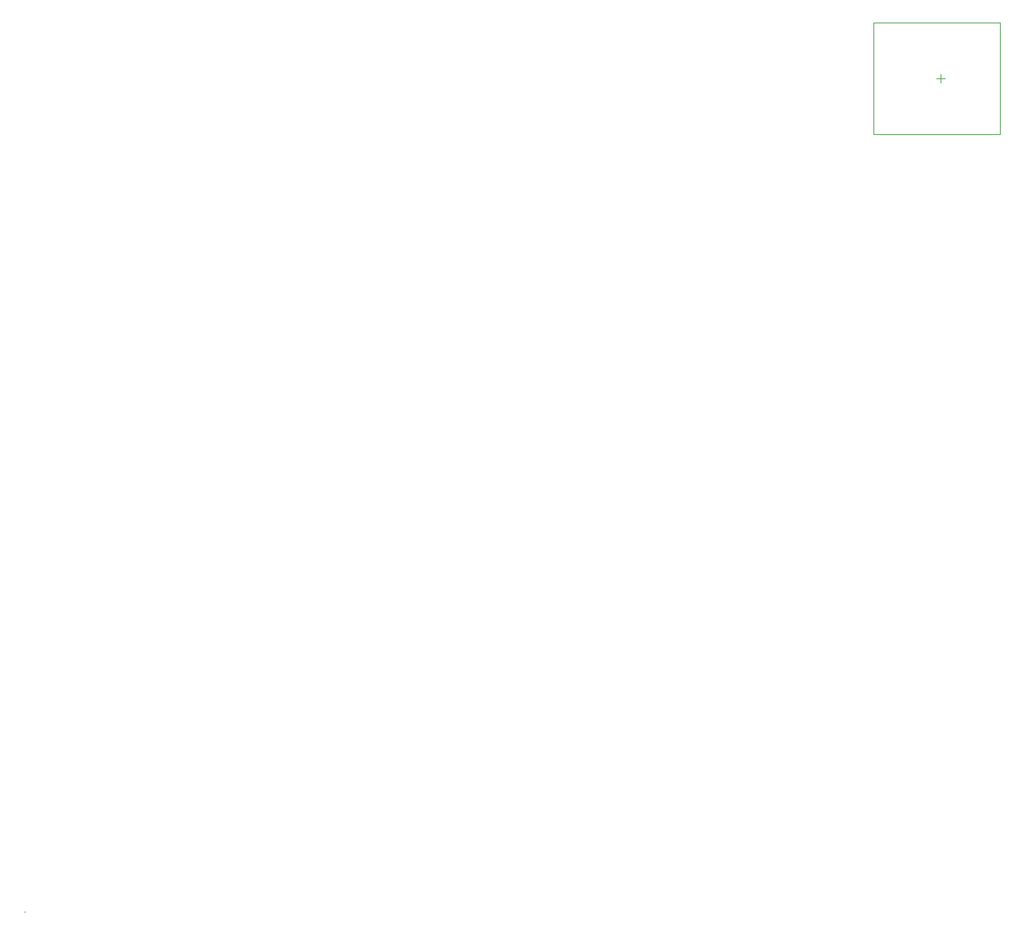
<source format=gbr>
%TF.GenerationSoftware,Altium Limited,Altium Designer,22.10.1 (41)*%
G04 Layer_Color=0*
%FSLAX25Y25*%
%MOIN*%
%TF.SameCoordinates,BEAA4B2D-68BC-4382-99D5-5DCEA874A810*%
%TF.FilePolarity,Positive*%
%TF.FileFunction,Other,Bottom_Courtyard*%
%TF.Part,Single*%
G01*
G75*
%TA.AperFunction,NonConductor*%
%ADD58C,0.00197*%
%ADD114C,0.00000*%
%ADD117C,0.00000*%
%ADD119C,0.00001*%
%TA.AperFunction,SMDPad,CuDef*%
%ADD121C,0.00001*%
%TA.AperFunction,NonConductor*%
%ADD128C,0.00001*%
%ADD129C,0.00001*%
%ADD130C,0.00000*%
%ADD131C,0.00000*%
%TA.AperFunction,SMDPad,CuDef*%
%ADD132C,0.00000*%
%ADD133C,0.00000*%
%ADD134C,0.00000*%
%ADD135C,0.00001*%
%ADD136C,0.00000*%
%TA.AperFunction,NonConductor*%
%ADD137C,0.00001*%
%ADD138C,0.00001*%
%ADD139C,0.00001*%
G36*
X-137068Y-173571D02*
X-137069D01*
Y-173570D01*
X-137068D01*
Y-173571D01*
D02*
G37*
G36*
X-137071D02*
X-137072D01*
Y-173570D01*
X-137071D01*
Y-173571D01*
D02*
G37*
G36*
X-137311Y-173564D02*
Y-173565D01*
X-137313D01*
Y-173564D01*
X-137312D01*
X-137311Y-173563D01*
X-137310D01*
X-137311Y-173564D01*
D02*
G37*
G36*
X-137310Y-173505D02*
X-137311D01*
Y-173504D01*
X-137310D01*
Y-173505D01*
D02*
G37*
G36*
X-137312D02*
X-137313D01*
Y-173504D01*
X-137312D01*
Y-173505D01*
D02*
G37*
G36*
X-137094Y-173570D02*
X-137095Y-173571D01*
X-137097D01*
Y-173570D01*
X-137095D01*
Y-173569D01*
X-137094D01*
Y-173570D01*
D02*
G37*
G36*
X-137147Y-173576D02*
X-137148D01*
Y-173574D01*
X-137147D01*
Y-173576D01*
D02*
G37*
G36*
Y-173578D02*
X-137148Y-173577D01*
X-137147D01*
Y-173578D01*
D02*
G37*
G36*
X-137104Y-173550D02*
Y-173549D01*
X-137103D01*
X-137104Y-173550D01*
D02*
G37*
G36*
Y-173551D02*
X-137106D01*
Y-173550D01*
X-137104D01*
Y-173551D01*
D02*
G37*
G36*
X-137152Y-173587D02*
D01*
Y-173588D01*
X-137153D01*
Y-173587D01*
D01*
Y-173585D01*
X-137152D01*
Y-173587D01*
D02*
G37*
G36*
X-137151Y-173589D02*
X-137152Y-173588D01*
X-137151D01*
Y-173589D01*
D02*
G37*
G36*
X-137145Y-173619D02*
D01*
Y-173621D01*
X-137146D01*
Y-173619D01*
D01*
Y-173617D01*
X-137145D01*
Y-173619D01*
D02*
G37*
G36*
X-137150Y-173629D02*
X-137151D01*
Y-173627D01*
X-137150D01*
Y-173629D01*
D02*
G37*
G36*
Y-173631D02*
X-137151D01*
Y-173630D01*
X-137150D01*
Y-173631D01*
D02*
G37*
G36*
X-137074Y-173525D02*
X-137075D01*
Y-173524D01*
X-137074D01*
Y-173525D01*
D02*
G37*
G36*
X-137071Y-173526D02*
X-137073D01*
Y-173525D01*
X-137071D01*
Y-173526D01*
D02*
G37*
G36*
X-137071Y-173560D02*
X-137072Y-173559D01*
X-137071D01*
Y-173560D01*
D02*
G37*
G36*
X-137122Y-173619D02*
X-137123D01*
Y-173618D01*
X-137122D01*
Y-173619D01*
D02*
G37*
G36*
X-137119Y-173620D02*
X-137120D01*
X-137119Y-173619D01*
Y-173620D01*
D02*
G37*
G36*
X-137314Y-173544D02*
X-137315Y-173543D01*
X-137314D01*
Y-173544D01*
D02*
G37*
G36*
X-137315Y-173547D02*
X-137316D01*
Y-173546D01*
X-137315D01*
Y-173547D01*
D02*
G37*
G36*
X-137106Y-173599D02*
X-137107Y-173598D01*
X-137106D01*
Y-173599D01*
D02*
G37*
G36*
X-137107Y-173602D02*
X-137108D01*
Y-173600D01*
X-137107D01*
Y-173602D01*
D02*
G37*
G36*
X-137106Y-173628D02*
X-137107Y-173627D01*
X-137106D01*
Y-173628D01*
D02*
G37*
G36*
X-137107Y-173631D02*
X-137108D01*
Y-173630D01*
X-137107D01*
Y-173631D01*
D02*
G37*
G36*
X-137120Y-173562D02*
X-137121D01*
Y-173561D01*
X-137120D01*
Y-173562D01*
D02*
G37*
G36*
X-137122D02*
X-137124D01*
Y-173561D01*
X-137122D01*
Y-173562D01*
D02*
G37*
G36*
X-137140Y-173550D02*
X-137141Y-173551D01*
X-137143D01*
Y-173550D01*
X-137141D01*
Y-173549D01*
X-137140D01*
Y-173550D01*
D02*
G37*
G36*
X-137145Y-173551D02*
X-137146D01*
Y-173550D01*
X-137145D01*
Y-173551D01*
D02*
G37*
G36*
X-137107Y-173539D02*
Y-173538D01*
X-137106D01*
X-137107Y-173539D01*
D02*
G37*
G36*
Y-173540D02*
X-137108D01*
Y-173539D01*
X-137107D01*
Y-173540D01*
D02*
G37*
G36*
X-137109D02*
X-137109D01*
Y-173539D01*
X-137109D01*
Y-173540D01*
D02*
G37*
D58*
X294933Y217531D02*
Y221468D01*
X292965Y219500D02*
X296902D01*
X263240Y193122D02*
Y245878D01*
Y193122D02*
X322689D01*
Y245878D01*
X263240D02*
X322689D01*
D114*
X-137211Y-173725D02*
Y-173722D01*
X-137211Y-173724D02*
X-137211Y-173725D01*
X-137211Y-173725D02*
X-137210Y-173725D01*
X-137211Y-173725D02*
X-137211Y-173725D01*
X-137210Y-173724D02*
X-137210Y-173723D01*
X-137210Y-173724D02*
X-137210Y-173723D01*
X-137210Y-173722D02*
X-137210Y-173724D01*
X-137210Y-173724D01*
X-137210Y-173725D02*
X-137210Y-173724D01*
X-137211Y-173722D02*
X-137211Y-173724D01*
X-137212Y-173725D02*
X-137211D01*
X-137212D02*
Y-173721D01*
Y-173725D02*
X-137212D01*
X-137221Y-173728D02*
X-137221D01*
X-137216Y-173728D02*
X-137215Y-173728D01*
X-137221Y-173728D02*
X-137220Y-173728D01*
X-137216Y-173728D02*
X-137216Y-173728D01*
X-137222Y-173728D02*
X-137222Y-173728D01*
X-137222Y-173728D02*
X-137222Y-173728D01*
X-137220Y-173728D02*
X-137218Y-173728D01*
X-137217Y-173728D01*
X-137222Y-173728D02*
X-137221Y-173728D01*
X-137216Y-173728D02*
X-137215Y-173728D01*
X-137216Y-173728D02*
X-137215Y-173728D01*
X-137217Y-173728D02*
X-137216Y-173728D01*
X-137223Y-173727D02*
X-137223Y-173727D01*
X-137222Y-173727D02*
X-137222Y-173727D01*
X-137223Y-173727D02*
X-137222Y-173727D01*
X-137222Y-173727D02*
X-137222Y-173727D01*
X-137222Y-173727D02*
X-137222Y-173727D01*
X-137222Y-173727D02*
X-137222Y-173727D01*
X-137222Y-173727D02*
X-137222Y-173727D01*
X-137222Y-173727D02*
X-137221Y-173727D01*
X-137221Y-173727D01*
X-137223Y-173727D02*
X-137222Y-173727D01*
X-137223Y-173727D02*
X-137223Y-173727D01*
X-137214Y-173727D02*
X-137214Y-173726D01*
X-137215Y-173726D02*
X-137214Y-173725D01*
X-137215Y-173727D02*
X-137215Y-173726D01*
X-137216Y-173725D02*
X-137214Y-173725D01*
X-137215Y-173727D02*
X-137215Y-173726D01*
X-137215Y-173727D01*
X-137214Y-173727D02*
Y-173726D01*
X-137214Y-173727D02*
X-137214Y-173727D01*
X-137214Y-173727D02*
X-137214Y-173727D01*
X-137214Y-173726D02*
X-137214Y-173726D01*
X-137220Y-173724D02*
X-137220Y-173723D01*
X-137219Y-173721D02*
X-137218Y-173721D01*
X-137220Y-173723D02*
X-137220Y-173722D01*
X-137220Y-173721D02*
X-137220Y-173721D01*
X-137220Y-173721D01*
X-137218Y-173724D02*
X-137218Y-173721D01*
X-137220Y-173722D02*
X-137220Y-173722D01*
X-137220Y-173723D02*
X-137220Y-173723D01*
X-137221Y-173724D02*
X-137220Y-173724D01*
X-137220Y-173721D02*
X-137220Y-173722D01*
X-137220Y-173721D02*
X-137219Y-173721D01*
X-137217Y-173725D02*
X-137216Y-173725D01*
X-137216Y-173728D02*
X-137216Y-173728D01*
X-137217Y-173728D02*
Y-173726D01*
Y-173728D02*
X-137216D01*
X-137217Y-173726D02*
Y-173725D01*
X-137215Y-173728D02*
X-137214Y-173728D01*
X-137215Y-173727D02*
X-137215Y-173727D01*
X-137215Y-173728D02*
X-137215Y-173727D01*
X-137215Y-173728D02*
X-137215Y-173728D01*
X-137215Y-173728D02*
X-137215Y-173727D01*
X-137215Y-173727D01*
X-137215Y-173728D02*
X-137215Y-173728D01*
X-137215Y-173727D02*
X-137215Y-173727D01*
X-137215Y-173728D02*
X-137215Y-173727D01*
X-137214Y-173728D02*
X-137211Y-173728D01*
X-137214Y-173728D02*
X-137212Y-173728D01*
X-137215Y-173728D02*
X-137214Y-173728D01*
X-137214Y-173725D02*
X-137214Y-173726D01*
X-137214Y-173726D02*
X-137214Y-173726D01*
X-137214Y-173726D01*
X-137214Y-173726D02*
X-137214Y-173725D01*
X-137214Y-173726D02*
X-137214Y-173726D01*
X-137213Y-173724D02*
X-137213Y-173724D01*
X-137213Y-173725D02*
X-137213Y-173725D01*
X-137213Y-173725D02*
X-137213Y-173725D01*
X-137213Y-173724D01*
X-137213Y-173725D02*
X-137213Y-173724D01*
X-137213Y-173725D02*
X-137213Y-173725D01*
X-137213Y-173725D02*
X-137213Y-173725D01*
X-137213Y-173725D02*
X-137213Y-173725D01*
X-137213Y-173724D02*
X-137213Y-173724D01*
X-137221Y-173727D02*
X-137221Y-173727D01*
X-137219Y-173728D02*
X-137218Y-173724D01*
X-137221Y-173727D02*
X-137220Y-173727D01*
X-137221Y-173724D02*
X-137221Y-173724D01*
X-137220Y-173727D02*
X-137219Y-173728D01*
X-137221Y-173727D02*
X-137221Y-173727D01*
X-137221Y-173725D02*
X-137221Y-173724D01*
X-137221Y-173724D01*
X-137222Y-173725D02*
X-137221Y-173725D01*
X-137223Y-173725D02*
X-137223Y-173725D01*
X-137223Y-173727D02*
Y-173726D01*
X-137223Y-173726D02*
X-137223Y-173725D01*
X-137223Y-173726D02*
X-137223Y-173726D01*
X-137223Y-173727D02*
X-137222D01*
X-137223Y-173725D02*
X-137223Y-173725D01*
X-137222Y-173725D02*
X-137222Y-173725D01*
X-137223Y-173725D02*
X-137222Y-173725D01*
X-137212Y-173721D02*
Y-173718D01*
X-137211Y-173719D02*
X-137211Y-173722D01*
X-137210Y-173721D02*
X-137210Y-173723D01*
X-137210Y-173722D02*
Y-173721D01*
X-137210Y-173721D02*
X-137210Y-173723D01*
X-137211Y-173722D02*
X-137211Y-173720D01*
X-137204Y-173725D02*
X-137204D01*
X-137205D02*
Y-173723D01*
X-137204Y-173725D02*
Y-173722D01*
X-137204Y-173720D02*
X-137204Y-173722D01*
X-137205Y-173725D02*
Y-173721D01*
X-137205Y-173723D02*
Y-173721D01*
X-137205Y-173725D02*
X-137204D01*
X-137210Y-173723D02*
X-137210Y-173721D01*
X-137210Y-173723D02*
X-137210Y-173724D01*
X-137209Y-173725D02*
X-137209Y-173725D01*
X-137209Y-173725D02*
X-137209Y-173725D01*
X-137210Y-173724D02*
X-137209Y-173725D01*
X-137209Y-173725D02*
X-137207D01*
X-137209Y-173725D02*
X-137209Y-173724D01*
X-137207Y-173725D02*
X-137205D01*
X-137209Y-173724D02*
X-137209Y-173723D01*
X-137209Y-173725D02*
Y-173723D01*
X-137209Y-173721D02*
X-137209Y-173721D01*
X-137209Y-173723D02*
Y-173721D01*
X-137209Y-173721D02*
X-137209Y-173723D01*
X-137271Y-173721D02*
X-137271Y-173722D01*
X-137271Y-173720D02*
X-137271Y-173720D01*
Y-173722D02*
X-137271Y-173722D01*
X-137271Y-173720D02*
X-137271Y-173721D01*
X-137270Y-173722D02*
X-137270Y-173722D01*
X-137271Y-173720D02*
X-137271Y-173719D01*
X-137271Y-173722D02*
X-137270Y-173722D01*
X-137271Y-173721D02*
X-137271Y-173721D01*
X-137271Y-173721D02*
X-137271Y-173720D01*
X-137271Y-173720D01*
X-137271Y-173721D02*
X-137271Y-173722D01*
X-137270Y-173722D02*
X-137270Y-173722D01*
X-137271Y-173722D02*
X-137271Y-173722D01*
X-137271Y-173719D02*
X-137270Y-173718D01*
X-137271Y-173719D02*
X-137271Y-173719D01*
X-137270Y-173719D02*
X-137270Y-173718D01*
X-137270Y-173718D02*
X-137270Y-173718D01*
X-137271Y-173720D02*
X-137270Y-173719D01*
X-137270Y-173719D01*
X-137269Y-173717D02*
X-137269Y-173717D01*
X-137270Y-173718D02*
X-137270Y-173717D01*
X-137269Y-173717D02*
X-137269Y-173717D01*
X-137270Y-173718D02*
X-137270Y-173718D01*
X-137269Y-173717D02*
X-137269Y-173717D01*
X-137270Y-173717D02*
X-137269Y-173717D01*
X-137270Y-173718D02*
X-137270Y-173717D01*
X-137269Y-173717D02*
X-137269Y-173717D01*
X-137270Y-173717D02*
X-137269Y-173717D01*
X-137264Y-173722D02*
X-137264Y-173722D01*
X-137264Y-173722D02*
X-137264Y-173722D01*
X-137264Y-173722D02*
X-137264Y-173722D01*
X-137263Y-173722D01*
X-137264Y-173722D02*
X-137264Y-173722D01*
X-137267Y-173715D02*
X-137267Y-173715D01*
X-137266Y-173715D02*
X-137266Y-173715D01*
X-137267Y-173715D02*
X-137267Y-173715D01*
X-137267Y-173716D02*
X-137267Y-173716D01*
X-137267Y-173716D02*
X-137267Y-173716D01*
X-137267Y-173716D02*
X-137266Y-173716D01*
X-137266Y-173716D01*
X-137267Y-173715D02*
X-137266Y-173715D01*
X-137266Y-173715D01*
X-137264Y-173717D02*
X-137264Y-173717D01*
X-137264Y-173717D01*
X-137263Y-173717D02*
X-137263Y-173717D01*
X-137262Y-173717D01*
X-137264Y-173717D02*
X-137264Y-173717D01*
X-137264Y-173717D01*
X-137264Y-173717D02*
X-137263Y-173717D01*
X-137268Y-173715D02*
X-137267Y-173715D01*
X-137268Y-173716D02*
X-137268Y-173715D01*
X-137268Y-173714D02*
X-137268Y-173715D01*
X-137268Y-173716D02*
X-137267Y-173716D01*
X-137269Y-173717D02*
X-137268Y-173716D01*
X-137268Y-173716D02*
X-137268Y-173716D01*
X-137268Y-173716D02*
X-137268Y-173716D01*
X-137268Y-173715D02*
X-137268Y-173715D01*
X-137269Y-173717D02*
X-137268Y-173716D01*
X-137262Y-173718D02*
X-137262Y-173718D01*
X-137262Y-173718D02*
X-137262Y-173718D01*
X-137263Y-173721D02*
X-137262Y-173721D01*
X-137262Y-173720D02*
X-137262Y-173720D01*
X-137263Y-173719D02*
X-137263Y-173719D01*
X-137262Y-173721D02*
X-137262Y-173720D01*
X-137263Y-173718D02*
X-137263Y-173719D01*
X-137263Y-173719D01*
X-137263Y-173719D01*
X-137263Y-173718D02*
X-137262Y-173718D01*
X-137263Y-173719D02*
X-137262Y-173720D01*
X-137262Y-173718D02*
X-137262Y-173718D01*
X-137263Y-173722D02*
X-137263Y-173721D01*
X-137263Y-173716D02*
X-137263Y-173716D01*
X-137263Y-173716D02*
X-137263Y-173716D01*
X-137264Y-173716D02*
X-137263Y-173716D01*
X-137263Y-173716D02*
X-137263Y-173716D01*
X-137263Y-173716D02*
X-137263Y-173716D01*
X-137263Y-173716D02*
X-137263Y-173716D01*
X-137262Y-173717D02*
X-137262Y-173716D01*
X-137263Y-173716D02*
X-137263Y-173716D01*
X-137263Y-173716D02*
X-137262Y-173716D01*
X-137266Y-173716D02*
X-137266Y-173716D01*
X-137265Y-173715D02*
X-137265Y-173716D01*
X-137265Y-173717D02*
X-137265Y-173717D01*
X-137265Y-173716D02*
X-137265Y-173716D01*
X-137265Y-173716D02*
X-137265Y-173716D01*
X-137265Y-173716D02*
X-137265Y-173716D01*
X-137266Y-173716D02*
X-137265Y-173717D01*
X-137265Y-173715D02*
X-137265Y-173715D01*
X-137265Y-173717D02*
X-137264Y-173717D01*
X-137265Y-173716D02*
X-137265Y-173716D01*
X-137265Y-173715D02*
X-137265Y-173716D01*
X-137264Y-173715D02*
X-137264Y-173716D01*
X-137264Y-173715D02*
X-137264Y-173717D01*
X-137263Y-173717D02*
X-137263Y-173717D01*
X-137264Y-173718D02*
X-137263Y-173718D01*
X-137264Y-173717D02*
X-137264Y-173718D01*
X-137263Y-173717D02*
X-137263Y-173717D01*
X-137263Y-173717D02*
X-137263Y-173717D01*
X-137263Y-173717D02*
X-137263Y-173718D01*
X-137263Y-173718D01*
X-137263Y-173718D02*
X-137262Y-173718D01*
X-137263Y-173717D02*
X-137263Y-173717D01*
X-137263Y-173717D02*
X-137263Y-173717D01*
X-137263Y-173717D02*
X-137263Y-173718D01*
X-137237Y-173724D02*
X-137237Y-173725D01*
X-137237Y-173724D02*
X-137237Y-173724D01*
X-137238Y-173726D02*
X-137237D01*
X-137238D02*
X-137238Y-173724D01*
X-137238Y-173726D02*
X-137238D01*
X-137237Y-173724D02*
X-137237Y-173726D01*
X-137237Y-173725D02*
X-137237Y-173726D01*
X-137239Y-173726D02*
X-137238Y-173724D01*
X-137223Y-173729D02*
X-137222Y-173728D01*
X-137231Y-173729D02*
X-137231Y-173729D01*
X-137236Y-173731D02*
X-137228Y-173730D01*
X-137233Y-173730D02*
X-137229Y-173729D01*
X-137228Y-173730D02*
X-137221Y-173729D01*
X-137232Y-173730D02*
X-137224Y-173730D01*
X-137229Y-173729D02*
X-137226Y-173729D01*
X-137224Y-173730D02*
X-137221Y-173729D01*
X-137231Y-173729D02*
X-137231Y-173729D01*
X-137231Y-173729D01*
X-137230Y-173729D01*
X-137239Y-173731D02*
X-137232Y-173730D01*
X-137226Y-173729D02*
X-137223Y-173729D01*
X-137238Y-173730D02*
X-137233Y-173730D01*
X-137201Y-173728D02*
X-137191Y-173728D01*
X-137212D02*
X-137201Y-173728D01*
X-137221Y-173729D02*
X-137217Y-173729D01*
X-137218Y-173729D02*
X-137216Y-173728D01*
X-137217Y-173729D02*
X-137199Y-173729D01*
X-137211Y-173728D02*
X-137201Y-173728D01*
X-137221Y-173729D02*
X-137218Y-173729D01*
X-137201Y-173728D02*
X-137191Y-173728D01*
X-137237Y-173724D02*
X-137237Y-173723D01*
X-137237Y-173722D02*
X-137237Y-173723D01*
X-137239Y-173723D02*
X-137239Y-173723D01*
X-137237Y-173723D02*
X-137237Y-173723D01*
X-137238Y-173724D02*
X-137238Y-173722D01*
X-137237Y-173723D02*
X-137237Y-173722D01*
X-137237Y-173723D02*
X-137237Y-173723D01*
X-137239Y-173723D02*
X-137239Y-173723D01*
X-137237Y-173724D02*
X-137237Y-173723D01*
X-137238Y-173724D02*
X-137238Y-173722D01*
X-137237Y-173723D02*
X-137237Y-173723D01*
X-137237Y-173723D02*
X-137237Y-173723D01*
X-137237Y-173723D02*
X-137236Y-173723D01*
X-137237Y-173723D02*
X-137237Y-173723D01*
X-137236Y-173728D02*
X-137236Y-173728D01*
X-137236Y-173727D02*
X-137236Y-173728D01*
X-137235Y-173727D02*
X-137234Y-173728D01*
X-137236Y-173727D02*
X-137235Y-173727D01*
X-137236Y-173728D02*
X-137236Y-173728D01*
X-137235Y-173728D02*
X-137235Y-173728D01*
X-137236Y-173727D02*
X-137236Y-173727D01*
X-137234Y-173728D02*
X-137234Y-173728D01*
X-137235Y-173728D02*
X-137234Y-173728D01*
X-137236Y-173728D02*
X-137235Y-173728D01*
X-137236Y-173727D02*
X-137236Y-173727D01*
X-137244Y-173729D02*
X-137243Y-173729D01*
X-137243Y-173729D02*
X-137243Y-173729D01*
X-137244Y-173729D02*
X-137244Y-173729D01*
X-137245Y-173729D02*
X-137244Y-173729D01*
X-137243Y-173729D02*
X-137243Y-173729D01*
X-137245Y-173729D02*
X-137245Y-173729D01*
Y-173729D02*
X-137244Y-173729D01*
X-137243Y-173729D02*
X-137243Y-173729D01*
X-137243Y-173729D02*
X-137243Y-173729D01*
X-137242Y-173729D02*
X-137238Y-173730D01*
X-137245Y-173729D02*
X-137245Y-173729D01*
X-137246Y-173731D02*
X-137244Y-173731D01*
X-137248Y-173731D02*
X-137247Y-173731D01*
X-137246Y-173731D02*
X-137246Y-173731D01*
X-137247Y-173731D02*
X-137247Y-173731D01*
X-137244Y-173731D02*
X-137242D01*
X-137239Y-173731D01*
X-137244Y-173731D02*
X-137242Y-173731D01*
X-137246Y-173731D02*
X-137244Y-173731D01*
X-137248Y-173731D02*
X-137247Y-173731D01*
X-137242Y-173731D02*
X-137236Y-173731D01*
X-137246Y-173731D02*
X-137246Y-173731D01*
X-137249Y-173731D02*
X-137248Y-173731D01*
X-137251Y-173729D02*
X-137247Y-173729D01*
X-137244Y-173729D02*
X-137244Y-173729D01*
X-137257Y-173728D02*
X-137254Y-173728D01*
X-137256Y-173729D02*
X-137250Y-173730D01*
X-137254Y-173728D02*
X-137251Y-173729D01*
X-137247Y-173729D02*
X-137242Y-173729D01*
X-137244Y-173729D02*
X-137243Y-173729D01*
X-137250Y-173730D02*
X-137248Y-173731D01*
X-137256Y-173730D02*
X-137249Y-173731D01*
X-137243Y-173725D02*
X-137243Y-173726D01*
X-137244Y-173726D02*
X-137243D01*
X-137243Y-173724D02*
X-137243Y-173725D01*
X-137243Y-173726D02*
X-137243Y-173726D01*
X-137243Y-173724D02*
X-137243Y-173724D01*
X-137243Y-173724D02*
X-137243Y-173723D01*
X-137243Y-173726D02*
X-137243Y-173726D01*
X-137243Y-173724D02*
X-137243Y-173725D01*
X-137243Y-173724D02*
X-137243Y-173723D01*
X-137243Y-173723D02*
X-137243Y-173722D01*
X-137244Y-173722D02*
X-137244Y-173724D01*
X-137243Y-173725D02*
X-137243Y-173726D01*
X-137243Y-173726D02*
X-137243Y-173726D01*
X-137243Y-173723D02*
X-137243Y-173722D01*
X-137244Y-173726D02*
Y-173724D01*
X-137239Y-173726D02*
X-137239Y-173726D01*
X-137237Y-173726D02*
X-137236Y-173726D01*
X-137243Y-173726D02*
X-137242Y-173726D01*
X-137241Y-173726D02*
X-137240Y-173726D01*
X-137233Y-173726D02*
X-137230Y-173726D01*
X-137236Y-173726D02*
X-137233Y-173726D01*
X-137242Y-173726D02*
X-137242Y-173726D01*
X-137240Y-173726D02*
X-137239Y-173726D01*
X-137242Y-173726D02*
X-137241Y-173726D01*
X-137237Y-173726D02*
X-137237Y-173726D01*
X-137236Y-173726D02*
X-137236Y-173726D01*
X-137239Y-173726D02*
X-137239Y-173726D01*
X-137233Y-173722D02*
X-137233Y-173722D01*
X-137234Y-173723D02*
X-137234Y-173722D01*
X-137235Y-173723D02*
X-137234Y-173723D01*
X-137234Y-173723D02*
X-137233Y-173722D01*
X-137234Y-173722D02*
X-137233Y-173722D01*
X-137235Y-173723D02*
X-137234Y-173723D01*
X-137237Y-173723D02*
X-137235Y-173723D01*
X-137236Y-173723D02*
X-137235Y-173723D01*
X-137241Y-173722D02*
X-137241Y-173723D01*
X-137239Y-173723D02*
X-137239Y-173723D01*
X-137240Y-173723D02*
X-137239Y-173723D01*
X-137239Y-173723D01*
X-137241Y-173722D02*
X-137240Y-173723D01*
X-137241Y-173723D02*
X-137240Y-173723D01*
X-137239Y-173723D01*
X-137233Y-173722D02*
X-137233Y-173721D01*
X-137233Y-173722D02*
X-137233Y-173723D01*
X-137233Y-173721D02*
X-137233Y-173721D01*
X-137232Y-173721D02*
X-137232Y-173721D01*
X-137232Y-173723D02*
X-137231Y-173723D01*
X-137231Y-173723D01*
X-137232Y-173723D02*
X-137232Y-173723D01*
X-137232Y-173723D02*
X-137232Y-173723D01*
X-137232Y-173723D02*
X-137232Y-173723D01*
X-137232Y-173723D02*
X-137232Y-173723D01*
X-137232Y-173723D02*
X-137231Y-173723D01*
X-137233Y-173723D02*
X-137232Y-173723D01*
X-137232Y-173722D02*
X-137232Y-173721D01*
X-137232Y-173722D02*
X-137232Y-173723D01*
X-137231Y-173723D02*
X-137230Y-173724D01*
X-137230Y-173724D02*
X-137230Y-173724D01*
X-137230Y-173726D02*
Y-173726D01*
X-137230Y-173725D02*
X-137230Y-173726D01*
X-137230Y-173724D02*
X-137230Y-173726D01*
X-137230Y-173724D02*
X-137230Y-173724D01*
X-137230Y-173724D02*
X-137230Y-173724D01*
X-137230Y-173725D01*
X-137230Y-173723D02*
X-137230Y-173724D01*
X-137230Y-173724D02*
X-137230Y-173724D01*
X-137231Y-173723D02*
X-137230Y-173723D01*
X-137224Y-173726D02*
Y-173725D01*
X-137227Y-173724D02*
X-137226Y-173724D01*
X-137226Y-173724D01*
X-137225Y-173725D01*
X-137224Y-173725D01*
X-137226Y-173721D02*
X-137226Y-173722D01*
X-137226Y-173721D02*
X-137226Y-173721D01*
X-137227Y-173723D02*
X-137226Y-173723D01*
X-137226Y-173722D01*
X-137228Y-173726D02*
X-137226Y-173726D01*
X-137228Y-173726D02*
X-137228Y-173726D01*
X-137229Y-173726D02*
X-137229Y-173726D01*
X-137228Y-173726D02*
X-137228Y-173726D01*
X-137226Y-173726D02*
X-137224D01*
Y-173726D01*
X-137230Y-173726D02*
X-137229Y-173726D01*
X-137229Y-173726D02*
X-137229Y-173726D01*
X-137229Y-173726D02*
X-137229Y-173726D01*
X-137229Y-173726D02*
X-137229Y-173726D01*
X-137229Y-173726D02*
X-137229Y-173726D01*
X-137229Y-173726D02*
X-137228Y-173726D01*
X-137232Y-173727D02*
X-137232Y-173728D01*
X-137231Y-173729D02*
X-137230Y-173729D01*
X-137231Y-173727D02*
X-137231Y-173728D01*
Y-173728D02*
Y-173728D01*
X-137231Y-173729D02*
X-137231Y-173729D01*
X-137231Y-173728D02*
X-137231Y-173728D01*
X-137231Y-173729D02*
X-137231Y-173729D01*
X-137231Y-173729D01*
X-137231Y-173728D02*
X-137231Y-173728D01*
X-137232Y-173728D02*
X-137231Y-173728D01*
X-137232Y-173727D02*
X-137232Y-173727D01*
X-137232Y-173727D02*
X-137232Y-173727D01*
X-137232Y-173727D01*
X-137232Y-173727D02*
X-137231Y-173727D01*
X-137229Y-173724D02*
X-137229Y-173724D01*
X-137229Y-173725D02*
X-137229Y-173726D01*
X-137229Y-173724D02*
X-137229Y-173726D01*
X-137228Y-173724D02*
X-137227Y-173724D01*
X-137227Y-173723D02*
X-137227Y-173723D01*
X-137229Y-173724D02*
X-137228Y-173724D01*
X-137227Y-173724D02*
X-137227Y-173724D01*
X-137227Y-173724D02*
X-137227Y-173724D01*
X-137229Y-173724D02*
X-137228Y-173723D01*
X-137227Y-173723D01*
X-137229Y-173724D02*
X-137229Y-173724D01*
X-137229Y-173724D01*
X-137229Y-173724D02*
X-137229Y-173725D01*
X-137238Y-173717D02*
X-137238Y-173717D01*
X-137238Y-173718D02*
X-137238Y-173718D01*
X-137239Y-173720D02*
X-137239Y-173720D01*
X-137238Y-173719D02*
X-137238Y-173718D01*
X-137239Y-173720D02*
X-137239Y-173719D01*
X-137239Y-173718D01*
X-137239Y-173720D02*
X-137238Y-173719D01*
Y-173718D02*
X-137238Y-173717D01*
X-137239Y-173717D02*
X-137239Y-173718D01*
X-137238Y-173718D02*
X-137238Y-173718D01*
X-137239Y-173717D02*
X-137238D01*
X-137238Y-173717D01*
X-137239Y-173720D02*
X-137239Y-173720D01*
X-137240Y-173720D02*
X-137239Y-173720D01*
X-137241Y-173721D02*
X-137240Y-173721D01*
X-137240Y-173721D02*
X-137240Y-173720D01*
X-137241Y-173721D02*
X-137240Y-173721D01*
X-137240Y-173721D02*
X-137239Y-173720D01*
X-137241Y-173721D02*
X-137241Y-173721D01*
X-137240Y-173720D02*
X-137240Y-173720D01*
X-137249Y-173719D02*
X-137248Y-173720D01*
X-137248Y-173720D01*
X-137249Y-173718D02*
Y-173718D01*
X-137249Y-173719D02*
X-137249Y-173719D01*
Y-173718D02*
X-137248Y-173718D01*
X-137249Y-173718D02*
X-137249Y-173718D01*
X-137249Y-173719D02*
X-137249Y-173718D01*
X-137249Y-173718D02*
X-137248Y-173717D01*
X-137241Y-173722D02*
X-137241Y-173722D01*
X-137241Y-173722D02*
X-137241Y-173721D01*
X-137242Y-173722D02*
X-137241Y-173722D01*
X-137241Y-173721D02*
X-137241Y-173721D01*
X-137241Y-173721D01*
X-137242Y-173721D02*
X-137241Y-173721D01*
X-137241Y-173722D02*
X-137241Y-173722D01*
X-137241Y-173722D02*
X-137241Y-173722D01*
X-137241Y-173722D02*
X-137241Y-173722D01*
X-137245Y-173721D02*
X-137244Y-173722D01*
X-137245Y-173721D02*
X-137245Y-173721D01*
X-137245Y-173721D01*
X-137246Y-173722D02*
X-137246Y-173721D01*
X-137245Y-173721D01*
X-137245Y-173721D01*
X-137244Y-173722D02*
X-137244Y-173722D01*
X-137243Y-173722D02*
X-137242Y-173722D01*
X-137242Y-173722D02*
X-137242Y-173722D01*
X-137243Y-173721D02*
X-137242Y-173721D01*
X-137242Y-173722D02*
X-137242Y-173721D01*
X-137242Y-173721D02*
X-137242Y-173722D01*
X-137243Y-173722D02*
X-137243Y-173721D01*
X-137244Y-173722D02*
X-137244Y-173722D01*
X-137242Y-173722D02*
X-137242Y-173722D01*
X-137243Y-173721D02*
X-137243Y-173721D01*
X-137243Y-173722D02*
X-137243Y-173722D01*
X-137247Y-173720D02*
Y-173720D01*
X-137247Y-173722D02*
X-137246Y-173722D01*
X-137247Y-173720D02*
X-137247Y-173720D01*
X-137248Y-173720D02*
X-137247Y-173720D01*
X-137247Y-173721D02*
X-137247Y-173721D01*
X-137247Y-173720D01*
X-137247Y-173720D02*
X-137247Y-173720D01*
X-137247Y-173721D02*
X-137247Y-173721D01*
X-137247Y-173721D02*
X-137247Y-173721D01*
X-137247Y-173722D01*
X-137248Y-173718D02*
X-137248Y-173717D01*
X-137248Y-173716D02*
X-137248Y-173716D01*
X-137249Y-173715D02*
X-137248Y-173715D01*
X-137248Y-173716D02*
X-137248Y-173715D01*
X-137248Y-173716D02*
X-137248Y-173716D01*
X-137249Y-173716D02*
X-137249Y-173715D01*
X-137249Y-173717D02*
X-137248Y-173717D01*
X-137249Y-173716D02*
X-137248Y-173717D01*
X-137248Y-173717D02*
X-137248Y-173717D01*
X-137248Y-173717D02*
X-137248Y-173717D01*
X-137248Y-173716D02*
X-137248Y-173717D01*
X-137248Y-173717D02*
X-137248Y-173717D01*
X-137248Y-173717D02*
X-137248Y-173717D01*
X-137249Y-173716D02*
X-137249Y-173716D01*
X-137249Y-173717D02*
X-137248Y-173717D01*
X-137250Y-173715D02*
X-137250Y-173715D01*
X-137250Y-173716D02*
X-137250Y-173716D01*
X-137250Y-173716D02*
X-137250Y-173715D01*
X-137250Y-173716D02*
X-137250Y-173716D01*
X-137250Y-173717D01*
X-137262Y-173715D02*
X-137262Y-173715D01*
X-137262Y-173715D02*
X-137261Y-173715D01*
X-137262Y-173715D02*
X-137262Y-173714D01*
X-137261Y-173715D02*
X-137261Y-173715D01*
X-137249Y-173717D02*
X-137249Y-173717D01*
X-137249Y-173718D02*
X-137249Y-173717D01*
X-137249Y-173717D02*
X-137249Y-173717D01*
X-137249Y-173717D02*
X-137249Y-173717D01*
X-137249Y-173718D02*
X-137249Y-173717D01*
X-137250Y-173717D02*
X-137249Y-173717D01*
X-137249Y-173718D01*
X-137249Y-173718D01*
X-137249Y-173717D02*
X-137249Y-173717D01*
X-137249Y-173717D01*
X-137249Y-173717D02*
X-137249Y-173717D01*
X-137258Y-173727D02*
X-137258Y-173727D01*
X-137257Y-173727D02*
X-137256Y-173727D01*
X-137257Y-173727D02*
X-137257Y-173727D01*
X-137258Y-173727D02*
X-137258Y-173727D01*
X-137257Y-173727D02*
X-137257Y-173727D01*
X-137258Y-173727D02*
X-137257Y-173727D01*
X-137258Y-173727D02*
X-137258Y-173727D01*
X-137258Y-173727D02*
X-137258Y-173727D01*
X-137258Y-173727D02*
X-137258Y-173727D01*
X-137256Y-173727D02*
X-137256Y-173727D01*
X-137256Y-173727D02*
X-137256Y-173727D01*
X-137257Y-173727D02*
X-137257Y-173727D01*
X-137257Y-173727D02*
X-137257Y-173727D01*
X-137260Y-173724D02*
X-137259Y-173724D01*
X-137260Y-173724D02*
X-137260Y-173724D01*
X-137261Y-173723D02*
X-137261Y-173724D01*
X-137259Y-173724D02*
X-137258Y-173725D01*
X-137260Y-173724D02*
X-137260Y-173724D01*
X-137261Y-173724D02*
X-137260Y-173724D01*
X-137264Y-173723D02*
X-137263Y-173722D01*
X-137263Y-173722D02*
X-137262Y-173723D01*
X-137263Y-173722D02*
X-137263Y-173722D01*
X-137262Y-173723D02*
X-137262Y-173723D01*
X-137263Y-173722D02*
X-137263Y-173722D01*
X-137264Y-173722D02*
X-137263Y-173722D01*
X-137264Y-173722D02*
X-137263Y-173722D01*
X-137262Y-173723D02*
X-137261Y-173723D01*
X-137271Y-173722D02*
X-137270Y-173722D01*
X-137257Y-173727D02*
X-137256Y-173727D01*
X-137264Y-173727D02*
X-137261Y-173727D01*
X-137258Y-173727D02*
X-137258Y-173728D01*
X-137258Y-173727D02*
X-137257Y-173727D01*
X-137258Y-173727D02*
X-137258Y-173727D01*
X-137258Y-173725D02*
X-137256Y-173725D01*
X-137256Y-173725D02*
X-137256Y-173725D01*
X-137256Y-173725D02*
X-137256Y-173725D01*
X-137257Y-173726D02*
X-137257Y-173726D01*
X-137257Y-173726D02*
X-137257Y-173726D01*
Y-173727D02*
X-137257Y-173727D01*
X-137258Y-173726D02*
X-137257Y-173726D01*
X-137258Y-173727D02*
X-137258Y-173726D01*
X-137257Y-173726D02*
X-137257Y-173727D01*
X-137259Y-173728D02*
X-137258Y-173728D01*
X-137261Y-173727D02*
X-137259Y-173728D01*
X-137258Y-173727D02*
X-137258Y-173727D01*
X-137271Y-173726D02*
X-137256Y-173729D01*
X-137265Y-173727D02*
X-137261Y-173727D01*
X-137269Y-173727D02*
X-137256Y-173730D01*
X-137258Y-173728D02*
X-137257Y-173728D01*
X-137261Y-173727D02*
X-137258Y-173728D01*
X-137257Y-173727D02*
X-137257Y-173727D01*
X-137256Y-173726D01*
X-137256Y-173726D02*
X-137256Y-173726D01*
X-137257Y-173726D02*
X-137257Y-173726D01*
X-137256Y-173726D01*
X-137256Y-173726D01*
X-137256Y-173726D02*
X-137256Y-173726D01*
X-137257Y-173726D02*
X-137257Y-173726D01*
X-137257Y-173726D02*
X-137256Y-173726D01*
X-137256Y-173726D02*
X-137256Y-173726D01*
X-137256Y-173725D01*
X-137256Y-173726D02*
X-137256Y-173726D01*
X-137257Y-173726D02*
X-137257Y-173726D01*
X-137277Y-173725D02*
X-137271Y-173726D01*
X-137278Y-173725D02*
X-137275Y-173726D01*
X-137278Y-173725D02*
X-137277Y-173725D01*
X-137278Y-173725D02*
X-137278Y-173725D01*
X-137275Y-173726D02*
X-137269Y-173727D01*
X-137278Y-173725D02*
X-137278Y-173725D01*
X-137268Y-173723D02*
X-137267Y-173723D01*
X-137267Y-173724D01*
X-137270Y-173722D02*
X-137269Y-173723D01*
X-137270Y-173722D02*
X-137270Y-173722D01*
X-137269Y-173723D02*
X-137268Y-173723D01*
X-137269Y-173723D02*
X-137268Y-173723D01*
X-137270Y-173722D02*
X-137269Y-173723D01*
X-137269Y-173723D02*
X-137269Y-173723D01*
X-137268Y-173723D02*
X-137268Y-173723D01*
X-137267Y-173723D01*
X-137268Y-173723D02*
X-137268Y-173723D01*
X-137266Y-173723D02*
X-137266Y-173723D01*
X-137266Y-173723D02*
X-137266Y-173723D01*
X-137266Y-173723D02*
X-137266Y-173723D01*
X-137266Y-173723D02*
X-137266Y-173723D01*
X-137266Y-173723D02*
X-137265Y-173723D01*
X-137266Y-173723D02*
X-137265Y-173723D01*
X-137264Y-173723D02*
X-137264Y-173722D01*
X-137265Y-173723D02*
X-137264Y-173723D01*
X-137265Y-173723D02*
X-137265Y-173723D01*
X-137264Y-173723D02*
X-137264Y-173723D01*
X-137265Y-173723D02*
X-137264Y-173723D01*
X-137264Y-173723D01*
X-137267Y-173724D02*
X-137267Y-173724D01*
X-137267Y-173725D02*
X-137267Y-173726D01*
X-137267Y-173726D01*
X-137267Y-173723D02*
X-137267Y-173724D01*
X-137267Y-173725D01*
X-137266Y-173723D02*
X-137266Y-173726D01*
X-137266Y-173723D02*
X-137266Y-173724D01*
X-137267Y-173725D02*
X-137267Y-173725D01*
X-137267Y-173726D02*
X-137267Y-173725D01*
X-137267Y-173726D02*
X-137267Y-173726D01*
X-137267Y-173723D02*
X-137267Y-173723D01*
X-137267Y-173724D02*
X-137267Y-173725D01*
X-137266Y-173724D02*
X-137266Y-173726D01*
X-137264Y-173727D02*
X-137264Y-173726D01*
X-137264Y-173725D02*
X-137264Y-173725D01*
X-137264Y-173726D02*
X-137264Y-173725D01*
X-137265Y-173726D02*
X-137265Y-173726D01*
X-137264Y-173725D02*
X-137264Y-173725D01*
X-137265Y-173725D02*
X-137264Y-173725D01*
X-137264Y-173726D02*
X-137264Y-173726D01*
X-137265D02*
X-137265Y-173725D01*
X-137264Y-173727D02*
X-137264Y-173727D01*
X-137265Y-173727D02*
X-137265Y-173727D01*
X-137266Y-173727D02*
X-137265Y-173727D01*
X-137266Y-173727D02*
X-137266Y-173727D01*
X-137265Y-173726D02*
X-137265Y-173726D01*
X-137265Y-173726D02*
X-137265Y-173726D01*
X-137266Y-173727D02*
X-137266Y-173726D01*
X-137265Y-173726D02*
X-137265Y-173726D01*
X-137266Y-173726D02*
X-137265Y-173726D01*
X-137266Y-173726D02*
X-137266Y-173727D01*
X-137266Y-173726D02*
X-137266Y-173726D01*
X-137266Y-173726D02*
X-137266Y-173726D01*
X-137266Y-173727D01*
X-137188Y-173716D02*
X-137187Y-173716D01*
X-137187Y-173716D02*
X-137187Y-173717D01*
X-137187Y-173716D02*
X-137187Y-173716D01*
X-137188Y-173716D02*
X-137187Y-173716D01*
X-137188Y-173716D02*
X-137187Y-173716D01*
X-137187Y-173716D02*
X-137187Y-173716D01*
X-137187Y-173717D02*
X-137187Y-173717D01*
X-137189Y-173716D02*
X-137188D01*
X-137190Y-173715D02*
X-137189Y-173715D01*
X-137190Y-173715D02*
X-137190Y-173715D01*
X-137189Y-173715D02*
X-137186Y-173715D01*
X-137190Y-173715D02*
X-137190Y-173715D01*
X-137190Y-173716D02*
X-137189D01*
X-137190Y-173715D02*
X-137190Y-173715D01*
X-137199Y-173714D02*
X-137196Y-173714D01*
X-137189Y-173715D02*
X-137187Y-173716D01*
X-137199Y-173723D02*
Y-173721D01*
X-137199Y-173721D02*
X-137199Y-173721D01*
X-137199Y-173723D02*
X-137199Y-173721D01*
X-137199Y-173723D02*
X-137199Y-173724D01*
X-137199Y-173721D02*
X-137199Y-173723D01*
X-137199Y-173724D02*
X-137199Y-173723D01*
X-137193Y-173717D02*
X-137191Y-173717D01*
X-137187Y-173717D02*
X-137187Y-173717D01*
X-137187Y-173717D02*
X-137187Y-173717D01*
X-137187Y-173717D02*
X-137187Y-173717D01*
X-137187Y-173718D02*
X-137187Y-173717D01*
X-137187Y-173717D02*
X-137187Y-173717D01*
X-137188Y-173717D02*
X-137187Y-173717D01*
X-137192Y-173719D02*
X-137192Y-173720D01*
X-137192Y-173720D02*
X-137191Y-173720D01*
X-137192Y-173721D02*
X-137191Y-173720D01*
X-137192Y-173720D02*
X-137191Y-173720D01*
X-137192Y-173720D02*
X-137191Y-173720D01*
X-137188Y-173718D02*
X-137187D01*
X-137199Y-173725D02*
X-137199Y-173724D01*
X-137199Y-173725D02*
Y-173723D01*
X-137199Y-173724D02*
X-137199Y-173725D01*
X-137201Y-173725D02*
X-137199D01*
X-137203D02*
X-137201D01*
X-137199D02*
X-137199Y-173725D01*
X-137199D02*
X-137199Y-173725D01*
X-137203Y-173723D02*
X-137203Y-173724D01*
X-137203Y-173725D02*
Y-173723D01*
X-137203Y-173724D02*
X-137203Y-173723D01*
X-137203Y-173723D02*
Y-173721D01*
X-137203Y-173724D02*
X-137203Y-173724D01*
X-137203Y-173720D02*
X-137203Y-173723D01*
X-137203Y-173725D02*
X-137203Y-173724D01*
X-137203D02*
X-137203Y-173725D01*
X-137203Y-173721D02*
X-137203Y-173723D01*
X-137203Y-173724D02*
X-137203Y-173724D01*
X-137193Y-173672D02*
X-137193Y-173672D01*
X-137195Y-173671D02*
X-137194Y-173671D01*
X-137196Y-173672D02*
X-137196Y-173672D01*
X-137194Y-173671D02*
X-137194Y-173672D01*
X-137196Y-173672D02*
X-137195Y-173672D01*
X-137196Y-173671D02*
X-137196Y-173672D01*
X-137195Y-173672D02*
X-137195Y-173672D01*
X-137194Y-173671D02*
X-137194Y-173671D01*
X-137194Y-173671D02*
X-137193Y-173672D01*
X-137194Y-173672D02*
Y-173671D01*
X-137194Y-173671D01*
X-137192Y-173672D02*
X-137192Y-173672D01*
X-137193Y-173673D02*
X-137193Y-173673D01*
X-137193Y-173672D02*
X-137193Y-173672D01*
X-137193Y-173673D02*
X-137193Y-173672D01*
X-137193Y-173673D02*
X-137193Y-173673D01*
X-137192Y-173672D02*
X-137192Y-173673D01*
X-137193Y-173673D02*
X-137193Y-173673D01*
X-137193Y-173672D02*
X-137192Y-173672D01*
X-137193Y-173673D02*
X-137193Y-173672D01*
X-137193Y-173670D02*
X-137190Y-173671D01*
X-137193Y-173670D02*
X-137191Y-173671D01*
X-137193Y-173671D02*
X-137192Y-173672D01*
X-137193Y-173673D02*
X-137193Y-173673D01*
X-137195Y-173670D02*
X-137193Y-173671D01*
X-137195Y-173671D02*
X-137195Y-173671D01*
X-137194Y-173672D02*
Y-173672D01*
X-137195Y-173672D02*
X-137195Y-173673D01*
X-137194Y-173673D01*
X-137195Y-173672D02*
X-137194Y-173672D01*
X-137194Y-173672D02*
X-137194Y-173673D01*
X-137194Y-173673D01*
X-137194Y-173672D02*
X-137194Y-173672D01*
X-137194Y-173673D02*
X-137193Y-173673D01*
X-137194Y-173673D02*
X-137194Y-173673D01*
X-137193Y-173673D01*
X-137196Y-173672D02*
X-137195Y-173672D01*
X-137195Y-173672D01*
X-137194Y-173673D02*
X-137194Y-173674D01*
X-137194Y-173674D02*
Y-173673D01*
X-137188Y-173681D02*
X-137187Y-173681D01*
X-137187Y-173681D02*
X-137187Y-173681D01*
X-137187Y-173681D02*
X-137187Y-173681D01*
X-137187Y-173681D02*
X-137187Y-173681D01*
X-137187Y-173681D02*
X-137187Y-173681D01*
X-137184Y-173682D02*
X-137184Y-173683D01*
X-137184Y-173681D02*
X-137184Y-173682D01*
X-137187Y-173681D02*
X-137187Y-173682D01*
X-137187Y-173683D02*
Y-173682D01*
X-137191Y-173681D02*
X-137191Y-173682D01*
X-137192Y-173681D02*
X-137192Y-173681D01*
X-137192Y-173681D01*
X-137192Y-173681D02*
X-137192Y-173681D01*
X-137193Y-173681D02*
X-137193Y-173681D01*
X-137194Y-173681D02*
X-137194Y-173681D01*
X-137193Y-173681D02*
X-137193Y-173680D01*
X-137194Y-173680D02*
X-137194Y-173680D01*
X-137196Y-173681D02*
X-137196Y-173679D01*
X-137194Y-173680D02*
X-137194Y-173680D01*
X-137195Y-173680D02*
X-137194Y-173681D01*
X-137196Y-173679D02*
X-137194Y-173680D01*
X-137194Y-173680D02*
X-137194Y-173680D01*
X-137195Y-173680D02*
X-137194Y-173680D01*
X-137194Y-173680D02*
X-137194Y-173680D01*
X-137195Y-173680D02*
X-137194Y-173680D01*
X-137196Y-173681D02*
X-137196Y-173680D01*
X-137195D02*
X-137195Y-173681D01*
X-137196Y-173680D02*
X-137195Y-173680D01*
X-137196Y-173680D02*
X-137195Y-173680D01*
X-137196Y-173680D02*
X-137195Y-173680D01*
X-137195Y-173681D02*
X-137195Y-173681D01*
X-137195Y-173680D02*
X-137195Y-173680D01*
X-137195Y-173680D02*
X-137195Y-173680D01*
X-137196Y-173681D02*
X-137196Y-173681D01*
X-137195Y-173680D02*
X-137195Y-173680D01*
Y-173680D02*
X-137195Y-173680D01*
X-137196D02*
X-137196Y-173680D01*
X-137196Y-173680D02*
X-137196Y-173680D01*
X-137195Y-173681D02*
X-137195Y-173680D01*
X-137195Y-173680D02*
X-137195Y-173680D01*
X-137193Y-173680D02*
X-137193Y-173680D01*
X-137192Y-173681D02*
X-137192Y-173681D01*
X-137192Y-173681D01*
X-137194Y-173680D02*
X-137191Y-173681D01*
X-137193Y-173680D02*
X-137192Y-173680D01*
X-137192Y-173681D02*
X-137192Y-173681D01*
X-137192Y-173680D02*
X-137192Y-173681D01*
X-137193Y-173681D02*
X-137193Y-173681D01*
X-137192Y-173681D01*
X-137192Y-173681D02*
X-137192Y-173681D01*
X-137192Y-173681D02*
X-137192Y-173681D01*
X-137192Y-173681D02*
X-137192Y-173681D01*
X-137192Y-173681D02*
X-137192Y-173681D01*
X-137193Y-173681D02*
X-137193Y-173681D01*
X-137192Y-173681D01*
X-137193Y-173681D02*
X-137193Y-173681D01*
X-137194Y-173681D02*
X-137194Y-173681D01*
X-137196Y-173682D02*
Y-173681D01*
X-137195Y-173681D02*
X-137195Y-173682D01*
X-137194Y-173681D02*
X-137194Y-173682D01*
X-137196Y-173682D02*
X-137194Y-173683D01*
X-137195Y-173682D02*
X-137195Y-173682D01*
X-137196D02*
X-137195Y-173682D01*
X-137195Y-173682D02*
X-137195Y-173682D01*
X-137195Y-173682D02*
X-137195Y-173682D01*
X-137194Y-173682D02*
X-137194D01*
X-137195Y-173682D02*
X-137194Y-173682D01*
X-137196Y-173681D02*
X-137196Y-173682D01*
X-137196Y-173682D01*
X-137195Y-173682D02*
X-137195Y-173681D01*
X-137194Y-173682D02*
X-137194Y-173682D01*
X-137194Y-173681D02*
X-137194Y-173681D01*
X-137194Y-173681D01*
X-137193Y-173682D02*
X-137193Y-173681D01*
X-137194Y-173681D02*
X-137194Y-173681D01*
X-137194Y-173681D02*
X-137193Y-173682D01*
X-137194Y-173682D02*
X-137194Y-173681D01*
X-137187Y-173681D02*
X-137187Y-173682D01*
X-137188Y-173682D02*
X-137188Y-173682D01*
X-137187Y-173682D02*
X-137187Y-173682D01*
X-137188Y-173682D02*
X-137188Y-173682D01*
X-137187Y-173683D01*
X-137188Y-173682D02*
X-137187Y-173682D01*
X-137187Y-173682D01*
X-137187Y-173682D01*
X-137189Y-173681D02*
X-137189Y-173681D01*
X-137189Y-173681D02*
X-137188Y-173681D01*
X-137189Y-173681D02*
X-137189Y-173681D01*
X-137187Y-173679D02*
X-137184Y-173681D01*
X-137187Y-173679D02*
X-137184Y-173681D01*
X-137188Y-173682D02*
X-137188Y-173682D01*
X-137188Y-173682D01*
X-137188Y-173681D02*
X-137188Y-173681D01*
X-137189Y-173682D02*
X-137188Y-173682D01*
X-137189Y-173681D02*
X-137189Y-173682D01*
X-137188Y-173681D02*
X-137188Y-173682D01*
X-137188Y-173681D02*
X-137188Y-173681D01*
X-137188Y-173681D01*
X-137187Y-173681D01*
X-137199Y-173674D02*
X-137199Y-173674D01*
X-137199Y-173674D01*
X-137201Y-173673D02*
X-137198Y-173674D01*
X-137200Y-173674D02*
X-137199Y-173674D01*
X-137199Y-173674D02*
X-137199Y-173674D01*
X-137200Y-173674D02*
X-137200Y-173674D01*
X-137201Y-173674D02*
X-137201Y-173674D01*
X-137200D02*
X-137200Y-173674D01*
X-137200Y-173674D01*
X-137201D02*
X-137200Y-173674D01*
X-137199Y-173674D02*
X-137199Y-173674D01*
X-137191Y-173674D02*
X-137191Y-173676D01*
X-137192Y-173675D02*
X-137192Y-173674D01*
X-137192Y-173674D02*
X-137192Y-173674D01*
X-137193Y-173674D02*
X-137193Y-173675D01*
X-137192Y-173675D01*
X-137192Y-173675D01*
X-137198Y-173674D02*
X-137198Y-173674D01*
X-137198Y-173675D02*
X-137198Y-173675D01*
X-137198Y-173676D02*
X-137198Y-173675D01*
X-137198Y-173675D02*
X-137198Y-173675D01*
X-137198Y-173675D02*
X-137198Y-173674D01*
X-137197Y-173677D02*
Y-173673D01*
X-137198Y-173675D02*
X-137198Y-173676D01*
X-137198Y-173674D02*
X-137198Y-173674D01*
X-137198Y-173674D02*
X-137198Y-173674D01*
X-137198Y-173674D01*
X-137198Y-173677D02*
X-137198Y-173676D01*
X-137198D02*
X-137198Y-173677D01*
X-137199Y-173675D02*
X-137199Y-173675D01*
X-137200D02*
X-137200Y-173675D01*
X-137201D02*
X-137200Y-173676D01*
X-137200Y-173675D02*
X-137199Y-173676D01*
X-137199D02*
X-137199Y-173675D01*
X-137200Y-173676D02*
X-137200Y-173675D01*
X-137200Y-173675D01*
X-137199Y-173675D02*
X-137199Y-173676D01*
X-137198Y-173674D02*
X-137198Y-173675D01*
X-137198Y-173674D02*
X-137198Y-173674D01*
X-137199Y-173674D02*
X-137199Y-173674D01*
X-137198Y-173675D02*
X-137198Y-173675D01*
X-137199Y-173675D02*
X-137199Y-173675D01*
X-137199Y-173675D01*
X-137198Y-173674D02*
X-137198Y-173674D01*
X-137198Y-173674D02*
X-137198Y-173674D01*
X-137199Y-173674D02*
X-137199Y-173674D01*
X-137198Y-173675D02*
X-137198Y-173675D01*
X-137196Y-173674D02*
X-137196Y-173674D01*
X-137196Y-173673D02*
X-137196Y-173674D01*
X-137196Y-173674D02*
X-137195Y-173674D01*
X-137196Y-173674D02*
X-137195Y-173674D01*
X-137196Y-173674D02*
X-137196Y-173674D01*
X-137196Y-173676D02*
X-137196Y-173674D01*
X-137196Y-173674D02*
X-137196Y-173677D01*
X-137191Y-173673D02*
X-137191Y-173674D01*
X-137192Y-173674D02*
X-137192Y-173674D01*
X-137193Y-173673D02*
X-137193Y-173673D01*
X-137193Y-173674D01*
X-137192Y-173673D02*
X-137192Y-173673D01*
X-137192Y-173673D02*
X-137192Y-173674D01*
X-137193Y-173673D02*
X-137192Y-173673D01*
X-137192Y-173673D01*
X-137193Y-173674D02*
X-137193Y-173673D01*
X-137193Y-173674D02*
X-137193Y-173674D01*
X-137194Y-173674D02*
X-137194Y-173674D01*
X-137194Y-173674D02*
X-137194Y-173674D01*
X-137193Y-173673D02*
X-137193Y-173673D01*
X-137193Y-173673D02*
X-137192Y-173673D01*
X-137195Y-173674D02*
X-137194Y-173674D01*
X-137195Y-173674D02*
X-137195Y-173674D01*
X-137194Y-173675D02*
X-137194Y-173676D01*
X-137195Y-173674D02*
X-137195Y-173675D01*
X-137194Y-173674D02*
X-137194Y-173675D01*
X-137195Y-173675D02*
X-137194Y-173675D01*
X-137194Y-173676D01*
X-137194Y-173675D02*
X-137194Y-173675D01*
X-137195Y-173675D02*
X-137195Y-173675D01*
X-137194Y-173675D02*
X-137193Y-173675D01*
X-137194Y-173675D02*
X-137193Y-173675D01*
X-137194Y-173675D02*
X-137194Y-173675D01*
X-137193Y-173675D02*
Y-173674D01*
X-137194Y-173674D02*
X-137194Y-173674D01*
X-137201Y-173675D02*
X-137201Y-173675D01*
X-137201Y-173675D02*
X-137201Y-173675D01*
X-137200Y-173674D02*
X-137200Y-173674D01*
X-137199Y-173674D02*
X-137199Y-173674D01*
X-137200Y-173674D02*
X-137200Y-173674D01*
X-137200D02*
X-137199Y-173674D01*
X-137201Y-173674D02*
X-137200Y-173674D01*
X-137201Y-173674D02*
X-137201Y-173674D01*
X-137200D02*
X-137200Y-173674D01*
X-137199Y-173674D02*
X-137199Y-173674D01*
X-137199Y-173675D02*
X-137199Y-173675D01*
X-137200D02*
X-137200Y-173675D01*
X-137200D02*
X-137200Y-173675D01*
X-137190Y-173678D02*
X-137187Y-173679D01*
X-137190Y-173678D02*
Y-173674D01*
X-137192Y-173679D02*
X-137191Y-173679D01*
X-137190Y-173678D02*
X-137187Y-173679D01*
X-137191Y-173679D02*
X-137191Y-173678D01*
X-137191Y-173676D01*
X-137200Y-173679D02*
X-137200Y-173679D01*
X-137201D02*
X-137201Y-173679D01*
X-137202Y-173679D02*
X-137199Y-173679D01*
X-137200Y-173679D02*
X-137200Y-173679D01*
X-137199Y-173679D02*
X-137197Y-173679D01*
X-137192Y-173675D02*
X-137192Y-173675D01*
X-137193Y-173677D02*
X-137193Y-173676D01*
X-137193Y-173675D02*
X-137193Y-173675D01*
X-137193Y-173676D02*
X-137193Y-173676D01*
X-137193Y-173675D02*
X-137193Y-173676D01*
X-137193Y-173677D01*
X-137192Y-173676D02*
X-137192Y-173676D01*
X-137192Y-173676D01*
X-137192Y-173675D02*
X-137192Y-173675D01*
X-137192Y-173676D02*
X-137192Y-173675D01*
X-137193Y-173676D02*
X-137192Y-173676D01*
X-137192Y-173675D02*
X-137192Y-173676D01*
X-137192Y-173675D02*
X-137192Y-173675D01*
X-137199Y-173676D02*
X-137199Y-173677D01*
X-137201Y-173677D02*
X-137201Y-173677D01*
X-137200D02*
X-137200Y-173677D01*
X-137201Y-173676D02*
X-137200Y-173676D01*
X-137200Y-173677D02*
X-137200Y-173677D01*
X-137201D02*
X-137201Y-173676D01*
X-137200Y-173676D02*
X-137200Y-173676D01*
X-137200Y-173677D01*
X-137200Y-173676D02*
X-137199Y-173676D01*
X-137199D02*
X-137199Y-173676D01*
X-137199D02*
X-137199Y-173676D01*
X-137201Y-173677D02*
X-137198Y-173677D01*
X-137199Y-173677D02*
X-137199Y-173677D01*
X-137200Y-173677D02*
X-137200Y-173676D01*
X-137198Y-173677D02*
X-137197Y-173677D01*
X-137198Y-173677D02*
X-137198Y-173677D01*
X-137198Y-173677D02*
X-137198Y-173677D01*
X-137198D02*
X-137198Y-173677D01*
X-137198Y-173677D02*
X-137198Y-173677D01*
X-137199Y-173677D02*
X-137199Y-173676D01*
X-137199Y-173677D02*
X-137199Y-173677D01*
X-137192Y-173678D02*
X-137192Y-173677D01*
X-137192Y-173678D02*
X-137192Y-173678D01*
X-137192Y-173678D02*
X-137192Y-173678D01*
X-137192Y-173676D02*
X-137192Y-173677D01*
X-137193Y-173678D02*
X-137192Y-173678D01*
X-137193Y-173678D02*
X-137193Y-173678D01*
X-137192Y-173678D02*
X-137192Y-173678D01*
X-137195Y-173678D02*
X-137192Y-173679D01*
X-137194Y-173678D02*
X-137193Y-173678D01*
X-137194Y-173678D02*
Y-173676D01*
X-137194Y-173676D02*
X-137194Y-173677D01*
X-137194Y-173677D01*
X-137195Y-173677D02*
X-137195Y-173677D01*
X-137194Y-173678D02*
X-137194Y-173678D01*
X-137193Y-173677D02*
X-137193Y-173678D01*
X-137193Y-173678D02*
Y-173677D01*
X-137196Y-173676D02*
X-137196Y-173677D01*
X-137196Y-173677D01*
X-137195Y-173677D02*
X-137194Y-173678D01*
X-137194Y-173677D02*
X-137194Y-173678D01*
X-137196Y-173677D02*
X-137195Y-173678D01*
X-137196Y-173677D02*
X-137195Y-173677D01*
X-137200Y-173669D02*
X-137199Y-173669D01*
X-137197Y-173668D02*
X-137193Y-173670D01*
X-137200Y-173668D02*
X-137198Y-173668D01*
X-137200Y-173667D02*
X-137199Y-173667D01*
X-137200Y-173669D02*
X-137199Y-173669D01*
X-137195Y-173669D02*
X-137193Y-173670D01*
X-137197Y-173668D02*
X-137195Y-173669D01*
X-137198Y-173668D02*
X-137197Y-173668D01*
X-137199Y-173667D02*
X-137197Y-173668D01*
X-137199Y-173669D02*
X-137197Y-173669D01*
X-137199Y-173669D02*
X-137198Y-173669D01*
Y-173674D02*
Y-173672D01*
Y-173669D01*
X-137197Y-173673D02*
Y-173669D01*
X-137199Y-173672D02*
X-137199Y-173672D01*
X-137199Y-173673D02*
X-137199Y-173672D01*
X-137199Y-173672D02*
X-137199Y-173672D01*
X-137199Y-173671D02*
X-137199Y-173672D01*
X-137201Y-173670D02*
X-137200Y-173670D01*
X-137200Y-173670D01*
X-137201Y-173673D02*
X-137200Y-173673D01*
X-137201Y-173673D02*
X-137201Y-173673D01*
X-137200Y-173672D02*
X-137200Y-173672D01*
X-137200Y-173672D02*
X-137200Y-173672D01*
X-137201Y-173672D02*
X-137200Y-173672D01*
X-137200Y-173672D02*
X-137200Y-173672D01*
X-137201Y-173672D02*
X-137200Y-173672D01*
X-137200Y-173666D02*
Y-173665D01*
X-137200Y-173666D02*
X-137199Y-173666D01*
X-137199Y-173665D02*
X-137199Y-173665D01*
X-137200Y-173666D02*
X-137200D01*
X-137199Y-173666D02*
X-137199Y-173666D01*
X-137200Y-173666D02*
X-137200D01*
X-137199Y-173665D02*
X-137199Y-173665D01*
X-137199Y-173666D02*
X-137199Y-173665D01*
X-137200Y-173666D02*
X-137199Y-173666D01*
X-137199Y-173666D02*
X-137199Y-173665D01*
X-137200Y-173665D02*
X-137199Y-173665D01*
X-137200Y-173665D02*
X-137199Y-173665D01*
X-137199Y-173665D01*
X-137200Y-173665D02*
X-137200Y-173665D01*
X-137199Y-173666D02*
X-137199Y-173666D01*
X-137199Y-173665D02*
X-137199Y-173665D01*
X-137200Y-173667D02*
X-137200Y-173667D01*
X-137200Y-173667D02*
X-137200Y-173667D01*
X-137200Y-173667D02*
Y-173666D01*
X-137200Y-173666D02*
X-137200Y-173666D01*
X-137200Y-173667D02*
X-137200Y-173666D01*
X-137200Y-173667D02*
X-137200Y-173667D01*
X-137200Y-173672D02*
X-137200Y-173672D01*
X-137200Y-173672D01*
X-137199Y-173673D02*
X-137199Y-173673D01*
X-137199Y-173672D02*
X-137199Y-173672D01*
X-137200Y-173672D02*
X-137200Y-173672D01*
X-137199Y-173673D01*
X-137199Y-173672D02*
Y-173672D01*
X-137199Y-173673D02*
X-137199Y-173673D01*
X-137199Y-173671D02*
X-137199Y-173671D01*
X-137199Y-173673D02*
X-137199Y-173672D01*
X-137200Y-173672D02*
X-137199Y-173672D01*
X-137200Y-173673D02*
X-137199Y-173673D01*
X-137200Y-173673D02*
X-137200Y-173673D01*
X-137200Y-173672D02*
X-137200Y-173672D01*
X-137200Y-173670D02*
X-137200Y-173670D01*
X-137199Y-173671D02*
X-137199Y-173671D01*
X-137200Y-173669D02*
X-137200Y-173669D01*
Y-173670D02*
X-137199Y-173670D01*
X-137200Y-173672D02*
X-137200Y-173672D01*
X-137199Y-173670D02*
X-137199Y-173671D01*
X-137196Y-173670D02*
X-137195Y-173671D01*
X-137196Y-173673D02*
X-137196Y-173673D01*
X-137196Y-173672D01*
X-137196Y-173670D02*
X-137196Y-173674D01*
X-137196Y-173670D02*
X-137195Y-173670D01*
X-137196Y-173670D02*
X-137196Y-173671D01*
X-137200Y-173666D02*
X-137200Y-173666D01*
X-137200Y-173666D02*
X-137200Y-173666D01*
X-137200Y-173666D02*
X-137200Y-173666D01*
X-137200Y-173665D02*
X-137200Y-173665D01*
X-137200Y-173666D02*
Y-173664D01*
X-137200Y-173665D02*
X-137200Y-173665D01*
X-137200Y-173665D02*
X-137200Y-173665D01*
X-137200Y-173665D01*
X-137200Y-173664D02*
X-137200Y-173665D01*
X-137200Y-173666D02*
X-137200Y-173666D01*
X-137200Y-173665D02*
X-137200Y-173665D01*
X-137200Y-173666D02*
X-137200Y-173666D01*
X-137201Y-173668D02*
X-137200Y-173668D01*
X-137202Y-173669D02*
X-137201Y-173668D01*
X-137205Y-173669D02*
X-137203Y-173668D01*
X-137202Y-173669D02*
X-137201Y-173669D01*
X-137200Y-173669D01*
X-137205Y-173668D02*
X-137203Y-173668D01*
X-137200Y-173668D02*
X-137200Y-173669D01*
X-137202Y-173668D02*
X-137201Y-173668D01*
X-137203Y-173668D02*
X-137202Y-173667D01*
X-137201Y-173668D02*
X-137200Y-173668D01*
X-137203Y-173668D02*
X-137202Y-173668D01*
X-137202Y-173667D02*
X-137200Y-173667D01*
X-137196Y-173709D02*
X-137196Y-173709D01*
X-137195Y-173709D02*
X-137195Y-173708D01*
X-137195Y-173709D02*
X-137195Y-173709D01*
X-137195Y-173709D02*
X-137195Y-173709D01*
X-137195Y-173708D02*
X-137195Y-173709D01*
X-137195Y-173709D02*
X-137195Y-173709D01*
Y-173709D02*
X-137194Y-173709D01*
X-137195Y-173709D02*
X-137194Y-173709D01*
X-137194Y-173709D02*
X-137194Y-173708D01*
X-137195Y-173709D02*
X-137195Y-173709D01*
X-137196D02*
X-137195Y-173709D01*
X-137196Y-173708D02*
X-137195Y-173709D01*
X-137193Y-173708D02*
X-137193Y-173708D01*
X-137193Y-173708D02*
X-137193Y-173708D01*
X-137194Y-173708D02*
X-137194Y-173708D01*
X-137193Y-173708D01*
X-137194Y-173709D02*
X-137194Y-173709D01*
X-137193Y-173709D01*
X-137194Y-173708D02*
X-137194Y-173709D01*
X-137193Y-173709D02*
X-137193Y-173708D01*
X-137195Y-173708D02*
X-137195Y-173708D01*
X-137196Y-173708D02*
X-137196Y-173708D01*
X-137195Y-173708D02*
X-137195Y-173708D01*
X-137195Y-173708D02*
X-137195Y-173708D01*
X-137195Y-173708D02*
X-137195Y-173708D01*
X-137194Y-173708D01*
X-137196Y-173708D02*
X-137192Y-173708D01*
X-137196Y-173708D02*
X-137196Y-173708D01*
X-137196Y-173708D02*
X-137196Y-173708D01*
Y-173708D02*
X-137195Y-173708D01*
X-137194Y-173708D02*
X-137194Y-173708D01*
X-137195Y-173708D02*
X-137195Y-173708D01*
X-137192Y-173708D02*
X-137191Y-173708D01*
X-137192Y-173709D02*
X-137192Y-173708D01*
X-137192Y-173708D02*
X-137191Y-173708D01*
X-137193Y-173708D02*
X-137192Y-173708D01*
X-137192Y-173709D02*
X-137192Y-173709D01*
X-137192Y-173709D02*
X-137192D01*
X-137192Y-173709D01*
X-137193Y-173709D02*
X-137192Y-173709D01*
X-137192Y-173708D02*
X-137192Y-173709D01*
X-137193Y-173708D02*
X-137193Y-173708D01*
X-137192Y-173708D02*
X-137192Y-173708D01*
X-137191Y-173708D02*
X-137191Y-173709D01*
X-137193Y-173708D02*
X-137193Y-173709D01*
X-137191Y-173708D02*
X-137191Y-173708D01*
X-137191Y-173709D01*
X-137193Y-173708D02*
X-137193Y-173708D01*
X-137196Y-173685D02*
X-137195Y-173685D01*
X-137196Y-173685D02*
X-137196Y-173685D01*
X-137196Y-173686D02*
X-137195Y-173686D01*
X-137196Y-173685D02*
X-137195Y-173686D01*
X-137195Y-173685D02*
X-137195Y-173685D01*
X-137195Y-173686D02*
X-137195Y-173686D01*
X-137196Y-173685D02*
X-137196Y-173685D01*
X-137195Y-173685D02*
X-137195Y-173685D01*
X-137195Y-173686D02*
X-137195Y-173686D01*
X-137195Y-173686D02*
X-137195Y-173685D01*
X-137195Y-173685D02*
X-137195Y-173685D01*
X-137196Y-173685D02*
X-137194Y-173685D01*
X-137196Y-173685D02*
X-137196Y-173685D01*
X-137196Y-173686D02*
X-137196Y-173685D01*
X-137196Y-173685D01*
X-137198Y-173685D02*
X-137198Y-173685D01*
X-137198Y-173685D02*
X-137198Y-173685D01*
X-137198Y-173685D02*
X-137198Y-173685D01*
X-137198Y-173686D02*
X-137198Y-173685D01*
X-137198Y-173685D02*
X-137198Y-173685D01*
Y-173685D02*
X-137198Y-173685D01*
X-137198D02*
X-137198Y-173685D01*
X-137198Y-173684D02*
X-137198Y-173684D01*
X-137198Y-173684D02*
X-137198Y-173685D01*
X-137198Y-173685D02*
X-137198Y-173686D01*
X-137198Y-173685D02*
X-137198Y-173685D01*
X-137198Y-173687D02*
X-137198Y-173686D01*
X-137198Y-173686D02*
Y-173684D01*
X-137199Y-173687D02*
X-137199Y-173687D01*
X-137199Y-173686D01*
X-137198Y-173686D02*
X-137198Y-173687D01*
X-137199Y-173686D02*
X-137199Y-173687D01*
X-137200Y-173687D02*
X-137200Y-173686D01*
X-137199Y-173685D02*
X-137199Y-173685D01*
X-137199Y-173685D02*
X-137199Y-173686D01*
X-137199Y-173685D02*
X-137199Y-173685D01*
X-137199D02*
X-137199Y-173685D01*
X-137199Y-173686D02*
X-137199Y-173685D01*
X-137200Y-173685D02*
X-137200Y-173686D01*
X-137199Y-173685D02*
X-137199Y-173685D01*
X-137199Y-173684D02*
X-137199Y-173684D01*
X-137199Y-173684D02*
X-137199Y-173684D01*
X-137200Y-173684D02*
X-137200Y-173684D01*
X-137199Y-173685D02*
X-137199Y-173685D01*
X-137199Y-173685D01*
X-137200Y-173686D02*
X-137200Y-173687D01*
X-137201D02*
X-137201Y-173686D01*
X-137201Y-173685D02*
X-137201Y-173684D01*
X-137201Y-173684D02*
X-137201Y-173684D01*
X-137201Y-173685D02*
X-137201Y-173686D01*
X-137200D02*
X-137200Y-173685D01*
X-137198Y-173685D02*
X-137198Y-173684D01*
X-137198Y-173684D02*
X-137198Y-173684D01*
X-137198D02*
X-137198Y-173684D01*
X-137199Y-173684D02*
X-137199Y-173685D01*
X-137199Y-173685D02*
X-137199Y-173685D01*
X-137198Y-173685D02*
X-137198Y-173685D01*
X-137200Y-173684D02*
X-137200Y-173684D01*
X-137200Y-173685D02*
X-137200Y-173684D01*
X-137199Y-173685D02*
X-137199Y-173684D01*
X-137200Y-173685D02*
X-137200Y-173685D01*
X-137199Y-173685D02*
X-137199Y-173685D01*
X-137200Y-173684D02*
X-137200Y-173684D01*
Y-173685D02*
X-137200Y-173685D01*
X-137200Y-173685D02*
X-137200Y-173685D01*
X-137200Y-173685D02*
X-137200Y-173685D01*
X-137200Y-173685D02*
X-137200Y-173685D01*
X-137200Y-173684D02*
X-137200Y-173685D01*
X-137200Y-173685D02*
X-137200Y-173685D01*
X-137200Y-173684D02*
X-137200Y-173684D01*
X-137200Y-173687D02*
X-137200Y-173687D01*
X-137201Y-173687D02*
X-137198Y-173687D01*
X-137199Y-173687D02*
X-137199Y-173687D01*
X-137200Y-173687D02*
X-137200Y-173687D01*
X-137199Y-173687D02*
X-137199Y-173687D01*
X-137200Y-173687D02*
X-137200Y-173687D01*
X-137200Y-173687D02*
X-137200Y-173687D01*
X-137199Y-173687D02*
X-137199Y-173687D01*
X-137198Y-173687D02*
X-137198Y-173687D01*
X-137198D02*
X-137198Y-173687D01*
X-137198Y-173687D02*
X-137198Y-173687D01*
X-137198D02*
X-137198Y-173687D01*
X-137196Y-173687D02*
X-137196Y-173687D01*
X-137196Y-173687D02*
X-137196Y-173687D01*
X-137196Y-173687D02*
Y-173686D01*
Y-173687D02*
X-137196Y-173687D01*
X-137196Y-173686D02*
X-137196Y-173686D01*
X-137196Y-173687D02*
X-137196Y-173686D01*
X-137201Y-173698D02*
X-137201Y-173697D01*
X-137199Y-173698D02*
X-137199Y-173698D01*
X-137200Y-173697D02*
X-137200Y-173698D01*
X-137199Y-173698D02*
X-137199Y-173698D01*
X-137200Y-173698D02*
X-137200Y-173698D01*
X-137200D02*
X-137200Y-173698D01*
X-137199Y-173698D02*
X-137199Y-173698D01*
X-137199Y-173698D02*
X-137199Y-173698D01*
X-137200Y-173698D02*
X-137200Y-173698D01*
X-137200Y-173698D02*
X-137200Y-173697D01*
X-137200Y-173698D02*
X-137200Y-173698D01*
X-137199Y-173697D02*
X-137199Y-173698D01*
X-137198Y-173689D02*
X-137198Y-173690D01*
X-137201Y-173689D02*
X-137198Y-173689D01*
X-137199Y-173690D02*
X-137199Y-173690D01*
X-137200D02*
X-137200Y-173690D01*
X-137199Y-173690D02*
X-137199Y-173690D01*
X-137200Y-173690D02*
X-137200Y-173690D01*
X-137201Y-173684D02*
X-137198Y-173684D01*
X-137199Y-173691D02*
X-137199Y-173690D01*
X-137198Y-173693D02*
Y-173691D01*
X-137198Y-173690D02*
X-137198Y-173690D01*
X-137201Y-173693D02*
X-137198Y-173693D01*
X-137200Y-173692D02*
X-137200Y-173692D01*
X-137200Y-173692D02*
X-137200Y-173692D01*
X-137200Y-173692D02*
X-137200Y-173692D01*
X-137200Y-173692D01*
X-137199Y-173692D02*
X-137199Y-173692D01*
X-137199Y-173692D02*
X-137199Y-173692D01*
X-137199Y-173692D01*
X-137198Y-173693D02*
X-137198Y-173693D01*
X-137199Y-173692D02*
X-137199Y-173692D01*
X-137198Y-173692D02*
X-137198Y-173692D01*
X-137198D02*
X-137198Y-173692D01*
X-137198Y-173693D02*
X-137198Y-173692D01*
X-137198D02*
X-137198Y-173693D01*
X-137204Y-173695D02*
X-137201D01*
X-137201Y-173696D02*
X-137201Y-173696D01*
X-137200D02*
X-137200Y-173695D01*
X-137201D02*
X-137201Y-173696D01*
X-137200Y-173696D02*
X-137200Y-173696D01*
X-137199Y-173696D02*
X-137199Y-173696D01*
X-137199D02*
X-137199Y-173696D01*
X-137200D02*
X-137200Y-173696D01*
X-137199Y-173696D02*
X-137199Y-173696D01*
X-137201Y-173695D02*
X-137198D01*
X-137200Y-173695D02*
X-137200Y-173696D01*
X-137199D02*
X-137199Y-173695D01*
X-137199Y-173695D01*
X-137199Y-173690D02*
X-137199Y-173690D01*
X-137199Y-173690D02*
X-137199Y-173690D01*
X-137199Y-173690D02*
X-137199Y-173690D01*
X-137199Y-173690D02*
X-137199Y-173690D01*
X-137199Y-173690D01*
X-137199Y-173690D02*
X-137199Y-173690D01*
X-137199Y-173690D01*
X-137199Y-173690D02*
X-137199Y-173690D01*
X-137199Y-173690D02*
X-137199Y-173690D01*
X-137198Y-173697D02*
Y-173695D01*
X-137198Y-173698D02*
X-137198Y-173698D01*
X-137198Y-173695D02*
X-137198Y-173696D01*
X-137198Y-173696D02*
X-137198Y-173696D01*
X-137198Y-173696D02*
X-137198Y-173697D01*
X-137198Y-173698D02*
X-137198Y-173698D01*
X-137198Y-173698D01*
X-137198Y-173698D02*
Y-173697D01*
X-137198Y-173698D02*
X-137198Y-173698D01*
X-137198Y-173697D01*
X-137198Y-173696D02*
X-137198Y-173696D01*
X-137199Y-173696D02*
X-137199Y-173696D01*
X-137201Y-173690D02*
X-137201Y-173690D01*
X-137200D02*
X-137200Y-173690D01*
X-137200D02*
X-137199Y-173690D01*
X-137201Y-173690D02*
X-137201Y-173690D01*
X-137200Y-173690D02*
X-137200Y-173690D01*
X-137200Y-173690D02*
X-137200Y-173690D01*
X-137200D02*
X-137199Y-173690D01*
X-137200Y-173690D02*
X-137200Y-173690D01*
X-137200Y-173690D02*
X-137200Y-173690D01*
X-137200D02*
X-137200Y-173690D01*
X-137200Y-173690D02*
X-137200Y-173690D01*
X-137200D02*
X-137200Y-173690D01*
X-137198Y-173687D02*
Y-173686D01*
X-137198Y-173692D02*
X-137198Y-173691D01*
X-137198Y-173687D02*
X-137198Y-173687D01*
Y-173691D02*
Y-173690D01*
X-137198Y-173691D02*
X-137198Y-173691D01*
X-137199Y-173692D02*
X-137199Y-173691D01*
X-137198Y-173691D02*
X-137198Y-173692D01*
X-137199Y-173690D02*
X-137199Y-173691D01*
X-137198Y-173691D02*
X-137198Y-173691D01*
X-137201Y-173698D02*
X-137198Y-173698D01*
X-137198Y-173696D02*
X-137198Y-173696D01*
X-137198Y-173696D02*
X-137198Y-173696D01*
X-137198Y-173698D02*
X-137198Y-173698D01*
X-137199Y-173698D02*
X-137199Y-173697D01*
X-137198Y-173697D02*
X-137198Y-173698D01*
X-137200Y-173696D02*
X-137200Y-173697D01*
X-137201Y-173696D02*
X-137201Y-173697D01*
X-137200D02*
X-137200Y-173696D01*
X-137199Y-173697D02*
X-137199Y-173696D01*
X-137199D02*
X-137199Y-173697D01*
X-137198Y-173697D02*
X-137198Y-173696D01*
X-137199Y-173696D02*
X-137199Y-173696D01*
X-137199D02*
X-137199Y-173696D01*
X-137199Y-173696D02*
X-137199Y-173696D01*
X-137200D02*
X-137200Y-173696D01*
X-137198Y-173696D02*
X-137198Y-173696D01*
X-137198Y-173696D01*
X-137199Y-173696D02*
X-137199Y-173696D01*
X-137199Y-173695D02*
X-137199Y-173696D01*
X-137198Y-173696D02*
X-137198Y-173696D01*
X-137198Y-173695D02*
X-137198Y-173695D01*
X-137198Y-173695D01*
X-137198Y-173696D02*
X-137198Y-173696D01*
X-137199Y-173695D02*
X-137199Y-173695D01*
X-137198Y-173696D02*
X-137198Y-173695D01*
X-137198Y-173691D02*
X-137198Y-173691D01*
X-137198Y-173690D02*
X-137198Y-173690D01*
X-137198Y-173690D02*
X-137198Y-173690D01*
X-137198Y-173690D01*
X-137198D02*
X-137198Y-173690D01*
X-137198Y-173691D02*
X-137198Y-173691D01*
X-137198D02*
X-137198Y-173691D01*
Y-173690D02*
X-137198Y-173690D01*
X-137198D02*
X-137198Y-173690D01*
X-137198Y-173690D02*
X-137198Y-173690D01*
X-137198Y-173691D02*
X-137198Y-173691D01*
X-137200Y-173695D02*
X-137200Y-173695D01*
X-137200Y-173696D02*
X-137200Y-173696D01*
X-137200Y-173696D02*
X-137200Y-173696D01*
X-137200Y-173696D02*
X-137200Y-173696D01*
X-137200Y-173696D02*
X-137200Y-173696D01*
X-137200Y-173696D02*
X-137200Y-173696D01*
X-137200Y-173695D02*
X-137200Y-173695D01*
X-137201Y-173690D02*
X-137201Y-173691D01*
X-137199Y-173690D02*
X-137199Y-173690D01*
X-137201Y-173692D02*
X-137201Y-173691D01*
X-137200D02*
X-137200Y-173692D01*
X-137200Y-173691D02*
X-137200Y-173690D01*
X-137200Y-173692D02*
X-137199Y-173691D01*
X-137200Y-173690D02*
X-137199Y-173691D01*
X-137199D02*
X-137199Y-173692D01*
X-137191Y-173699D02*
X-137191Y-173699D01*
X-137190Y-173686D02*
X-137190Y-173701D01*
X-137191Y-173693D02*
X-137191Y-173692D01*
X-137191Y-173696D02*
X-137191Y-173698D01*
X-137191Y-173694D02*
X-137191Y-173693D01*
X-137191Y-173698D02*
X-137191Y-173699D01*
X-137191Y-173694D02*
X-137191Y-173693D01*
X-137191Y-173692D02*
Y-173691D01*
X-137191Y-173692D02*
X-137191Y-173693D01*
X-137192Y-173696D02*
X-137191Y-173696D01*
X-137191Y-173699D02*
X-137191Y-173699D01*
X-137191Y-173705D02*
X-137191Y-173704D01*
X-137192Y-173702D02*
X-137191Y-173702D01*
X-137192Y-173703D02*
X-137192Y-173702D01*
X-137191Y-173702D02*
X-137191Y-173702D01*
X-137191Y-173671D02*
X-137190Y-173671D01*
X-137192Y-173672D02*
X-137191Y-173673D01*
X-137191Y-173673D01*
X-137192Y-173673D02*
X-137192Y-173673D01*
X-137192Y-173673D02*
X-137192Y-173673D01*
X-137190Y-173674D02*
Y-173671D01*
X-137190Y-173671D02*
X-137190Y-173686D01*
X-137190Y-173689D02*
Y-173678D01*
X-137191Y-173683D02*
X-137191Y-173682D01*
X-137192Y-173683D02*
X-137192Y-173682D01*
X-137192Y-173682D02*
X-137192Y-173682D01*
X-137192Y-173683D02*
X-137192Y-173683D01*
X-137192Y-173684D02*
X-137192Y-173684D01*
X-137192Y-173683D02*
X-137192Y-173683D01*
X-137192Y-173684D02*
X-137191Y-173683D01*
X-137191Y-173686D02*
X-137191Y-173687D01*
X-137191Y-173686D02*
X-137191Y-173686D01*
X-137191Y-173686D02*
X-137191Y-173686D01*
X-137192Y-173683D02*
X-137192Y-173683D01*
X-137192Y-173692D02*
X-137191Y-173692D01*
X-137192Y-173691D02*
X-137191Y-173691D01*
X-137192Y-173691D02*
X-137192Y-173692D01*
X-137192D02*
X-137192Y-173691D01*
X-137191Y-173691D02*
X-137191Y-173691D01*
X-137192Y-173691D02*
X-137191Y-173691D01*
X-137192Y-173691D02*
X-137191Y-173691D01*
X-137192Y-173691D02*
X-137192Y-173691D01*
X-137192Y-173691D02*
X-137192Y-173691D01*
X-137192Y-173688D02*
X-137192Y-173688D01*
X-137191Y-173688D02*
X-137191Y-173688D01*
X-137191Y-173688D02*
X-137191Y-173687D01*
X-137191Y-173688D02*
X-137191Y-173688D01*
X-137193Y-173686D02*
X-137192Y-173686D01*
X-137194Y-173685D02*
X-137192Y-173686D01*
X-137193Y-173686D02*
X-137193Y-173686D01*
X-137193Y-173686D02*
X-137193Y-173686D01*
X-137192D02*
X-137192Y-173686D01*
X-137193Y-173686D02*
X-137192Y-173686D01*
X-137193D02*
X-137193Y-173686D01*
X-137192Y-173686D02*
X-137192Y-173686D01*
X-137192Y-173686D02*
X-137192Y-173686D01*
X-137192Y-173686D02*
X-137192Y-173686D01*
X-137192Y-173686D02*
X-137192Y-173686D01*
X-137191Y-173686D02*
X-137191Y-173686D01*
X-137191Y-173686D02*
X-137191Y-173686D01*
X-137192Y-173686D02*
X-137192Y-173686D01*
X-137192Y-173686D02*
X-137191Y-173686D01*
X-137192Y-173686D02*
X-137191Y-173686D01*
X-137192Y-173696D02*
X-137192Y-173696D01*
X-137193Y-173696D02*
X-137193Y-173696D01*
X-137193Y-173696D02*
X-137191Y-173696D01*
X-137192D02*
X-137192Y-173696D01*
X-137193Y-173696D02*
X-137193Y-173696D01*
X-137192Y-173696D01*
X-137194Y-173696D02*
X-137193Y-173696D01*
X-137194Y-173696D02*
X-137193D01*
X-137193Y-173696D01*
X-137193Y-173696D02*
X-137193Y-173696D01*
X-137191Y-173699D02*
X-137191Y-173698D01*
X-137191Y-173697D02*
X-137191Y-173697D01*
X-137192Y-173699D02*
X-137192Y-173699D01*
X-137192Y-173698D02*
X-137192Y-173699D01*
X-137192Y-173699D02*
X-137192Y-173698D01*
X-137192Y-173698D02*
X-137192Y-173697D01*
X-137192Y-173697D02*
X-137192Y-173698D01*
X-137192Y-173699D02*
X-137192Y-173699D01*
X-137191D02*
X-137191Y-173699D01*
X-137192Y-173699D02*
X-137191Y-173699D01*
X-137192Y-173699D02*
X-137191Y-173699D01*
X-137192Y-173699D02*
X-137192Y-173699D01*
X-137192Y-173697D02*
X-137192Y-173697D01*
X-137184Y-173705D02*
X-137184Y-173681D01*
X-137191Y-173697D02*
X-137191Y-173698D01*
X-137193Y-173699D02*
X-137193Y-173699D01*
X-137194Y-173699D02*
X-137192Y-173699D01*
X-137194Y-173699D02*
X-137194Y-173698D01*
X-137194Y-173698D02*
X-137194Y-173698D01*
X-137192Y-173697D02*
X-137191Y-173697D01*
X-137191Y-173697D01*
X-137192Y-173697D02*
X-137192Y-173697D01*
X-137192Y-173697D02*
X-137192Y-173697D01*
X-137192Y-173697D02*
X-137192Y-173697D01*
X-137192Y-173696D01*
X-137193Y-173696D02*
X-137193Y-173697D01*
Y-173697D02*
X-137192Y-173697D01*
X-137193Y-173697D02*
X-137192Y-173697D01*
X-137192Y-173696D02*
X-137192Y-173696D01*
X-137192Y-173697D02*
X-137191Y-173697D01*
X-137191Y-173696D02*
X-137191Y-173697D01*
X-137192Y-173697D02*
X-137192Y-173697D01*
X-137192Y-173697D02*
X-137192Y-173697D01*
X-137192Y-173696D02*
X-137192Y-173697D01*
X-137193Y-173694D02*
X-137191Y-173694D01*
X-137193Y-173688D02*
X-137192Y-173688D01*
X-137193Y-173687D02*
X-137193Y-173688D01*
X-137193Y-173688D02*
X-137193Y-173688D01*
X-137193Y-173688D02*
X-137193Y-173687D01*
X-137192Y-173688D02*
X-137192Y-173687D01*
X-137192Y-173688D02*
X-137192Y-173689D01*
X-137191Y-173688D01*
X-137193Y-173686D02*
X-137193Y-173687D01*
X-137192Y-173687D02*
X-137192Y-173687D01*
X-137192Y-173686D02*
X-137192Y-173687D01*
X-137193D02*
X-137193Y-173686D01*
X-137193Y-173686D01*
X-137192Y-173686D01*
X-137193Y-173687D02*
X-137193Y-173687D01*
X-137192Y-173686D02*
X-137191Y-173686D01*
X-137192Y-173686D02*
X-137192Y-173686D01*
X-137194Y-173686D02*
X-137194Y-173686D01*
X-137194Y-173685D02*
X-137193Y-173685D01*
Y-173686D02*
X-137193Y-173686D01*
X-137194Y-173686D02*
X-137193Y-173686D01*
X-137194D02*
X-137194Y-173686D01*
X-137193Y-173686D02*
X-137193Y-173686D01*
X-137194Y-173686D02*
X-137194Y-173686D01*
X-137194Y-173686D01*
X-137193Y-173685D02*
X-137193Y-173686D01*
X-137194Y-173686D02*
X-137193Y-173686D01*
X-137194Y-173685D02*
X-137194Y-173685D01*
X-137194Y-173686D02*
X-137194Y-173685D01*
X-137193Y-173686D02*
X-137193Y-173686D01*
X-137192Y-173682D02*
X-137192Y-173682D01*
X-137192Y-173681D02*
X-137192Y-173681D01*
X-137192Y-173681D02*
X-137192Y-173682D01*
X-137192Y-173682D02*
X-137192Y-173683D01*
X-137192Y-173681D02*
X-137192Y-173682D01*
X-137192Y-173682D02*
X-137192Y-173681D01*
X-137194Y-173683D02*
X-137194Y-173683D01*
X-137194Y-173682D02*
X-137194Y-173682D01*
X-137194Y-173683D02*
X-137194Y-173683D01*
X-137193Y-173682D02*
X-137193Y-173683D01*
X-137193Y-173683D01*
X-137192Y-173683D02*
X-137192Y-173682D01*
X-137193Y-173683D02*
X-137193Y-173682D01*
X-137194Y-173683D02*
X-137194Y-173683D01*
X-137194Y-173682D02*
X-137194Y-173683D01*
X-137192Y-173683D02*
X-137192Y-173683D01*
X-137192Y-173683D02*
X-137192Y-173683D01*
X-137193Y-173683D02*
X-137192Y-173683D01*
X-137194Y-173683D02*
X-137192Y-173684D01*
X-137193Y-173683D02*
X-137193Y-173683D01*
X-137194Y-173683D02*
X-137193Y-173683D01*
X-137196Y-173703D02*
Y-173701D01*
X-137196Y-173703D02*
X-137196Y-173704D01*
X-137196Y-173703D02*
X-137196Y-173702D01*
X-137196Y-173704D02*
Y-173703D01*
X-137196Y-173702D02*
X-137196Y-173702D01*
X-137195Y-173702D02*
X-137195Y-173702D01*
X-137195Y-173702D02*
X-137195Y-173702D01*
X-137196Y-173702D02*
X-137196Y-173702D01*
X-137195Y-173701D02*
X-137195Y-173702D01*
X-137196Y-173702D02*
X-137195Y-173702D01*
X-137196Y-173702D02*
X-137196Y-173702D01*
X-137196Y-173701D02*
X-137195Y-173701D01*
X-137195Y-173702D02*
X-137195Y-173702D01*
X-137196Y-173702D02*
X-137195Y-173702D01*
X-137196Y-173702D02*
X-137195Y-173701D01*
X-137195Y-173702D02*
X-137195Y-173702D01*
X-137195Y-173702D02*
X-137195Y-173702D01*
X-137196Y-173704D02*
X-137194Y-173705D01*
X-137196Y-173704D02*
X-137196Y-173704D01*
X-137195Y-173704D01*
X-137196Y-173697D02*
X-137196Y-173696D01*
X-137196Y-173696D02*
X-137195Y-173696D01*
X-137196Y-173697D02*
X-137196Y-173696D01*
X-137196Y-173696D02*
X-137196Y-173696D01*
X-137196Y-173696D02*
X-137195Y-173696D01*
X-137195Y-173696D02*
X-137195Y-173696D01*
X-137195Y-173696D02*
X-137195Y-173696D01*
X-137195Y-173697D02*
X-137195Y-173697D01*
X-137195Y-173696D02*
X-137195Y-173697D01*
X-137194Y-173696D02*
X-137194Y-173696D01*
X-137194Y-173696D02*
X-137194Y-173696D01*
X-137194Y-173696D02*
X-137194Y-173697D01*
X-137194Y-173696D02*
X-137194Y-173696D01*
X-137194Y-173697D02*
X-137193Y-173697D01*
X-137196Y-173695D02*
X-137193Y-173696D01*
X-137195Y-173696D02*
X-137194Y-173696D01*
X-137194Y-173696D02*
X-137194Y-173696D01*
X-137195Y-173697D02*
X-137195Y-173696D01*
X-137194Y-173696D02*
X-137194Y-173696D01*
X-137193Y-173697D02*
X-137193Y-173697D01*
X-137193Y-173697D02*
X-137193Y-173698D01*
X-137193D02*
X-137193Y-173697D01*
X-137193Y-173699D02*
X-137193Y-173698D01*
X-137193D02*
X-137193Y-173699D01*
X-137195Y-173697D02*
X-137195Y-173698D01*
X-137194Y-173699D01*
X-137195Y-173697D02*
X-137195Y-173697D01*
X-137194Y-173697D02*
X-137194Y-173698D01*
X-137194Y-173698D02*
X-137194Y-173698D01*
X-137194Y-173698D02*
X-137194Y-173697D01*
X-137193Y-173697D02*
X-137193Y-173697D01*
X-137193Y-173699D02*
X-137192Y-173699D01*
X-137194Y-173699D02*
X-137194Y-173699D01*
X-137194Y-173698D02*
X-137194Y-173699D01*
X-137194Y-173699D02*
X-137193Y-173699D01*
X-137192Y-173699D02*
X-137192Y-173699D01*
X-137194Y-173699D02*
X-137194Y-173699D01*
X-137193Y-173699D02*
X-137193Y-173699D01*
X-137193Y-173699D01*
X-137196Y-173699D02*
X-137194Y-173699D01*
X-137195Y-173696D02*
X-137195Y-173696D01*
X-137196Y-173695D02*
X-137196Y-173695D01*
X-137196Y-173696D02*
X-137196Y-173695D01*
X-137196Y-173696D02*
X-137195Y-173695D01*
X-137195Y-173696D01*
X-137195Y-173696D02*
X-137195Y-173696D01*
X-137195Y-173696D02*
X-137195Y-173696D01*
X-137196Y-173696D02*
X-137196Y-173696D01*
X-137195Y-173698D02*
X-137195Y-173697D01*
X-137196Y-173697D02*
X-137196Y-173699D01*
X-137195Y-173698D02*
X-137195Y-173698D01*
X-137196Y-173698D02*
X-137196Y-173698D01*
X-137195Y-173698D02*
X-137195Y-173698D01*
X-137196Y-173698D02*
X-137195Y-173698D01*
X-137196Y-173697D02*
X-137196Y-173698D01*
X-137196Y-173693D02*
X-137195Y-173693D01*
X-137196Y-173693D02*
Y-173691D01*
X-137195Y-173691D02*
X-137195Y-173690D01*
X-137195Y-173690D02*
X-137195Y-173690D01*
X-137196Y-173690D02*
X-137195Y-173690D01*
X-137195Y-173690D01*
X-137195Y-173690D02*
X-137195Y-173690D01*
X-137196Y-173690D02*
X-137196Y-173690D01*
X-137196Y-173691D02*
X-137196Y-173690D01*
X-137194Y-173691D02*
X-137193Y-173691D01*
X-137196Y-173690D02*
X-137196Y-173690D01*
X-137194Y-173690D01*
X-137193Y-173688D02*
X-137192Y-173688D01*
X-137195Y-173688D02*
X-137193Y-173688D01*
X-137194Y-173688D02*
X-137194Y-173688D01*
X-137194Y-173687D01*
X-137195Y-173688D02*
X-137194Y-173688D01*
X-137196Y-173688D02*
X-137195Y-173688D01*
X-137194Y-173688D02*
X-137193Y-173688D01*
X-137193Y-173688D02*
X-137193Y-173688D01*
X-137193Y-173688D02*
X-137193Y-173688D01*
X-137193Y-173688D02*
X-137193Y-173688D01*
X-137196Y-173687D02*
X-137196Y-173688D01*
X-137196Y-173687D02*
X-137195Y-173688D01*
X-137195Y-173687D02*
X-137195Y-173688D01*
X-137195Y-173688D02*
X-137195Y-173687D01*
X-137195Y-173688D02*
X-137195Y-173688D01*
X-137195Y-173687D02*
X-137195Y-173687D01*
X-137194Y-173687D02*
X-137194Y-173687D01*
X-137194Y-173687D02*
X-137194Y-173688D01*
X-137195Y-173687D02*
X-137195Y-173687D01*
X-137195Y-173686D02*
X-137195Y-173687D01*
X-137194Y-173687D02*
X-137194Y-173686D01*
X-137195Y-173686D02*
X-137195Y-173686D01*
X-137194Y-173686D02*
X-137194Y-173687D01*
X-137194Y-173686D02*
X-137194Y-173686D01*
X-137195Y-173687D02*
X-137195Y-173686D01*
X-137194Y-173686D02*
X-137194Y-173686D01*
X-137195Y-173686D02*
X-137194Y-173686D01*
X-137194Y-173704D02*
X-137194Y-173704D01*
X-137195Y-173704D02*
X-137195Y-173704D01*
X-137194Y-173704D02*
X-137193Y-173704D01*
X-137195Y-173704D02*
X-137195Y-173704D01*
X-137194D02*
X-137194Y-173704D01*
X-137194Y-173704D02*
X-137194Y-173704D01*
X-137195Y-173704D02*
X-137194Y-173704D01*
X-137195Y-173704D02*
X-137195Y-173704D01*
X-137194Y-173704D02*
X-137194Y-173704D01*
X-137192Y-173703D02*
X-137192Y-173703D01*
X-137191Y-173704D02*
X-137191Y-173703D01*
X-137191Y-173704D02*
X-137191Y-173704D01*
X-137192Y-173703D02*
X-137192Y-173703D01*
X-137192Y-173704D02*
X-137192Y-173703D01*
X-137192Y-173704D02*
X-137192Y-173704D01*
X-137192Y-173703D02*
X-137192Y-173704D01*
X-137191Y-173702D02*
X-137191Y-173703D01*
X-137192Y-173703D02*
X-137192Y-173703D01*
X-137191Y-173703D02*
X-137191Y-173704D01*
X-137192Y-173703D02*
X-137191Y-173703D01*
X-137193Y-173703D02*
X-137193Y-173703D01*
X-137194Y-173703D02*
X-137193Y-173703D01*
X-137194Y-173703D02*
X-137194Y-173703D01*
X-137194Y-173703D01*
X-137193Y-173703D02*
X-137193Y-173703D01*
X-137192Y-173705D02*
X-137192Y-173705D01*
X-137192Y-173705D02*
X-137191Y-173705D01*
X-137191Y-173704D01*
X-137192Y-173704D02*
X-137192Y-173704D01*
X-137192Y-173705D02*
X-137191Y-173705D01*
X-137191Y-173705D01*
X-137194Y-173705D02*
X-137192Y-173705D01*
X-137192Y-173705D02*
X-137192D01*
X-137193Y-173704D02*
X-137192Y-173705D01*
X-137193Y-173704D02*
X-137193Y-173704D01*
X-137192Y-173704D02*
X-137192Y-173705D01*
X-137192Y-173705D01*
X-137192Y-173705D02*
X-137192Y-173704D01*
X-137193Y-173704D02*
X-137193Y-173704D01*
X-137194Y-173703D02*
X-137194Y-173703D01*
X-137194Y-173704D02*
X-137194Y-173703D01*
X-137195Y-173703D02*
X-137195Y-173702D01*
X-137195Y-173704D02*
X-137195Y-173703D01*
X-137194Y-173702D02*
X-137194Y-173703D01*
X-137195Y-173702D02*
X-137195Y-173702D01*
X-137194Y-173703D02*
X-137194Y-173703D01*
X-137194Y-173703D02*
X-137194Y-173704D01*
X-137195Y-173703D02*
X-137195Y-173704D01*
X-137195Y-173702D02*
X-137195Y-173703D01*
X-137193Y-173702D02*
X-137193Y-173702D01*
X-137192Y-173702D01*
X-137193Y-173702D02*
X-137192Y-173703D01*
X-137192Y-173702D02*
X-137192Y-173702D01*
X-137193Y-173703D02*
X-137193Y-173704D01*
X-137192Y-173703D02*
X-137192Y-173703D01*
X-137193Y-173704D02*
X-137193Y-173704D01*
X-137192Y-173703D02*
X-137192Y-173703D01*
X-137193Y-173704D02*
X-137193Y-173703D01*
X-137193Y-173703D02*
X-137192Y-173703D01*
X-137193Y-173704D02*
X-137193Y-173704D01*
X-137193Y-173702D02*
X-137192Y-173702D01*
X-137195Y-173702D02*
X-137195Y-173702D01*
X-137194Y-173702D02*
X-137193Y-173702D01*
X-137194Y-173702D02*
X-137194Y-173702D01*
X-137194Y-173702D02*
X-137194Y-173702D01*
X-137194Y-173702D02*
X-137194Y-173702D01*
X-137194Y-173702D02*
X-137193Y-173702D01*
X-137194Y-173702D02*
X-137194Y-173702D01*
X-137193Y-173702D02*
X-137193Y-173702D01*
X-137193Y-173702D02*
X-137193Y-173702D01*
X-137195Y-173701D02*
X-137193Y-173702D01*
X-137193Y-173702D02*
X-137193Y-173702D01*
X-137193Y-173702D02*
X-137193Y-173702D01*
X-137195Y-173702D02*
X-137194Y-173702D01*
X-137192Y-173693D02*
X-137192Y-173694D01*
X-137192Y-173694D02*
X-137191Y-173694D01*
X-137192Y-173693D02*
X-137192Y-173693D01*
X-137191Y-173694D02*
X-137191Y-173694D01*
X-137193Y-173693D02*
X-137192Y-173693D01*
X-137193Y-173693D02*
X-137193Y-173693D01*
X-137192Y-173694D02*
X-137192Y-173694D01*
X-137192Y-173693D02*
X-137192Y-173692D01*
X-137193Y-173692D02*
X-137193Y-173693D01*
X-137194Y-173693D02*
X-137193D01*
X-137194Y-173692D02*
X-137194Y-173693D01*
X-137194Y-173693D02*
X-137194Y-173692D01*
X-137195Y-173692D02*
X-137195Y-173693D01*
X-137194Y-173693D02*
X-137194Y-173693D01*
X-137194Y-173693D02*
X-137194Y-173693D01*
X-137195Y-173693D02*
X-137193Y-173694D01*
X-137193Y-173693D02*
X-137193Y-173693D01*
X-137195Y-173693D02*
X-137194Y-173693D01*
X-137194Y-173693D01*
X-137193Y-173693D02*
X-137193Y-173693D01*
X-137194Y-173693D02*
X-137194Y-173693D01*
X-137193Y-173691D02*
X-137193Y-173691D01*
X-137192Y-173692D02*
X-137192Y-173692D01*
X-137193Y-173691D02*
X-137192Y-173691D01*
X-137192Y-173691D02*
X-137192Y-173691D01*
X-137192Y-173692D02*
X-137192Y-173692D01*
X-137192Y-173693D02*
X-137192Y-173692D01*
X-137192Y-173691D02*
X-137192Y-173692D01*
X-137193Y-173691D02*
X-137193Y-173691D01*
X-137192Y-173691D02*
X-137192Y-173691D01*
X-137192Y-173691D02*
X-137192Y-173691D01*
X-137193Y-173691D02*
X-137192Y-173691D01*
X-137193Y-173691D02*
X-137193Y-173691D01*
Y-173691D02*
X-137192Y-173691D01*
X-137192Y-173691D02*
X-137192Y-173691D01*
X-137192Y-173691D01*
X-137195Y-173692D02*
X-137195Y-173691D01*
X-137194Y-173691D02*
X-137193Y-173691D01*
X-137194Y-173691D02*
X-137194Y-173691D01*
X-137194Y-173691D02*
X-137194Y-173691D01*
X-137194Y-173692D01*
X-137194Y-173692D02*
X-137194Y-173691D01*
X-137195Y-173691D02*
X-137195Y-173691D01*
X-137194Y-173691D02*
X-137194Y-173691D01*
X-137194Y-173691D02*
X-137194Y-173691D01*
X-137195Y-173691D02*
X-137195Y-173691D01*
X-137194Y-173691D02*
X-137194Y-173691D01*
X-137194Y-173691D02*
X-137194Y-173691D01*
X-137194Y-173691D02*
X-137194Y-173691D01*
X-137195Y-173691D02*
X-137194Y-173691D01*
X-137195Y-173691D02*
X-137194Y-173691D01*
X-137193Y-173691D02*
X-137193Y-173691D01*
X-137193Y-173693D02*
X-137193Y-173692D01*
X-137193Y-173692D02*
X-137193Y-173691D01*
X-137193Y-173691D02*
X-137193Y-173692D01*
X-137193Y-173691D02*
X-137193Y-173691D01*
X-137193Y-173691D02*
X-137193Y-173691D01*
X-137193Y-173691D02*
X-137193Y-173691D01*
X-137193Y-173691D02*
X-137193Y-173691D01*
X-137193Y-173690D02*
X-137193Y-173691D01*
X-137194Y-173690D02*
X-137192Y-173691D01*
X-137194Y-173691D02*
X-137194Y-173690D01*
X-137194Y-173690D02*
X-137194Y-173690D01*
X-137195Y-173690D02*
X-137195Y-173690D01*
X-137194Y-173690D01*
X-137194Y-173690D02*
X-137194Y-173690D01*
X-137193Y-173690D01*
X-137196Y-173690D02*
X-137195Y-173691D01*
X-137196Y-173690D02*
X-137196Y-173690D01*
X-137194Y-173690D02*
X-137194Y-173690D01*
X-137195D02*
X-137195Y-173691D01*
X-137194Y-173691D02*
X-137194Y-173690D01*
X-137196Y-173691D02*
X-137195D01*
X-137195Y-173693D02*
X-137195Y-173693D01*
X-137195Y-173691D02*
X-137195Y-173692D01*
X-137195Y-173691D02*
X-137195Y-173691D01*
X-137195Y-173693D02*
X-137195Y-173692D01*
X-137196Y-173693D02*
X-137195Y-173693D01*
X-137196Y-173692D02*
X-137196Y-173691D01*
X-137196Y-173693D02*
X-137196Y-173693D01*
X-137195D02*
X-137195Y-173693D01*
X-137196Y-173691D02*
X-137196Y-173691D01*
X-137196Y-173692D02*
X-137196Y-173693D01*
X-137201Y-173682D02*
X-137201Y-173681D01*
X-137200Y-173681D02*
X-137200Y-173681D01*
X-137201Y-173680D02*
X-137200Y-173681D01*
X-137200Y-173681D02*
X-137200Y-173680D01*
X-137201Y-173681D02*
X-137200Y-173681D01*
X-137201Y-173680D02*
X-137201Y-173680D01*
X-137201Y-173680D01*
X-137201Y-173679D02*
X-137201Y-173679D01*
X-137200Y-173681D02*
X-137200Y-173682D01*
X-137200Y-173682D01*
X-137201Y-173682D02*
X-137201Y-173682D01*
X-137199Y-173680D02*
X-137199Y-173679D01*
X-137199Y-173679D02*
X-137199Y-173679D01*
X-137199Y-173679D02*
X-137199Y-173679D01*
X-137199Y-173680D01*
X-137199Y-173680D01*
X-137199Y-173679D02*
X-137199Y-173679D01*
X-137200Y-173679D02*
X-137199Y-173679D01*
X-137200Y-173679D02*
X-137199Y-173679D01*
X-137199Y-173679D02*
X-137199Y-173679D01*
X-137199Y-173679D02*
X-137199Y-173679D01*
X-137199Y-173679D01*
X-137198Y-173679D02*
X-137198Y-173679D01*
X-137198Y-173680D02*
X-137198Y-173680D01*
X-137198Y-173679D02*
X-137198Y-173679D01*
X-137198Y-173679D01*
X-137198Y-173680D02*
X-137198Y-173680D01*
X-137198Y-173680D01*
X-137198Y-173680D02*
X-137198Y-173679D01*
X-137198Y-173680D02*
X-137198Y-173680D01*
X-137198Y-173679D02*
X-137198Y-173679D01*
X-137198Y-173679D02*
X-137198Y-173680D01*
X-137198Y-173680D01*
X-137197Y-173681D02*
Y-173679D01*
X-137198Y-173680D02*
X-137198Y-173681D01*
X-137200Y-173679D02*
X-137200Y-173679D01*
X-137200Y-173680D02*
X-137200Y-173680D01*
X-137200Y-173679D02*
X-137200Y-173679D01*
X-137200Y-173680D02*
X-137200Y-173680D01*
X-137200Y-173679D02*
X-137200Y-173679D01*
Y-173680D02*
X-137200Y-173680D01*
X-137200Y-173679D02*
X-137200Y-173679D01*
X-137201D02*
X-137200Y-173679D01*
X-137201Y-173679D02*
X-137200Y-173679D01*
X-137200Y-173680D02*
X-137200Y-173680D01*
X-137199Y-173680D02*
X-137199Y-173680D01*
X-137199Y-173680D01*
X-137200Y-173682D02*
X-137199Y-173681D01*
X-137199Y-173680D02*
X-137199Y-173680D01*
X-137199Y-173681D02*
X-137199Y-173680D01*
X-137199Y-173680D02*
X-137199Y-173680D01*
X-137200Y-173680D02*
X-137199Y-173681D01*
X-137199Y-173680D02*
X-137199Y-173681D01*
X-137200Y-173682D02*
X-137200Y-173682D01*
X-137200Y-173682D02*
X-137200Y-173682D01*
X-137199Y-173682D02*
X-137199Y-173682D01*
X-137199Y-173682D01*
X-137199Y-173682D02*
X-137199Y-173681D01*
X-137198Y-173682D02*
X-137198Y-173682D01*
X-137198Y-173680D02*
X-137198Y-173680D01*
X-137197Y-173682D02*
Y-173681D01*
X-137198Y-173681D02*
X-137198Y-173680D01*
X-137198Y-173682D02*
X-137198Y-173682D01*
X-137198Y-173682D02*
X-137198D01*
X-137198Y-173681D02*
X-137198Y-173682D01*
X-137198Y-173682D02*
X-137198Y-173682D01*
X-137198Y-173682D02*
X-137197Y-173682D01*
X-137198Y-173682D02*
X-137198Y-173681D01*
X-137201Y-173682D02*
X-137198Y-173682D01*
X-137199Y-173682D02*
X-137199Y-173682D01*
X-137199D02*
X-137199Y-173682D01*
X-137199Y-173681D02*
X-137199Y-173682D01*
X-137180Y-173684D02*
X-137180Y-173684D01*
X-137179Y-173684D02*
X-137179Y-173684D01*
X-137180Y-173684D02*
X-137180Y-173684D01*
X-137180Y-173684D02*
X-137180Y-173684D01*
X-137180Y-173684D02*
X-137179Y-173684D01*
X-137180Y-173684D02*
X-137180Y-173684D01*
X-137188Y-173687D02*
X-137188Y-173687D01*
X-137188Y-173686D02*
X-137188Y-173687D01*
X-137188Y-173686D02*
X-137188Y-173687D01*
X-137188Y-173687D02*
X-137188Y-173687D01*
X-137188Y-173687D02*
X-137188Y-173687D01*
X-137188Y-173687D02*
X-137188Y-173687D01*
X-137188Y-173686D02*
X-137188Y-173686D01*
X-137188Y-173686D02*
X-137187Y-173686D01*
X-137188Y-173685D02*
X-137188Y-173685D01*
X-137188Y-173686D02*
X-137188Y-173686D01*
X-137187Y-173685D02*
X-137187Y-173686D01*
X-137188Y-173686D02*
X-137188Y-173686D01*
X-137188Y-173686D02*
X-137188Y-173686D01*
X-137188Y-173685D01*
X-137188Y-173685D02*
X-137187Y-173685D01*
X-137183Y-173684D02*
X-137182Y-173684D01*
X-137182Y-173684D02*
X-137182Y-173685D01*
X-137182Y-173685D02*
X-137182Y-173685D01*
X-137182Y-173684D02*
X-137182Y-173684D01*
X-137183Y-173684D02*
X-137183Y-173684D01*
X-137182Y-173685D02*
X-137182Y-173685D01*
X-137181Y-173685D02*
X-137180Y-173685D01*
X-137181Y-173685D02*
X-137181Y-173685D01*
X-137181Y-173685D02*
X-137181Y-173685D01*
X-137183Y-173684D02*
X-137182Y-173685D01*
X-137181Y-173685D02*
X-137181Y-173685D01*
X-137180Y-173685D01*
X-137184Y-173685D02*
X-137181Y-173686D01*
X-137181Y-173685D02*
X-137181Y-173685D01*
X-137182Y-173685D02*
X-137182Y-173685D01*
X-137188Y-173691D02*
X-137188Y-173691D01*
X-137188Y-173691D02*
X-137187Y-173692D01*
X-137187Y-173692D01*
X-137187Y-173690D02*
X-137187Y-173690D01*
X-137188Y-173691D02*
X-137188Y-173690D01*
X-137188Y-173691D02*
X-137188Y-173691D01*
X-137187Y-173686D02*
X-137187Y-173686D01*
X-137187Y-173686D02*
X-137187Y-173686D01*
X-137187Y-173687D02*
X-137187Y-173686D01*
X-137187Y-173687D02*
X-137187Y-173687D01*
X-137187Y-173687D02*
X-137187Y-173687D01*
X-137187Y-173687D02*
X-137187Y-173687D01*
X-137187Y-173687D02*
X-137187Y-173686D01*
X-137187Y-173686D02*
X-137187Y-173686D01*
X-137187Y-173686D02*
X-137187Y-173686D01*
X-137187Y-173686D02*
X-137187Y-173686D01*
X-137187Y-173687D02*
X-137187Y-173687D01*
X-137188Y-173687D02*
X-137187Y-173687D01*
X-137188Y-173691D02*
X-137188Y-173690D01*
X-137188Y-173687D02*
X-137187Y-173687D01*
X-137188Y-173690D02*
X-137188Y-173690D01*
X-137188Y-173691D02*
X-137188Y-173691D01*
Y-173690D02*
X-137188Y-173690D01*
X-137188Y-173690D01*
X-137187Y-173690D02*
X-137187Y-173691D01*
X-137188Y-173690D02*
X-137187Y-173690D01*
X-137187Y-173690D01*
X-137187Y-173690D02*
X-137187Y-173691D01*
X-137187Y-173692D02*
X-137187Y-173691D01*
X-137187Y-173692D02*
X-137187Y-173692D01*
X-137187Y-173692D02*
X-137187Y-173691D01*
X-137187Y-173692D02*
X-137187Y-173692D01*
X-137188Y-173692D02*
X-137187Y-173692D01*
X-137187Y-173690D02*
X-137187Y-173690D01*
X-137187Y-173692D02*
X-137187Y-173692D01*
X-137188Y-173690D02*
X-137187Y-173690D01*
X-137188Y-173690D02*
X-137188Y-173690D01*
X-137182Y-173688D02*
X-137182Y-173688D01*
X-137180Y-173689D02*
X-137180Y-173689D01*
X-137183Y-173689D02*
X-137182Y-173689D01*
X-137182Y-173688D02*
X-137182Y-173688D01*
X-137182Y-173688D02*
X-137182Y-173688D01*
X-137183Y-173689D02*
X-137183Y-173689D01*
X-137181Y-173689D02*
X-137180Y-173689D01*
X-137181Y-173689D02*
X-137181Y-173689D01*
X-137182Y-173689D02*
X-137182Y-173688D01*
X-137182Y-173688D02*
X-137181Y-173688D01*
X-137181Y-173688D02*
X-137181Y-173689D01*
X-137181Y-173688D02*
X-137181Y-173688D01*
X-137183Y-173689D02*
X-137183Y-173689D01*
X-137184Y-173688D02*
Y-173687D01*
X-137183Y-173689D02*
X-137182Y-173689D01*
X-137184Y-173690D02*
X-137183Y-173690D01*
X-137184Y-173688D02*
X-137183Y-173688D01*
X-137184Y-173689D02*
X-137184Y-173689D01*
X-137183Y-173689D01*
X-137183Y-173688D02*
X-137183Y-173689D01*
X-137184Y-173689D02*
X-137184Y-173690D01*
X-137184Y-173689D02*
X-137184Y-173689D01*
X-137184Y-173687D02*
Y-173685D01*
X-137184Y-173689D02*
X-137184Y-173689D01*
X-137183Y-173689D02*
X-137183Y-173689D01*
X-137183Y-173689D02*
X-137183Y-173689D01*
X-137184Y-173691D02*
X-137183Y-173691D01*
X-137184Y-173691D02*
X-137184Y-173692D01*
X-137183Y-173692D01*
X-137184Y-173691D02*
X-137184Y-173691D01*
X-137184Y-173690D02*
X-137181Y-173691D01*
X-137184Y-173690D02*
X-137183Y-173691D01*
X-137181Y-173691D01*
X-137183Y-173690D02*
X-137179Y-173691D01*
X-137184Y-173691D02*
X-137184Y-173691D01*
X-137184Y-173690D02*
X-137184D01*
X-137184Y-173690D02*
X-137184Y-173690D01*
X-137184Y-173691D02*
X-137183Y-173691D01*
X-137184Y-173690D02*
X-137184Y-173690D01*
X-137184Y-173691D02*
X-137184Y-173691D01*
X-137184Y-173691D02*
X-137184Y-173691D01*
X-137184Y-173691D02*
X-137181Y-173692D01*
X-137178Y-173685D02*
X-137178Y-173685D01*
X-137179Y-173686D02*
X-137178Y-173686D01*
X-137178Y-173684D02*
X-137178Y-173685D01*
X-137179Y-173684D02*
X-137178Y-173684D01*
X-137179Y-173685D02*
X-137179Y-173686D01*
X-137179Y-173686D01*
X-137178Y-173686D02*
X-137178Y-173685D01*
X-137178Y-173685D01*
X-137179Y-173685D02*
X-137179Y-173685D01*
X-137179Y-173685D02*
X-137179Y-173685D01*
X-137179Y-173685D02*
X-137178Y-173686D01*
X-137179Y-173685D02*
X-137179Y-173685D01*
X-137180Y-173685D02*
X-137180Y-173685D01*
X-137180Y-173685D02*
X-137180Y-173685D01*
X-137180Y-173685D02*
X-137180Y-173685D01*
X-137180Y-173685D02*
X-137180Y-173685D01*
X-137180Y-173685D01*
X-137175Y-173686D02*
X-137174Y-173686D01*
X-137176Y-173687D02*
X-137176Y-173687D01*
X-137175Y-173686D02*
X-137175Y-173686D01*
X-137176Y-173687D02*
X-137176Y-173687D01*
X-137176Y-173687D01*
X-137175Y-173686D02*
X-137175Y-173686D01*
X-137174Y-173686D02*
X-137174Y-173686D01*
X-137174Y-173686D02*
X-137174Y-173686D01*
X-137174Y-173686D02*
X-137174Y-173686D01*
X-137174Y-173686D02*
X-137174Y-173686D01*
X-137174Y-173686D02*
X-137174Y-173686D01*
X-137173Y-173686D01*
X-137175Y-173691D02*
X-137173Y-173691D01*
X-137172Y-173691D02*
X-137172Y-173691D01*
X-137176Y-173690D02*
X-137175Y-173691D01*
X-137177Y-173690D02*
X-137173Y-173692D01*
X-137172Y-173691D02*
X-137172Y-173692D01*
X-137173Y-173691D02*
X-137173Y-173691D01*
X-137173Y-173691D01*
X-137173Y-173691D02*
X-137172Y-173691D01*
X-137173Y-173691D02*
X-137173Y-173691D01*
X-137173Y-173691D02*
X-137173Y-173691D01*
X-137176Y-173686D02*
X-137176Y-173687D01*
X-137177Y-173686D02*
X-137177Y-173687D01*
X-137181Y-173686D02*
X-137176Y-173688D01*
X-137178Y-173686D02*
X-137178Y-173686D01*
X-137177D02*
X-137177Y-173686D01*
X-137177Y-173686D02*
X-137177Y-173686D01*
X-137177Y-173686D02*
X-137176Y-173686D01*
X-137178Y-173686D02*
X-137177Y-173686D01*
X-137176Y-173687D02*
X-137176Y-173687D01*
X-137178Y-173686D02*
X-137178Y-173686D01*
X-137177Y-173687D02*
X-137176Y-173687D01*
X-137173Y-173687D02*
X-137173Y-173687D01*
X-137172Y-173688D02*
X-137171Y-173688D01*
X-137176Y-173688D02*
X-137171Y-173689D01*
X-137172Y-173688D02*
X-137172Y-173688D01*
X-137173D02*
X-137172Y-173688D01*
X-137173Y-173688D02*
X-137173Y-173688D01*
X-137173Y-173688D02*
X-137173Y-173688D01*
X-137173Y-173688D02*
X-137173Y-173687D01*
X-137172Y-173687D02*
X-137172Y-173688D01*
X-137173Y-173687D02*
X-137172Y-173687D01*
X-137173Y-173688D02*
X-137173Y-173687D01*
X-137174Y-173687D02*
X-137173Y-173688D01*
X-137175Y-173687D02*
X-137174Y-173687D01*
X-137172Y-173688D02*
X-137171Y-173688D01*
X-137177Y-173689D02*
X-137177Y-173689D01*
X-137182Y-173689D02*
X-137177Y-173690D01*
X-137178Y-173690D02*
X-137178Y-173690D01*
X-137176Y-173690D02*
X-137176Y-173690D01*
X-137180Y-173689D02*
X-137178Y-173690D01*
X-137178Y-173690D02*
X-137177Y-173689D01*
X-137177Y-173690D02*
X-137176Y-173690D01*
X-137177Y-173689D02*
X-137177Y-173689D01*
X-137177Y-173690D02*
X-137177Y-173690D01*
X-137177Y-173689D02*
X-137177Y-173690D01*
X-137177Y-173689D02*
X-137177Y-173689D01*
X-137181Y-173692D02*
X-137177Y-173693D01*
X-137181Y-173691D02*
X-137175Y-173692D01*
X-137183Y-173691D02*
X-137178Y-173693D01*
X-137181Y-173691D02*
X-137177Y-173692D01*
X-137183Y-173691D02*
X-137176Y-173693D01*
X-137179Y-173691D02*
X-137174Y-173692D01*
X-137183Y-173692D02*
X-137182Y-173692D01*
X-137176Y-173685D02*
X-137176Y-173685D01*
X-137175Y-173686D01*
X-137177Y-173685D02*
X-137177Y-173685D01*
X-137176Y-173685D01*
X-137177Y-173686D02*
X-137177Y-173685D01*
X-137173Y-173686D02*
X-137173Y-173686D01*
X-137175Y-173687D02*
X-137175Y-173687D01*
X-137175Y-173687D02*
X-137174Y-173687D01*
X-137173Y-173686D02*
X-137171Y-173687D01*
X-137175Y-173687D02*
X-137175Y-173687D01*
X-137174Y-173687D02*
X-137173Y-173687D01*
X-137175Y-173687D02*
X-137175Y-173687D01*
X-137163Y-173694D02*
X-137162Y-173693D01*
X-137163Y-173694D02*
X-137162Y-173693D01*
X-137162Y-173693D02*
X-137162Y-173692D01*
X-137163Y-173692D02*
X-137162Y-173693D01*
X-137162Y-173693D01*
X-137164Y-173691D02*
X-137164Y-173691D01*
X-137165Y-173691D02*
X-137164Y-173691D01*
X-137165Y-173691D02*
X-137165Y-173691D01*
X-137168Y-173692D02*
X-137168Y-173692D01*
X-137165Y-173691D02*
X-137165Y-173691D01*
X-137167Y-173691D02*
X-137163Y-173692D01*
X-137165Y-173691D02*
X-137165Y-173691D01*
X-137169Y-173692D02*
X-137168Y-173692D01*
X-137165Y-173691D02*
X-137164Y-173691D01*
X-137169Y-173689D02*
X-137169Y-173689D01*
X-137170Y-173689D02*
X-137170Y-173689D01*
X-137169Y-173688D02*
X-137169Y-173688D01*
X-137170Y-173688D02*
X-137170Y-173689D01*
X-137170Y-173689D02*
X-137170Y-173689D01*
X-137170Y-173688D02*
X-137170Y-173688D01*
X-137170Y-173688D02*
X-137170Y-173688D01*
X-137169Y-173688D02*
X-137169Y-173688D01*
X-137170Y-173688D02*
X-137170Y-173688D01*
X-137171Y-173688D02*
X-137170Y-173689D01*
X-137171Y-173688D02*
X-137170Y-173688D01*
X-137170Y-173688D02*
X-137169Y-173688D01*
X-137169Y-173688D02*
X-137169Y-173688D01*
X-137171Y-173687D02*
X-137170Y-173688D01*
X-137167Y-173689D02*
X-137167Y-173689D01*
X-137167Y-173689D02*
X-137167Y-173689D01*
X-137168Y-173689D02*
X-137167Y-173689D01*
X-137168Y-173689D02*
X-137167Y-173689D01*
X-137168Y-173689D02*
X-137167Y-173689D01*
X-137166Y-173694D02*
X-137166Y-173694D01*
X-137167Y-173694D02*
X-137166Y-173694D01*
X-137167Y-173694D02*
X-137165Y-173695D01*
X-137166Y-173694D02*
X-137166Y-173694D01*
X-137165Y-173694D02*
X-137165Y-173695D01*
X-137166Y-173694D02*
X-137166Y-173694D01*
X-137165Y-173695D02*
X-137165Y-173695D01*
X-137166Y-173694D02*
X-137166Y-173694D01*
X-137166Y-173694D02*
X-137166Y-173694D01*
X-137167Y-173694D02*
X-137167Y-173694D01*
X-137168Y-173693D02*
X-137168Y-173693D01*
X-137166Y-173694D02*
X-137165Y-173694D01*
X-137168Y-173694D02*
X-137167Y-173694D01*
X-137167Y-173694D02*
X-137167Y-173694D01*
X-137168Y-173693D02*
X-137167Y-173694D01*
X-137165Y-173694D02*
X-137165Y-173693D01*
X-137164Y-173694D02*
X-137164Y-173694D01*
X-137165Y-173694D02*
X-137165Y-173695D01*
X-137165Y-173693D02*
X-137165Y-173693D01*
X-137165Y-173694D02*
X-137165Y-173694D01*
X-137165Y-173694D02*
X-137165Y-173694D01*
X-137165Y-173694D01*
X-137165Y-173693D02*
X-137164Y-173694D01*
X-137165Y-173694D02*
X-137165Y-173694D01*
X-137165Y-173693D02*
X-137165Y-173693D01*
X-137164Y-173694D02*
X-137164Y-173695D01*
X-137163Y-173694D01*
X-137165Y-173695D02*
X-137165Y-173695D01*
X-137164Y-173695D02*
X-137163Y-173694D01*
X-137165Y-173695D02*
X-137165Y-173695D01*
X-137165Y-173695D02*
X-137165Y-173695D01*
X-137167Y-173689D02*
X-137167Y-173689D01*
X-137167Y-173689D02*
X-137165Y-173690D01*
X-137166Y-173691D02*
X-137166Y-173691D01*
X-137167Y-173689D02*
X-137167Y-173689D01*
X-137166Y-173691D02*
X-137166Y-173691D01*
X-137164Y-173690D02*
X-137164Y-173690D01*
X-137167Y-173690D02*
X-137166Y-173690D01*
X-137167Y-173690D02*
X-137166Y-173690D01*
X-137165Y-173690D02*
X-137164Y-173690D01*
X-137166Y-173690D02*
X-137166Y-173691D01*
X-137167Y-173690D02*
X-137167Y-173690D01*
X-137164Y-173690D02*
Y-173690D01*
X-137166Y-173690D02*
X-137166Y-173691D01*
X-137169Y-173689D02*
X-137169Y-173688D01*
X-137169Y-173689D02*
X-137169Y-173688D01*
X-137168Y-173688D02*
X-137168Y-173688D01*
X-137168Y-173689D01*
X-137169Y-173688D02*
X-137169Y-173688D01*
X-137169Y-173689D02*
X-137169Y-173689D01*
X-137169Y-173689D02*
X-137169Y-173689D01*
X-137169Y-173688D02*
X-137168Y-173688D01*
X-137171Y-173688D02*
X-137171Y-173688D01*
X-137171Y-173688D02*
X-137171Y-173688D01*
X-137171Y-173689D01*
X-137171Y-173688D01*
X-137171Y-173688D02*
X-137171Y-173688D01*
X-137164Y-173690D02*
X-137164Y-173690D01*
X-137163Y-173691D02*
X-137162Y-173691D01*
X-137163Y-173692D02*
X-137162Y-173692D01*
X-137164Y-173691D02*
X-137164Y-173691D01*
X-137164Y-173691D02*
X-137164Y-173691D01*
X-137163Y-173692D02*
X-137163Y-173692D01*
X-137163Y-173692D02*
X-137163Y-173692D01*
X-137163Y-173692D02*
X-137163Y-173692D01*
X-137163Y-173692D02*
X-137163Y-173692D01*
X-137162Y-173692D01*
X-137162Y-173692D02*
X-137162Y-173692D01*
X-137162Y-173692D02*
X-137162Y-173692D01*
X-137162Y-173692D02*
X-137162Y-173691D01*
X-137164Y-173691D02*
X-137164Y-173691D01*
X-137164Y-173690D02*
X-137163Y-173691D01*
X-137164Y-173691D02*
X-137164Y-173691D01*
X-137167Y-173689D02*
X-137167Y-173690D01*
X-137168Y-173689D02*
X-137168Y-173689D01*
X-137167Y-173690D02*
X-137167Y-173690D01*
X-137168Y-173689D02*
X-137168Y-173690D01*
X-137169Y-173689D02*
X-137168Y-173689D01*
X-137169Y-173689D02*
X-137169Y-173689D01*
X-137168Y-173690D02*
X-137167Y-173689D01*
X-137171Y-173689D02*
X-137167Y-173691D01*
X-137168Y-173690D02*
X-137167Y-173690D01*
X-137169Y-173689D02*
X-137168Y-173690D01*
X-137168Y-173689D02*
X-137168Y-173689D01*
X-137167Y-173689D02*
Y-173689D01*
X-137168Y-173689D02*
X-137168Y-173689D01*
X-137178Y-173693D02*
X-137178Y-173693D01*
X-137181Y-173695D02*
X-137179Y-173695D01*
X-137180Y-173694D02*
X-137179Y-173694D01*
X-137181Y-173694D02*
X-137179Y-173695D01*
X-137177Y-173695D01*
X-137178Y-173694D02*
X-137178Y-173694D01*
X-137181Y-173692D02*
X-137177Y-173693D01*
X-137179Y-173694D02*
X-137178Y-173694D01*
X-137181Y-173693D02*
X-137179Y-173693D01*
X-137181Y-173694D02*
X-137180Y-173694D01*
X-137178Y-173693D02*
X-137178Y-173694D01*
X-137179Y-173693D02*
X-137178Y-173693D01*
X-137177Y-173695D02*
Y-173694D01*
X-137177Y-173695D02*
X-137177Y-173694D01*
X-137178Y-173694D02*
X-137178Y-173694D01*
X-137178Y-173694D02*
X-137178Y-173694D01*
X-137178Y-173694D02*
X-137178Y-173694D01*
X-137177Y-173694D02*
X-137177Y-173694D01*
X-137177Y-173694D02*
X-137177Y-173694D01*
X-137182Y-173692D02*
X-137181Y-173692D01*
X-137182Y-173692D02*
X-137182Y-173692D01*
X-137182Y-173693D02*
X-137182Y-173693D01*
X-137182Y-173692D01*
X-137181Y-173693D02*
X-137181Y-173693D01*
X-137181Y-173693D02*
X-137181Y-173693D01*
X-137181Y-173693D02*
X-137181Y-173693D01*
X-137181Y-173693D02*
X-137181Y-173694D01*
X-137182Y-173692D02*
X-137181Y-173693D01*
X-137181Y-173693D01*
X-137181Y-173693D02*
X-137181Y-173693D01*
X-137182Y-173693D02*
X-137182Y-173693D01*
X-137184Y-173693D02*
X-137183Y-173693D01*
X-137183Y-173694D02*
X-137182Y-173694D01*
X-137184Y-173693D02*
X-137183Y-173694D01*
X-137183Y-173693D02*
X-137183Y-173693D01*
X-137183Y-173692D02*
X-137182Y-173692D01*
X-137184Y-173692D02*
X-137184Y-173692D01*
X-137182Y-173692D02*
X-137182Y-173693D01*
X-137183Y-173693D02*
X-137182Y-173693D01*
X-137182Y-173693D02*
X-137182Y-173693D01*
X-137184Y-173692D02*
X-137183Y-173692D01*
X-137182Y-173693D02*
X-137182Y-173693D01*
X-137181Y-173694D02*
X-137181Y-173695D01*
X-137182Y-173694D02*
X-137182Y-173694D01*
X-137181Y-173694D02*
X-137181Y-173694D01*
X-137182Y-173694D02*
X-137181Y-173694D01*
X-137184Y-173692D02*
X-137184Y-173692D01*
X-137184Y-173692D02*
X-137184Y-173692D01*
X-137184Y-173694D02*
X-137184Y-173693D01*
X-137184Y-173693D01*
X-137184Y-173694D02*
X-137184Y-173694D01*
X-137184Y-173693D02*
X-137184Y-173693D01*
X-137184Y-173694D02*
X-137184Y-173694D01*
X-137184Y-173693D02*
X-137184Y-173693D01*
X-137184Y-173692D02*
X-137184Y-173693D01*
X-137182Y-173694D02*
X-137182Y-173694D01*
X-137182Y-173694D01*
X-137182Y-173693D02*
X-137182Y-173694D01*
X-137182Y-173694D02*
X-137182Y-173694D01*
X-137181Y-173694D02*
X-137181Y-173693D01*
X-137182Y-173694D02*
X-137182Y-173694D01*
X-137184Y-173694D02*
X-137183Y-173694D01*
X-137184Y-173694D02*
X-137184Y-173694D01*
X-137184Y-173694D02*
X-137184Y-173695D01*
X-137183Y-173695D02*
X-137182Y-173695D01*
X-137184Y-173695D02*
X-137183Y-173695D01*
X-137184Y-173694D02*
X-137183Y-173694D01*
X-137183Y-173694D02*
X-137182Y-173694D01*
X-137183Y-173694D02*
X-137180Y-173695D01*
X-137181Y-173695D02*
X-137181Y-173695D01*
X-137181Y-173694D02*
X-137181Y-173694D01*
X-137181Y-173694D02*
X-137181Y-173694D01*
X-137184Y-173694D02*
X-137184Y-173694D01*
X-137182Y-173694D02*
X-137182Y-173694D01*
X-137182Y-173711D02*
X-137181Y-173711D01*
X-137188Y-173711D02*
X-137186Y-173712D01*
X-137185Y-173712D02*
X-137185Y-173712D01*
X-137186Y-173712D02*
X-137186Y-173712D01*
X-137189Y-173711D02*
X-137188Y-173712D01*
X-137185Y-173712D02*
X-137185Y-173712D01*
X-137188Y-173712D02*
X-137186Y-173712D01*
X-137185D01*
X-137190Y-173711D02*
X-137188Y-173711D01*
X-137186Y-173712D02*
X-137186Y-173712D01*
X-137186Y-173711D01*
X-137180Y-173711D02*
X-137180Y-173712D01*
X-137185Y-173712D02*
X-137185Y-173711D01*
X-137183Y-173711D02*
X-137181Y-173711D01*
X-137184Y-173711D02*
X-137182Y-173711D01*
X-137181Y-173710D02*
X-137179Y-173710D01*
X-137183Y-173710D02*
X-137181Y-173710D01*
X-137186Y-173709D02*
X-137186Y-173709D01*
X-137188Y-173710D02*
X-137186Y-173710D01*
X-137187Y-173709D02*
X-137186Y-173709D01*
X-137184Y-173710D02*
X-137184Y-173710D01*
X-137184Y-173710D02*
X-137183Y-173709D01*
X-137184Y-173710D02*
X-137184Y-173710D01*
X-137184Y-173709D02*
X-137184Y-173710D01*
X-137184Y-173710D02*
X-137183Y-173710D01*
X-137183Y-173710D02*
X-137181Y-173710D01*
X-137181Y-173710D02*
X-137180Y-173710D01*
X-137181Y-173710D02*
X-137180Y-173710D01*
X-137184Y-173710D02*
X-137184Y-173710D01*
X-137183Y-173710D02*
X-137181Y-173710D01*
X-137184Y-173707D02*
X-137182Y-173707D01*
X-137184Y-173708D02*
Y-173707D01*
X-137189Y-173709D02*
X-137188Y-173709D01*
X-137182Y-173707D02*
X-137181Y-173707D01*
X-137190Y-173711D02*
Y-173710D01*
X-137190Y-173711D02*
X-137189Y-173711D01*
X-137190Y-173713D02*
X-137190Y-173713D01*
X-137190Y-173711D02*
X-137190Y-173711D01*
X-137190Y-173713D02*
X-137190Y-173713D01*
X-137190Y-173711D02*
Y-173710D01*
X-137190Y-173713D02*
X-137190Y-173713D01*
X-137190Y-173713D02*
X-137190Y-173713D01*
X-137190Y-173713D02*
X-137189Y-173713D01*
X-137189Y-173712D02*
X-137189Y-173713D01*
X-137189Y-173713D02*
X-137189Y-173712D01*
X-137190Y-173711D02*
X-137190Y-173711D01*
X-137190Y-173714D02*
X-137190Y-173714D01*
X-137189Y-173714D01*
X-137189Y-173713D02*
X-137189Y-173714D01*
X-137190Y-173708D02*
X-137189Y-173708D01*
X-137190Y-173709D02*
X-137189Y-173709D01*
X-137190Y-173710D02*
Y-173708D01*
X-137190Y-173709D02*
X-137190Y-173709D01*
X-137190Y-173709D02*
X-137189Y-173709D01*
X-137190Y-173710D02*
X-137190Y-173709D01*
X-137184Y-173709D02*
X-137184Y-173709D01*
X-137184Y-173709D02*
X-137183Y-173709D01*
X-137189Y-173709D02*
X-137188Y-173709D01*
X-137187Y-173709D01*
X-137186Y-173709D01*
X-137188Y-173709D02*
X-137187Y-173709D01*
X-137188Y-173709D02*
X-137187Y-173709D01*
X-137190Y-173709D02*
X-137188Y-173710D01*
X-137184Y-173708D02*
X-137184Y-173709D01*
X-137184Y-173709D02*
X-137184Y-173709D01*
X-137184Y-173709D02*
X-137184Y-173709D01*
X-137184Y-173709D02*
X-137183Y-173709D01*
X-137189Y-173708D02*
X-137188Y-173709D01*
X-137187Y-173709D02*
X-137185Y-173710D01*
X-137189Y-173715D02*
X-137189Y-173715D01*
X-137190Y-173714D02*
X-137185Y-173715D01*
X-137190Y-173715D02*
X-137190Y-173715D01*
X-137190Y-173715D02*
X-137189Y-173715D01*
X-137180Y-173713D02*
Y-173712D01*
X-137183Y-173709D02*
X-137181Y-173709D01*
X-137183Y-173713D02*
X-137181Y-173713D01*
X-137184Y-173713D02*
X-137183Y-173713D01*
X-137184Y-173711D02*
X-137183Y-173711D01*
X-137184Y-173713D02*
X-137183Y-173713D01*
X-137180Y-173713D02*
X-137180D01*
X-137181Y-173713D02*
X-137180Y-173713D01*
X-137184Y-173711D02*
X-137184Y-173711D01*
X-137180Y-173712D02*
X-137180Y-173715D01*
X-137185Y-173714D02*
X-137185Y-173709D01*
X-137186Y-173710D02*
X-137186Y-173711D01*
X-137184Y-173710D02*
X-137184Y-173711D01*
X-137184Y-173713D02*
Y-173712D01*
X-137184Y-173711D02*
X-137184Y-173711D01*
X-137185Y-173711D02*
Y-173710D01*
X-137184Y-173712D02*
Y-173711D01*
X-137185Y-173713D02*
X-137185Y-173709D01*
X-137165Y-173696D02*
X-137165Y-173698D01*
X-137164Y-173695D02*
X-137164Y-173696D01*
X-137164Y-173712D02*
X-137164Y-173711D01*
X-137164Y-173696D02*
X-137163Y-173713D01*
X-137164Y-173702D02*
X-137164Y-173712D01*
X-137165Y-173698D02*
X-137164Y-173702D01*
X-137165Y-173695D02*
X-137165Y-173696D01*
X-137164Y-173712D02*
X-137164Y-173714D01*
X-137165Y-173712D02*
X-137165Y-173714D01*
X-137165Y-173713D02*
X-137165Y-173715D01*
X-137164Y-173711D02*
X-137164Y-173714D01*
X-137168Y-173711D02*
X-137168Y-173711D01*
X-137167Y-173712D02*
X-137166Y-173712D01*
X-137166Y-173712D02*
X-137166Y-173712D01*
X-137168Y-173712D02*
X-137168Y-173712D01*
X-137167Y-173712D02*
X-137167Y-173712D01*
X-137167Y-173712D02*
X-137167Y-173712D01*
X-137168Y-173712D02*
X-137167Y-173712D01*
X-137168Y-173711D02*
X-137167Y-173711D01*
X-137167Y-173712D02*
X-137167Y-173712D01*
X-137167Y-173712D02*
X-137167Y-173712D01*
X-137166Y-173712D02*
X-137166Y-173712D01*
X-137167Y-173712D02*
X-137167Y-173712D01*
X-137167Y-173711D02*
X-137166Y-173712D01*
X-137173Y-173712D02*
X-137171Y-173712D01*
X-137171Y-173712D02*
X-137170Y-173713D01*
X-137172Y-173712D02*
X-137171Y-173712D01*
X-137171Y-173711D02*
X-137169Y-173711D01*
X-137172Y-173711D02*
X-137170Y-173711D01*
X-137172Y-173711D02*
X-137171Y-173711D01*
X-137170Y-173711D02*
X-137169Y-173712D01*
X-137171Y-173712D02*
X-137170Y-173712D01*
X-137170Y-173712D02*
X-137170Y-173712D01*
X-137170Y-173712D02*
X-137170Y-173712D01*
X-137170Y-173711D02*
X-137170Y-173712D01*
X-137170Y-173712D02*
X-137170Y-173712D01*
X-137168Y-173699D02*
X-137168Y-173699D01*
X-137168Y-173698D02*
X-137168Y-173698D01*
X-137168Y-173699D02*
X-137168Y-173699D01*
X-137168Y-173699D02*
X-137168Y-173699D01*
X-137169Y-173699D02*
X-137168Y-173699D01*
X-137168Y-173698D02*
X-137168Y-173698D01*
X-137168Y-173698D02*
X-137168Y-173698D01*
X-137168Y-173700D02*
X-137168Y-173699D01*
X-137168Y-173699D02*
X-137168Y-173699D01*
X-137168Y-173699D02*
X-137168D01*
X-137168Y-173699D01*
X-137168Y-173699D01*
X-137168Y-173698D02*
X-137168Y-173698D01*
X-137169Y-173699D02*
X-137168Y-173699D01*
X-137168Y-173698D02*
X-137168Y-173698D01*
X-137165Y-173712D02*
X-137165Y-173712D01*
X-137166D02*
X-137165Y-173712D01*
X-137165Y-173712D02*
X-137165Y-173713D01*
X-137165Y-173713D02*
X-137165Y-173713D01*
X-137165Y-173712D02*
X-137165Y-173713D01*
X-137166Y-173713D02*
X-137165Y-173713D01*
X-137165Y-173713D01*
X-137165Y-173712D02*
X-137165Y-173712D01*
X-137165Y-173713D02*
X-137165Y-173712D01*
X-137170Y-173711D02*
X-137170Y-173711D01*
X-137170Y-173711D02*
X-137169Y-173711D01*
X-137170Y-173711D02*
X-137170D01*
X-137170Y-173711D02*
X-137170Y-173711D01*
X-137170Y-173714D02*
Y-173713D01*
Y-173713D01*
X-137168Y-173711D02*
X-137168Y-173711D01*
X-137169Y-173711D02*
X-137168Y-173711D01*
X-137168Y-173711D02*
X-137168Y-173712D01*
X-137169Y-173711D02*
X-137169Y-173711D01*
X-137169Y-173711D02*
X-137169Y-173712D01*
X-137169Y-173712D02*
X-137169Y-173711D01*
X-137169Y-173711D02*
X-137168Y-173711D01*
X-137168Y-173711D02*
X-137168Y-173711D01*
X-137168Y-173711D01*
X-137168Y-173712D02*
X-137168Y-173712D01*
X-137168Y-173712D02*
X-137168Y-173712D01*
X-137166Y-173710D02*
X-137165Y-173710D01*
X-137168Y-173709D02*
X-137167Y-173710D01*
X-137166Y-173712D02*
X-137166Y-173712D01*
X-137167Y-173710D02*
X-137166Y-173710D01*
X-137166Y-173712D02*
X-137166Y-173712D01*
X-137165Y-173710D02*
X-137165Y-173710D01*
X-137168Y-173710D02*
X-137165Y-173710D01*
X-137166Y-173712D02*
X-137165Y-173712D01*
X-137168Y-173712D02*
X-137168Y-173713D01*
X-137168Y-173713D02*
X-137168Y-173713D01*
X-137168Y-173713D01*
X-137167Y-173713D01*
X-137168Y-173713D02*
X-137167Y-173713D01*
X-137167Y-173713D02*
X-137166Y-173713D01*
X-137167Y-173713D02*
X-137166Y-173713D01*
X-137166Y-173713D02*
X-137166Y-173713D01*
X-137166Y-173713D02*
X-137166Y-173713D01*
X-137168Y-173714D02*
X-137168Y-173714D01*
X-137168Y-173714D02*
X-137168Y-173713D01*
X-137166Y-173713D02*
X-137166Y-173714D01*
Y-173715D02*
Y-173714D01*
X-137168Y-173715D02*
Y-173712D01*
X-137169Y-173715D02*
X-137169Y-173712D01*
X-137166Y-173701D02*
X-137166Y-173701D01*
X-137166Y-173701D02*
X-137166Y-173701D01*
X-137166Y-173700D02*
X-137166Y-173700D01*
X-137167Y-173700D02*
X-137167Y-173701D01*
X-137166Y-173701D02*
X-137166Y-173701D01*
X-137167Y-173701D02*
X-137167Y-173701D01*
X-137166Y-173701D01*
X-137166Y-173700D02*
X-137166Y-173700D01*
X-137166Y-173700D02*
X-137166Y-173700D01*
X-137166Y-173700D02*
X-137166Y-173700D01*
X-137167Y-173700D02*
X-137167Y-173700D01*
X-137167Y-173700D02*
X-137166Y-173700D01*
X-137167Y-173700D02*
X-137167Y-173700D01*
X-137166Y-173700D02*
X-137166Y-173701D01*
X-137167Y-173700D02*
X-137167Y-173700D01*
X-137170Y-173701D02*
X-137169Y-173702D01*
X-137167Y-173715D02*
X-137166Y-173715D01*
X-137168Y-173714D02*
X-137168Y-173714D01*
X-137168Y-173714D01*
X-137168Y-173715D02*
X-137167Y-173715D01*
X-137166Y-173714D02*
X-137166Y-173715D01*
X-137168Y-173714D02*
X-137166Y-173714D01*
X-137166Y-173715D02*
X-137165Y-173715D01*
X-137173Y-173715D02*
Y-173714D01*
X-137170Y-173714D02*
X-137170Y-173715D01*
X-137170Y-173714D02*
X-137170Y-173714D01*
X-137170Y-173714D02*
X-137170Y-173714D01*
X-137171Y-173714D02*
X-137170Y-173714D01*
X-137172Y-173714D02*
X-137170Y-173714D01*
X-137172Y-173714D02*
X-137171Y-173714D01*
X-137169Y-173697D02*
X-137169Y-173696D01*
X-137170Y-173696D02*
X-137169Y-173696D01*
X-137169Y-173697D02*
X-137169Y-173697D01*
X-137172Y-173697D02*
X-137172Y-173697D01*
X-137169Y-173696D02*
X-137169Y-173696D01*
X-137172Y-173697D02*
X-137172Y-173697D01*
X-137172Y-173696D02*
X-137170Y-173697D01*
X-137171Y-173696D02*
X-137170Y-173697D01*
X-137171Y-173696D02*
X-137171Y-173696D01*
X-137172Y-173696D02*
X-137172Y-173696D01*
X-137170Y-173697D02*
X-137169Y-173697D01*
X-137172Y-173697D02*
X-137171Y-173697D01*
X-137172Y-173697D02*
X-137172Y-173697D01*
X-137172Y-173696D02*
X-137171Y-173696D01*
X-137169Y-173701D02*
Y-173700D01*
X-137169Y-173700D02*
X-137169Y-173700D01*
X-137170Y-173699D02*
X-137169Y-173700D01*
X-137169Y-173700D02*
X-137169Y-173700D01*
X-137169Y-173701D02*
X-137169Y-173700D01*
X-137169Y-173700D02*
X-137169Y-173700D01*
X-137169Y-173699D02*
X-137169Y-173700D01*
X-137170Y-173700D02*
X-137169Y-173701D01*
X-137170Y-173700D02*
X-137169Y-173701D01*
X-137170Y-173701D02*
X-137169Y-173702D01*
X-137169Y-173701D02*
X-137168Y-173700D01*
X-137169Y-173700D02*
X-137169Y-173699D01*
X-137168Y-173700D02*
X-137168Y-173700D01*
X-137169Y-173702D02*
X-137169Y-173700D01*
X-137169Y-173701D02*
X-137168Y-173702D01*
X-137175Y-173698D02*
X-137173Y-173698D01*
X-137176Y-173696D02*
X-137175Y-173697D01*
X-137173Y-173696D02*
X-137173Y-173696D01*
X-137175Y-173697D02*
X-137173Y-173697D01*
X-137176Y-173697D02*
X-137171Y-173698D01*
X-137175Y-173696D02*
X-137172Y-173697D01*
X-137173Y-173697D02*
X-137173Y-173697D01*
X-137176Y-173697D02*
X-137171Y-173698D01*
X-137173Y-173696D02*
X-137173Y-173696D01*
X-137173Y-173696D02*
X-137173Y-173696D01*
X-137173Y-173696D02*
X-137173Y-173696D01*
X-137173Y-173697D02*
X-137172Y-173697D01*
X-137175Y-173696D02*
X-137173Y-173696D01*
X-137174Y-173698D02*
X-137171Y-173699D01*
X-137172Y-173697D02*
X-137172Y-173697D01*
X-137173Y-173696D02*
X-137173Y-173697D01*
X-137172Y-173697D02*
X-137172Y-173696D01*
X-137173Y-173696D02*
X-137173Y-173696D01*
X-137172Y-173697D02*
X-137172Y-173697D01*
X-137173D02*
X-137172Y-173697D01*
X-137172Y-173697D02*
X-137172Y-173696D01*
X-137172Y-173696D01*
X-137172Y-173700D02*
X-137171Y-173701D01*
X-137172Y-173700D02*
X-137171Y-173700D01*
X-137172Y-173700D02*
X-137172Y-173700D01*
X-137172Y-173699D02*
X-137172Y-173700D01*
X-137172Y-173701D02*
X-137170Y-173701D01*
X-137172Y-173700D02*
X-137172Y-173700D01*
X-137172Y-173701D02*
X-137172Y-173701D01*
X-137171Y-173701D02*
X-137170Y-173701D01*
X-137172Y-173700D02*
X-137172Y-173700D01*
X-137171Y-173700D02*
X-137170Y-173700D01*
X-137172Y-173700D02*
X-137170Y-173700D01*
X-137172Y-173701D02*
X-137172Y-173700D01*
X-137172Y-173702D02*
X-137171Y-173702D01*
X-137172Y-173699D02*
X-137171Y-173699D01*
X-137170Y-173699D01*
X-137170Y-173698D02*
X-137169Y-173698D01*
X-137169Y-173699D02*
X-137169Y-173699D01*
X-137171Y-173698D02*
X-137170Y-173698D01*
X-137172Y-173699D02*
Y-173699D01*
Y-173699D02*
X-137172Y-173699D01*
X-137171Y-173699D02*
X-137169Y-173699D01*
X-137170Y-173699D02*
X-137169Y-173699D01*
X-137171Y-173698D02*
X-137170Y-173698D01*
X-137171Y-173698D02*
X-137170Y-173698D01*
X-137173Y-173698D02*
X-137170Y-173699D01*
X-137170Y-173698D02*
X-137170Y-173698D01*
X-137173Y-173698D02*
X-137173Y-173699D01*
X-137173Y-173699D01*
X-137172Y-173701D02*
X-137172Y-173701D01*
X-137173Y-173701D02*
X-137172Y-173701D01*
X-137172Y-173699D02*
X-137172Y-173700D01*
X-137173Y-173701D02*
X-137172Y-173701D01*
X-137173Y-173701D02*
X-137172Y-173700D01*
X-137169Y-173697D02*
X-137169Y-173697D01*
X-137169Y-173698D02*
X-137169D01*
X-137169Y-173698D01*
X-137169Y-173697D02*
X-137169Y-173697D01*
X-137169Y-173697D02*
X-137169Y-173698D01*
X-137169Y-173697D02*
X-137168Y-173698D01*
X-137169Y-173697D02*
X-137168Y-173696D01*
X-137169Y-173696D02*
X-137169Y-173697D01*
X-137169D02*
X-137169Y-173697D01*
X-137169Y-173696D02*
X-137169Y-173696D01*
X-137169D02*
X-137169Y-173696D01*
X-137169Y-173697D02*
X-137169Y-173697D01*
X-137169Y-173697D02*
X-137169Y-173696D01*
X-137168Y-173696D02*
X-137168Y-173696D01*
X-137169Y-173697D02*
X-137169Y-173697D01*
X-137172Y-173699D02*
X-137172Y-173699D01*
X-137173Y-173699D02*
X-137173Y-173700D01*
X-137172Y-173699D02*
X-137172Y-173700D01*
X-137172Y-173699D02*
Y-173699D01*
X-137172Y-173699D02*
X-137172Y-173699D01*
X-137172Y-173699D02*
X-137172Y-173699D01*
X-137175Y-173699D02*
X-137174Y-173699D01*
X-137173Y-173699D01*
X-137173Y-173699D01*
X-137174Y-173699D02*
X-137173Y-173699D01*
X-137176Y-173699D02*
X-137174Y-173699D01*
X-137173Y-173699D02*
X-137173Y-173699D01*
X-137173Y-173699D01*
X-137173Y-173699D02*
X-137173Y-173699D01*
X-137173Y-173699D02*
X-137173Y-173699D01*
X-137173Y-173699D02*
X-137173Y-173699D01*
X-137168Y-173698D02*
X-137168Y-173698D01*
X-137169Y-173699D02*
X-137169Y-173699D01*
X-137169Y-173699D02*
X-137168Y-173698D01*
X-137170Y-173698D02*
X-137169Y-173698D01*
X-137169Y-173699D02*
X-137169Y-173699D01*
X-137169Y-173699D02*
X-137169Y-173699D01*
X-137169Y-173699D02*
X-137169Y-173699D01*
X-137169Y-173698D02*
X-137169Y-173698D01*
X-137169Y-173698D02*
X-137169Y-173698D01*
X-137169Y-173699D02*
X-137169Y-173699D01*
X-137169Y-173699D02*
X-137169Y-173699D01*
X-137168Y-173698D02*
X-137168Y-173698D01*
X-137169Y-173699D02*
X-137168Y-173699D01*
X-137168Y-173698D02*
X-137168Y-173698D01*
X-137172Y-173697D02*
X-137170Y-173698D01*
X-137170Y-173697D02*
X-137169Y-173697D01*
X-137171D02*
X-137169Y-173698D01*
X-137172Y-173697D02*
X-137171Y-173698D01*
X-137177Y-173702D02*
X-137177Y-173702D01*
X-137178Y-173700D02*
X-137177Y-173700D01*
X-137178Y-173701D02*
X-137178Y-173701D01*
X-137177Y-173702D02*
X-137177Y-173702D01*
X-137177Y-173702D02*
X-137177Y-173701D01*
X-137177Y-173701D02*
X-137176Y-173701D01*
X-137177Y-173702D02*
X-137177Y-173702D01*
X-137178Y-173701D02*
X-137177Y-173702D01*
X-137177Y-173701D02*
X-137177Y-173702D01*
X-137177Y-173701D02*
X-137176Y-173701D01*
X-137176Y-173702D02*
X-137176Y-173702D01*
X-137176Y-173702D02*
X-137176Y-173702D01*
X-137177Y-173702D02*
X-137176Y-173703D01*
X-137173Y-173702D02*
X-137173Y-173702D01*
X-137174Y-173701D02*
X-137173Y-173701D01*
X-137174Y-173702D02*
X-137174Y-173702D01*
X-137174Y-173701D02*
X-137173Y-173701D01*
X-137173Y-173702D02*
X-137173Y-173702D01*
X-137173Y-173702D02*
X-137173Y-173702D01*
X-137174Y-173702D02*
X-137174Y-173702D01*
X-137174Y-173702D02*
X-137173Y-173702D01*
X-137174Y-173701D02*
Y-173701D01*
X-137173Y-173701D02*
X-137173Y-173701D01*
X-137176Y-173704D02*
X-137175Y-173704D01*
X-137180Y-173703D02*
X-137176Y-173704D01*
X-137179Y-173703D02*
X-137178Y-173703D01*
X-137177Y-173704D02*
X-137176Y-173704D01*
X-137179Y-173704D02*
X-137178Y-173704D01*
X-137177Y-173704D02*
X-137177Y-173704D01*
X-137177Y-173704D02*
X-137177Y-173704D01*
X-137177Y-173704D02*
X-137177Y-173704D01*
X-137177Y-173704D02*
X-137176Y-173704D01*
X-137177Y-173704D02*
X-137177Y-173703D01*
X-137177D02*
X-137177Y-173704D01*
X-137178Y-173703D02*
X-137177Y-173703D01*
X-137178Y-173704D02*
X-137177Y-173704D01*
X-137176Y-173704D02*
X-137176Y-173704D01*
X-137177Y-173703D02*
X-137177Y-173703D01*
X-137180Y-173700D02*
X-137180Y-173700D01*
X-137180Y-173700D02*
X-137180Y-173700D01*
X-137180Y-173700D02*
X-137180Y-173700D01*
X-137180Y-173700D02*
X-137180Y-173701D01*
X-137180Y-173700D02*
X-137179Y-173700D01*
X-137179Y-173701D01*
X-137180Y-173701D02*
X-137179Y-173701D01*
X-137180Y-173700D02*
X-137180Y-173700D01*
X-137175Y-173701D02*
X-137174Y-173701D01*
X-137175Y-173700D02*
X-137173Y-173700D01*
X-137176Y-173701D02*
X-137175Y-173701D01*
X-137174Y-173701D01*
X-137173Y-173701D02*
X-137173D01*
X-137174Y-173701D02*
X-137173Y-173701D01*
X-137173Y-173700D02*
X-137173Y-173700D01*
X-137173Y-173700D02*
X-137173Y-173700D01*
X-137173Y-173700D02*
X-137173Y-173700D01*
X-137175Y-173700D02*
X-137173Y-173701D01*
X-137175Y-173700D02*
X-137174Y-173701D01*
X-137176Y-173701D02*
X-137175Y-173701D01*
X-137176Y-173700D02*
X-137175Y-173700D01*
X-137177Y-173700D02*
X-137177Y-173700D01*
X-137177Y-173700D02*
X-137176Y-173701D01*
X-137177Y-173700D02*
X-137177Y-173700D01*
X-137177Y-173700D02*
X-137176Y-173700D01*
X-137176Y-173701D01*
X-137176Y-173700D02*
X-137176Y-173700D01*
X-137177Y-173700D02*
X-137176Y-173700D01*
X-137177Y-173700D02*
X-137177Y-173700D01*
Y-173700D02*
X-137177Y-173700D01*
X-137177Y-173700D02*
X-137177Y-173700D01*
X-137174Y-173703D02*
X-137173Y-173703D01*
X-137176Y-173703D02*
X-137174Y-173703D01*
X-137173Y-173703D02*
X-137173Y-173703D01*
X-137173Y-173702D02*
X-137173Y-173703D01*
X-137173Y-173703D02*
X-137173Y-173703D01*
X-137176Y-173703D02*
X-137175Y-173703D01*
X-137174Y-173703D01*
X-137177Y-173703D02*
X-137177Y-173703D01*
X-137177D02*
X-137176Y-173703D01*
X-137177Y-173703D02*
X-137177Y-173703D01*
X-137178Y-173703D02*
X-137177Y-173703D01*
X-137178Y-173700D02*
X-137178Y-173700D01*
X-137179Y-173701D02*
X-137179Y-173701D01*
X-137179Y-173701D02*
X-137179Y-173701D01*
X-137178Y-173700D02*
X-137177Y-173700D01*
X-137178Y-173700D02*
X-137178Y-173700D01*
X-137178Y-173700D02*
X-137178Y-173700D01*
X-137179Y-173701D02*
X-137178Y-173701D01*
X-137178Y-173700D01*
X-137178Y-173701D02*
X-137178Y-173700D01*
X-137178Y-173700D02*
X-137178Y-173700D01*
X-137177Y-173700D01*
X-137178Y-173701D02*
X-137178Y-173701D01*
X-137179Y-173701D02*
X-137178Y-173701D01*
X-137180Y-173704D02*
X-137180Y-173704D01*
X-137180Y-173705D02*
X-137180Y-173704D01*
X-137180D02*
X-137180Y-173705D01*
X-137180Y-173704D02*
X-137180Y-173704D01*
X-137180Y-173704D02*
X-137179Y-173704D01*
X-137178Y-173702D02*
X-137178Y-173702D01*
X-137179Y-173702D02*
X-137178Y-173702D01*
X-137177Y-173703D02*
X-137177Y-173702D01*
X-137178Y-173702D02*
X-137177Y-173702D01*
X-137178Y-173702D02*
X-137178Y-173702D01*
X-137179Y-173702D02*
X-137178Y-173703D01*
X-137188Y-173701D02*
X-137188Y-173701D01*
X-137188Y-173700D02*
X-137188Y-173700D01*
X-137188Y-173700D02*
X-137187Y-173700D01*
X-137188Y-173700D02*
X-137188Y-173700D01*
X-137188Y-173701D02*
X-137188Y-173701D01*
X-137188Y-173700D02*
X-137188Y-173700D01*
X-137188Y-173700D02*
X-137188Y-173700D01*
X-137188Y-173700D02*
X-137188Y-173701D01*
X-137188Y-173700D02*
X-137187Y-173700D01*
X-137188Y-173700D02*
X-137188Y-173700D01*
X-137188Y-173700D02*
X-137188Y-173701D01*
X-137187Y-173700D02*
X-137187Y-173700D01*
X-137188Y-173700D02*
X-137188Y-173700D01*
X-137187Y-173700D02*
X-137187Y-173700D01*
X-137188Y-173700D02*
X-137188Y-173700D01*
X-137187Y-173700D02*
X-137187Y-173701D01*
X-137187Y-173701D02*
X-137187Y-173701D01*
X-137187Y-173700D02*
X-137187Y-173701D01*
X-137187Y-173700D02*
X-137187Y-173700D01*
X-137184Y-173700D02*
X-137183Y-173700D01*
X-137184Y-173699D02*
X-137183Y-173699D01*
X-137184Y-173700D02*
X-137183Y-173700D01*
X-137184Y-173699D02*
X-137183Y-173699D01*
X-137182Y-173701D02*
X-137182Y-173701D01*
X-137187Y-173695D02*
X-137187Y-173695D01*
X-137187Y-173697D02*
X-137187Y-173696D01*
X-137187Y-173696D02*
X-137187Y-173696D01*
X-137187Y-173695D02*
X-137187Y-173696D01*
X-137187Y-173697D02*
X-137187Y-173697D01*
X-137188Y-173697D02*
X-137187Y-173697D01*
X-137187Y-173696D02*
X-137187Y-173696D01*
X-137187Y-173697D02*
X-137187Y-173697D01*
X-137187Y-173696D02*
X-137187Y-173696D01*
X-137187Y-173695D02*
X-137187Y-173695D01*
X-137187Y-173695D02*
X-137187Y-173695D01*
X-137187Y-173695D02*
X-137187Y-173696D01*
X-137187Y-173695D02*
X-137187Y-173695D01*
X-137187Y-173683D02*
X-137187Y-173683D01*
X-137190Y-173701D02*
Y-173689D01*
X-137188Y-173690D02*
X-137188Y-173690D01*
X-137188Y-173691D02*
X-137188Y-173692D01*
X-137188Y-173695D02*
X-137188Y-173695D01*
X-137184Y-173696D02*
X-137184Y-173696D01*
X-137183Y-173696D01*
X-137184Y-173696D02*
X-137184Y-173696D01*
X-137184Y-173696D02*
X-137184Y-173696D01*
X-137184Y-173696D02*
X-137183Y-173696D01*
X-137184Y-173696D02*
X-137183Y-173696D01*
X-137184Y-173696D02*
X-137184Y-173696D01*
X-137183Y-173683D02*
X-137183Y-173683D01*
X-137183Y-173683D02*
X-137183Y-173683D01*
X-137183Y-173683D02*
X-137183Y-173683D01*
X-137183Y-173683D02*
X-137182Y-173683D01*
X-137183Y-173683D02*
X-137183Y-173683D01*
X-137184Y-173699D02*
X-137183Y-173699D01*
X-137184Y-173701D02*
X-137184Y-173701D01*
X-137184Y-173699D02*
X-137184Y-173699D01*
X-137184Y-173699D02*
X-137184Y-173699D01*
X-137184Y-173700D02*
X-137184Y-173700D01*
X-137184Y-173700D02*
X-137184Y-173700D01*
X-137184Y-173700D02*
X-137184Y-173700D01*
X-137184Y-173700D02*
X-137184Y-173700D01*
X-137184Y-173701D02*
X-137184Y-173700D01*
X-137184Y-173698D02*
X-137184Y-173699D01*
X-137184Y-173698D02*
X-137184Y-173698D01*
X-137184D01*
X-137184Y-173699D02*
X-137184Y-173699D01*
X-137184Y-173696D02*
X-137184Y-173696D01*
X-137184Y-173698D02*
X-137183Y-173698D01*
X-137184Y-173697D02*
X-137184Y-173697D01*
X-137184Y-173698D02*
X-137184Y-173697D01*
X-137184Y-173698D02*
X-137184Y-173698D01*
X-137184Y-173698D01*
X-137184Y-173697D02*
X-137183D01*
X-137184Y-173697D02*
X-137184Y-173697D01*
X-137184Y-173697D02*
X-137184Y-173697D01*
X-137184Y-173696D02*
X-137184Y-173697D01*
X-137188Y-173695D02*
X-137188Y-173695D01*
X-137188Y-173696D02*
X-137188Y-173697D01*
X-137188Y-173695D02*
X-137187Y-173695D01*
X-137188Y-173695D02*
X-137188Y-173695D01*
X-137188Y-173696D02*
X-137188Y-173696D01*
X-137188Y-173696D02*
X-137188Y-173695D01*
X-137188Y-173696D02*
X-137188Y-173696D01*
X-137188Y-173696D02*
X-137188Y-173696D01*
X-137188Y-173696D02*
X-137187Y-173696D01*
X-137188Y-173696D02*
X-137188Y-173696D01*
X-137188Y-173695D02*
X-137188Y-173695D01*
X-137188Y-173692D02*
X-137188Y-173692D01*
X-137188Y-173692D02*
X-137188Y-173692D01*
X-137188Y-173695D02*
X-137187Y-173695D01*
X-137188Y-173695D02*
X-137188Y-173695D01*
X-137188Y-173696D02*
X-137188Y-173695D01*
X-137180Y-173700D02*
X-137180Y-173700D01*
X-137181Y-173700D02*
X-137180Y-173700D01*
X-137181Y-173700D02*
X-137180Y-173700D01*
X-137182Y-173701D02*
X-137182Y-173700D01*
X-137181Y-173700D02*
X-137181Y-173701D01*
X-137182Y-173700D02*
X-137181Y-173700D01*
X-137181Y-173700D02*
X-137181Y-173700D01*
X-137177Y-173698D02*
X-137177Y-173699D01*
X-137177Y-173699D02*
X-137177Y-173699D01*
X-137177Y-173699D02*
X-137177Y-173699D01*
Y-173699D02*
Y-173699D01*
X-137177Y-173699D02*
X-137177Y-173699D01*
X-137177D02*
X-137177Y-173699D01*
X-137177Y-173699D02*
X-137177Y-173699D01*
X-137183Y-173697D02*
X-137183Y-173697D01*
X-137181Y-173698D02*
X-137181Y-173697D01*
X-137183Y-173697D02*
X-137182Y-173698D01*
X-137184Y-173697D02*
X-137183Y-173697D01*
X-137182Y-173698D02*
X-137182Y-173698D01*
X-137181Y-173696D02*
X-137181Y-173697D01*
X-137182Y-173698D02*
X-137182Y-173698D01*
X-137182Y-173698D02*
X-137182Y-173698D01*
X-137182Y-173697D02*
X-137182Y-173698D01*
X-137183Y-173697D02*
X-137182Y-173697D01*
X-137182Y-173697D01*
X-137182Y-173697D01*
X-137182Y-173696D02*
X-137182Y-173697D01*
X-137181Y-173697D02*
X-137181Y-173697D01*
X-137182Y-173698D02*
X-137182Y-173698D01*
X-137183Y-173698D02*
X-137182Y-173698D01*
X-137181Y-173698D02*
X-137181Y-173698D01*
X-137182Y-173699D02*
X-137181Y-173699D01*
X-137184Y-173698D02*
X-137181Y-173699D01*
X-137181Y-173698D02*
X-137181Y-173698D01*
X-137181Y-173698D02*
X-137181Y-173699D01*
X-137181Y-173698D02*
X-137181Y-173698D01*
X-137181Y-173698D02*
X-137181Y-173698D01*
X-137182Y-173698D02*
X-137182Y-173698D01*
X-137183Y-173699D02*
X-137182Y-173699D01*
X-137182Y-173698D02*
X-137181Y-173698D01*
X-137176Y-173698D02*
X-137176Y-173699D01*
X-137176Y-173698D02*
X-137176Y-173698D01*
X-137176Y-173696D02*
X-137175Y-173696D01*
X-137176Y-173698D02*
Y-173698D01*
X-137176Y-173696D02*
X-137176Y-173696D01*
X-137176Y-173696D01*
X-137179Y-173695D02*
X-137177Y-173695D01*
X-137180Y-173696D02*
X-137178Y-173696D01*
X-137177Y-173696D01*
X-137180Y-173695D02*
X-137178Y-173696D01*
X-137179Y-173696D02*
X-137179Y-173696D01*
X-137179Y-173696D02*
X-137179Y-173696D01*
X-137182Y-173696D02*
X-137182Y-173696D01*
X-137183Y-173696D02*
X-137180Y-173696D01*
X-137183Y-173696D02*
X-137179Y-173697D01*
X-137182Y-173696D02*
X-137182Y-173697D01*
X-137182Y-173696D02*
X-137181Y-173696D01*
X-137182Y-173696D02*
X-137182Y-173696D01*
X-137182Y-173695D02*
X-137180Y-173696D01*
X-137183Y-173696D02*
X-137182Y-173696D01*
X-137181Y-173700D02*
X-137180Y-173700D01*
X-137181Y-173699D02*
X-137181Y-173699D01*
X-137180Y-173699D01*
X-137181Y-173699D02*
X-137180Y-173700D01*
X-137181Y-173699D02*
X-137181Y-173699D01*
X-137181Y-173699D02*
X-137181Y-173700D01*
X-137179Y-173696D02*
X-137176Y-173697D01*
X-137178Y-173697D02*
X-137173Y-173698D01*
X-137178Y-173696D02*
X-137176Y-173697D01*
X-137179Y-173696D02*
X-137178Y-173696D01*
X-137178Y-173697D02*
X-137177Y-173697D01*
X-137176Y-173698D02*
X-137175Y-173698D01*
X-137179Y-173697D02*
X-137174Y-173698D01*
X-137176Y-173696D02*
X-137175Y-173696D01*
X-137177Y-173697D02*
X-137177Y-173697D01*
X-137178Y-173698D02*
X-137178Y-173698D01*
X-137177Y-173698D01*
X-137177Y-173698D02*
X-137176Y-173698D01*
X-137179Y-173698D02*
X-137178Y-173699D01*
X-137177Y-173697D02*
X-137177Y-173698D01*
X-137177Y-173698D02*
X-137177Y-173697D01*
X-137177Y-173697D02*
X-137177Y-173698D01*
X-137177Y-173698D02*
X-137177Y-173698D01*
X-137177Y-173698D02*
X-137177Y-173698D01*
X-137177Y-173698D02*
X-137177Y-173698D01*
X-137181Y-173697D02*
X-137181Y-173697D01*
X-137181Y-173697D02*
X-137181Y-173698D01*
X-137180Y-173696D02*
X-137178Y-173697D01*
X-137181Y-173697D02*
X-137181Y-173697D01*
X-137179Y-173698D02*
X-137178Y-173698D01*
X-137180Y-173697D02*
X-137179Y-173697D01*
X-137181Y-173698D02*
X-137179Y-173698D01*
X-137181Y-173698D02*
X-137181Y-173698D01*
X-137181Y-173697D02*
X-137181Y-173697D01*
X-137179Y-173697D02*
X-137178Y-173697D01*
X-137181Y-173698D02*
X-137179Y-173698D01*
X-137181Y-173697D02*
X-137180Y-173697D01*
X-137181Y-173697D02*
X-137181Y-173697D01*
X-137182Y-173700D02*
X-137182Y-173701D01*
X-137183Y-173699D02*
X-137182Y-173699D01*
X-137182Y-173699D01*
X-137182Y-173700D02*
X-137181Y-173700D01*
X-137184Y-173700D02*
X-137182Y-173700D01*
X-137183Y-173699D02*
X-137182Y-173699D01*
X-137182Y-173700D02*
X-137181Y-173700D01*
X-137183Y-173700D02*
X-137182Y-173700D01*
X-137183Y-173700D02*
X-137182Y-173700D01*
X-137182Y-173699D02*
X-137182Y-173699D01*
X-137176Y-173700D02*
X-137175Y-173700D01*
X-137178Y-173699D02*
X-137177Y-173699D01*
X-137179Y-173700D02*
X-137178Y-173700D01*
X-137176Y-173699D02*
X-137176Y-173699D01*
X-137181Y-173699D02*
X-137179Y-173699D01*
X-137180Y-173700D02*
X-137180Y-173700D01*
X-137180Y-173700D02*
X-137180Y-173700D01*
X-137180Y-173699D02*
X-137179Y-173700D01*
X-137176Y-173699D02*
X-137176Y-173699D01*
X-137181Y-173699D02*
X-137175Y-173700D01*
X-137177Y-173699D02*
X-137176Y-173698D01*
X-137176Y-173699D02*
X-137175Y-173699D01*
X-137179Y-173699D02*
X-137177Y-173699D01*
X-137176Y-173699D02*
X-137176Y-173700D01*
X-137176Y-173699D02*
X-137176Y-173699D01*
X-137177Y-173695D02*
X-137177Y-173695D01*
X-137177Y-173694D02*
X-137177Y-173694D01*
X-137177Y-173695D01*
X-137177Y-173696D02*
X-137177Y-173695D01*
X-137177Y-173695D02*
X-137177Y-173696D01*
X-137177Y-173694D02*
X-137177Y-173694D01*
X-137171Y-173692D02*
X-137169Y-173693D01*
X-137171D02*
X-137170Y-173693D01*
X-137170Y-173693D02*
X-137170Y-173693D01*
X-137170Y-173693D02*
X-137170Y-173693D01*
X-137170Y-173693D01*
X-137170Y-173693D02*
X-137170Y-173693D01*
X-137170Y-173693D02*
X-137170Y-173693D01*
X-137172Y-173696D02*
X-137172Y-173696D01*
X-137173Y-173695D02*
X-137173Y-173696D01*
X-137174Y-173694D02*
X-137173Y-173695D01*
X-137173Y-173695D02*
X-137171Y-173695D01*
X-137172Y-173694D02*
X-137171Y-173695D01*
X-137172Y-173694D02*
X-137171Y-173695D01*
X-137174Y-173696D02*
X-137173Y-173696D01*
X-137173Y-173695D02*
X-137173Y-173695D01*
X-137174Y-173696D02*
X-137173Y-173696D01*
X-137173Y-173695D02*
X-137173Y-173695D01*
X-137172Y-173695D02*
X-137171Y-173695D01*
X-137172Y-173695D02*
X-137172Y-173695D01*
X-137172Y-173695D02*
X-137172Y-173695D01*
X-137172Y-173696D02*
X-137172Y-173696D01*
X-137172Y-173696D02*
X-137172Y-173695D01*
X-137172Y-173695D02*
X-137172Y-173696D01*
X-137173D02*
X-137173Y-173695D01*
X-137173Y-173694D02*
X-137172Y-173694D01*
X-137173Y-173694D02*
X-137172Y-173694D01*
X-137172Y-173695D02*
X-137172Y-173695D01*
X-137173Y-173695D02*
X-137172Y-173695D01*
X-137173Y-173695D02*
X-137173Y-173695D01*
X-137172Y-173695D02*
X-137172Y-173695D01*
X-137170Y-173693D02*
X-137169Y-173693D01*
X-137171Y-173694D02*
X-137169Y-173694D01*
X-137169Y-173694D02*
X-137169Y-173693D01*
X-137169Y-173695D02*
X-137169Y-173695D01*
X-137171Y-173694D02*
X-137169Y-173695D01*
X-137171Y-173694D02*
X-137169Y-173694D01*
X-137171Y-173694D02*
X-137169Y-173695D01*
X-137169Y-173694D02*
X-137169Y-173694D01*
X-137169Y-173695D02*
X-137169Y-173694D01*
X-137168Y-173695D02*
X-137168Y-173694D01*
X-137168Y-173695D02*
X-137168Y-173695D01*
X-137169Y-173693D02*
X-137169Y-173693D01*
X-137168Y-173695D02*
X-137168Y-173695D01*
X-137169Y-173695D02*
X-137169Y-173695D01*
X-137168Y-173695D02*
X-137168Y-173695D01*
X-137168Y-173695D01*
X-137171Y-173695D02*
X-137169Y-173696D01*
X-137171Y-173695D02*
X-137169Y-173696D01*
X-137171Y-173695D02*
X-137169Y-173695D01*
X-137171Y-173695D02*
X-137170Y-173696D01*
X-137168Y-173695D02*
X-137168Y-173695D01*
X-137170Y-173696D02*
X-137170Y-173696D01*
X-137176Y-173696D02*
X-137176Y-173696D01*
X-137176Y-173695D02*
X-137176Y-173695D01*
X-137176Y-173695D02*
X-137176Y-173696D01*
X-137176Y-173695D02*
X-137176Y-173695D01*
X-137174Y-173696D01*
X-137176Y-173695D02*
X-137174Y-173696D01*
X-137176Y-173695D02*
X-137176Y-173695D01*
X-137176Y-173696D02*
X-137176Y-173696D01*
X-137176Y-173695D02*
X-137176Y-173695D01*
X-137176Y-173695D02*
X-137176Y-173695D01*
X-137169Y-173693D02*
X-137169Y-173693D01*
X-137168Y-173692D02*
X-137168Y-173693D01*
X-137169Y-173693D02*
X-137169Y-173693D01*
X-137168Y-173692D02*
X-137168Y-173692D01*
X-137169Y-173693D02*
X-137169Y-173693D01*
X-137169Y-173693D02*
X-137169Y-173692D01*
X-137169Y-173692D01*
X-137169Y-173693D01*
X-137169Y-173693D01*
X-137169Y-173693D02*
X-137169Y-173693D01*
X-137168Y-173692D02*
X-137168Y-173692D01*
X-137168Y-173693D02*
X-137168Y-173693D01*
X-137169Y-173693D02*
X-137169Y-173692D01*
X-137177Y-173695D02*
X-137177Y-173695D01*
X-137177Y-173696D02*
X-137177Y-173696D01*
X-137177Y-173695D02*
X-137177Y-173695D01*
X-137178Y-173696D02*
X-137177Y-173696D01*
X-137177Y-173696D01*
X-137168Y-173695D02*
X-137168Y-173695D01*
X-137168Y-173696D02*
X-137168Y-173696D01*
X-137169Y-173695D02*
X-137169Y-173695D01*
X-137168Y-173696D02*
X-137168Y-173696D01*
X-137168Y-173695D02*
X-137168Y-173696D01*
X-137168Y-173695D02*
X-137168Y-173695D01*
X-137169Y-173696D02*
X-137169Y-173696D01*
X-137169Y-173696D02*
X-137169Y-173696D01*
X-137169Y-173695D02*
X-137169Y-173695D01*
X-137169Y-173695D02*
X-137169Y-173695D01*
X-137169Y-173696D02*
X-137169Y-173696D01*
X-137169Y-173696D02*
X-137169Y-173696D01*
X-137168Y-173696D02*
X-137168Y-173696D01*
X-137173Y-173693D02*
X-137171Y-173694D01*
X-137176Y-173694D02*
X-137176Y-173695D01*
X-137176Y-173694D02*
X-137175Y-173694D01*
X-137174Y-173694D02*
X-137173Y-173694D01*
X-137176Y-173694D02*
Y-173694D01*
X-137174Y-173694D02*
X-137173Y-173694D01*
X-137175Y-173694D02*
X-137174Y-173694D01*
X-137173Y-173694D02*
X-137173Y-173694D01*
X-137172Y-173692D02*
X-137172Y-173692D01*
X-137172Y-173692D02*
X-137171Y-173692D01*
X-137173Y-173692D02*
X-137172Y-173692D01*
X-137172Y-173692D02*
X-137172Y-173692D01*
X-137172Y-173692D01*
X-137172Y-173692D02*
X-137171Y-173692D01*
X-137171Y-173692D01*
X-137171Y-173693D02*
X-137171Y-173692D01*
X-137171Y-173692D02*
X-137171Y-173693D01*
X-137171Y-173693D02*
X-137171Y-173692D01*
X-137171Y-173692D01*
X-137171Y-173692D02*
X-137171Y-173692D01*
X-137175Y-173692D02*
X-137171Y-173694D01*
X-137178Y-173693D02*
X-137174Y-173694D01*
X-137177Y-173693D02*
X-137173Y-173695D01*
X-137177Y-173694D02*
X-137177Y-173694D01*
X-137174Y-173692D02*
X-137171Y-173694D01*
X-137177Y-173693D02*
X-137174Y-173694D01*
X-137177Y-173692D02*
X-137173Y-173693D01*
X-137176Y-173693D02*
X-137171Y-173694D01*
X-137177Y-173695D02*
X-137177Y-173694D01*
X-137171Y-173693D02*
X-137171Y-173693D01*
X-137170Y-173709D02*
X-137169Y-173709D01*
X-137176Y-173708D02*
X-137168Y-173710D01*
X-137172Y-173709D02*
X-137170Y-173709D01*
X-137168Y-173709D02*
X-137168Y-173709D01*
X-137174Y-173708D02*
X-137171Y-173709D01*
X-137171Y-173708D02*
X-137171Y-173708D01*
X-137168Y-173709D02*
X-137168Y-173709D01*
X-137168Y-173709D01*
X-137171Y-173709D02*
X-137171Y-173709D01*
X-137169Y-173709D02*
X-137168Y-173709D01*
X-137171Y-173708D02*
X-137171Y-173709D01*
X-137172Y-173708D02*
X-137172Y-173708D01*
X-137172Y-173708D02*
X-137172Y-173708D01*
X-137171Y-173708D01*
X-137172Y-173708D02*
X-137172Y-173708D01*
X-137172D02*
X-137172Y-173708D01*
X-137172Y-173707D02*
X-137172Y-173708D01*
X-137172Y-173708D02*
X-137172Y-173708D01*
X-137172Y-173708D02*
Y-173707D01*
X-137172Y-173708D02*
X-137172Y-173707D01*
X-137173Y-173707D02*
X-137172Y-173708D01*
X-137168Y-173706D02*
X-137168Y-173706D01*
X-137169Y-173706D02*
X-137168Y-173706D01*
X-137168Y-173706D02*
X-137168Y-173706D01*
X-137169Y-173705D02*
X-137169Y-173705D01*
X-137168Y-173705D02*
X-137168Y-173706D01*
X-137168Y-173706D02*
X-137168Y-173706D01*
X-137168Y-173705D02*
X-137168Y-173705D01*
X-137169Y-173706D02*
X-137168Y-173706D01*
Y-173706D02*
X-137168Y-173706D01*
X-137168Y-173705D02*
X-137168Y-173705D01*
X-137170Y-173706D02*
X-137169Y-173706D01*
X-137170Y-173706D02*
X-137170Y-173706D01*
X-137171Y-173705D02*
X-137171Y-173705D01*
X-137171Y-173706D02*
X-137169Y-173706D01*
X-137169Y-173706D02*
X-137169Y-173706D01*
X-137171Y-173706D02*
X-137171Y-173705D01*
X-137170Y-173706D02*
X-137170Y-173706D01*
X-137170Y-173706D02*
X-137170Y-173706D01*
X-137170Y-173706D02*
X-137169Y-173706D01*
X-137170Y-173706D02*
X-137170Y-173706D01*
X-137169Y-173706D02*
X-137169Y-173706D01*
X-137171Y-173706D02*
X-137171Y-173706D01*
X-137171Y-173707D02*
X-137170Y-173708D01*
X-137171Y-173706D02*
X-137170Y-173706D01*
X-137172Y-173707D02*
X-137171Y-173707D01*
X-137171Y-173706D02*
X-137171Y-173706D01*
X-137172Y-173707D02*
X-137170Y-173708D01*
X-137171Y-173706D02*
X-137171Y-173706D01*
X-137172Y-173707D02*
X-137171Y-173706D01*
X-137171Y-173706D02*
X-137170Y-173707D01*
X-137171Y-173707D02*
X-137171Y-173707D01*
X-137169Y-173706D02*
X-137168Y-173706D01*
X-137172Y-173706D02*
X-137171Y-173706D01*
X-137171Y-173705D02*
X-137170Y-173706D01*
X-137170Y-173704D02*
X-137169Y-173705D01*
X-137171Y-173705D02*
X-137169Y-173705D01*
X-137170Y-173705D02*
X-137168Y-173706D01*
X-137172Y-173705D02*
X-137171Y-173705D01*
X-137172Y-173706D02*
X-137171Y-173705D01*
X-137172Y-173705D02*
X-137170Y-173705D01*
X-137168Y-173705D02*
X-137168Y-173705D01*
X-137171Y-173705D02*
X-137171Y-173705D01*
X-137172Y-173704D02*
X-137171Y-173704D01*
X-137169Y-173704D01*
X-137170Y-173703D02*
X-137169Y-173703D01*
X-137169Y-173703D01*
X-137169Y-173704D02*
X-137169Y-173704D01*
X-137169Y-173704D02*
X-137169D01*
X-137169Y-173703D02*
X-137169Y-173704D01*
X-137172Y-173704D02*
X-137171Y-173704D01*
X-137170Y-173704D01*
X-137171Y-173703D02*
X-137170Y-173703D01*
X-137172Y-173703D02*
X-137171Y-173703D01*
X-137172Y-173702D02*
X-137171Y-173703D01*
X-137172Y-173702D02*
X-137171Y-173702D01*
X-137171Y-173703D01*
X-137170Y-173707D02*
X-137169Y-173707D01*
X-137169Y-173707D02*
X-137169Y-173707D01*
X-137170Y-173708D02*
X-137169Y-173708D01*
X-137169Y-173707D02*
X-137169Y-173707D01*
X-137169Y-173707D02*
X-137169Y-173707D01*
X-137169Y-173707D02*
X-137169Y-173707D01*
X-137169Y-173708D02*
X-137169Y-173707D01*
X-137169Y-173707D02*
X-137169D01*
X-137169Y-173708D02*
X-137169Y-173708D01*
X-137169Y-173708D02*
X-137169Y-173708D01*
X-137169Y-173708D02*
X-137169Y-173707D01*
X-137170Y-173708D02*
X-137169Y-173708D01*
X-137169Y-173708D02*
X-137169Y-173708D01*
X-137168Y-173706D02*
X-137168Y-173706D01*
X-137168Y-173707D02*
X-137168Y-173707D01*
X-137168Y-173706D02*
X-137168Y-173706D01*
X-137168Y-173706D02*
X-137168Y-173707D01*
X-137168Y-173706D02*
X-137168Y-173706D01*
X-137168Y-173707D02*
X-137168Y-173707D01*
X-137169Y-173707D02*
X-137168Y-173707D01*
X-137168Y-173707D01*
X-137168Y-173707D02*
X-137168Y-173707D01*
X-137168Y-173709D02*
X-137168Y-173708D01*
X-137168Y-173708D02*
X-137168Y-173709D01*
X-137168Y-173708D02*
X-137168Y-173707D01*
X-137168Y-173707D02*
X-137168Y-173708D01*
X-137176Y-173706D02*
X-137176Y-173706D01*
X-137176Y-173706D02*
X-137176Y-173706D01*
X-137174Y-173705D02*
X-137174Y-173705D01*
X-137175Y-173706D02*
X-137174Y-173706D01*
X-137176Y-173706D02*
X-137176D01*
X-137175Y-173706D01*
X-137176Y-173706D02*
X-137176Y-173706D01*
X-137174Y-173705D02*
X-137173Y-173705D01*
X-137168Y-173702D02*
X-137168Y-173702D01*
X-137172Y-173702D02*
X-137171Y-173702D01*
X-137171Y-173702D02*
X-137170Y-173702D01*
X-137170Y-173702D01*
X-137171Y-173702D02*
X-137171Y-173702D01*
X-137171Y-173702D02*
X-137171Y-173702D01*
X-137173Y-173701D02*
X-137171Y-173702D01*
X-137169Y-173702D02*
X-137169Y-173702D01*
X-137168Y-173705D02*
X-137168Y-173705D01*
X-137169Y-173705D02*
X-137169Y-173705D01*
X-137169Y-173704D02*
X-137169Y-173704D01*
X-137169Y-173705D02*
X-137169Y-173704D01*
X-137169Y-173704D02*
X-137169Y-173704D01*
X-137169Y-173704D02*
X-137169Y-173704D01*
X-137169Y-173704D02*
X-137169Y-173705D01*
X-137168Y-173705D02*
X-137168Y-173704D01*
X-137170Y-173702D02*
X-137170Y-173702D01*
X-137169Y-173702D02*
X-137169Y-173702D01*
X-137169Y-173702D02*
X-137169D01*
X-137170Y-173702D02*
X-137170Y-173702D01*
X-137170Y-173702D02*
X-137170Y-173702D01*
X-137170Y-173702D02*
X-137169Y-173702D01*
X-137169Y-173702D02*
X-137169Y-173702D01*
X-137168Y-173702D02*
X-137168Y-173702D01*
X-137168Y-173702D02*
X-137168Y-173702D01*
X-137168Y-173704D02*
X-137168Y-173703D01*
X-137168Y-173702D02*
X-137168Y-173702D01*
X-137168Y-173703D02*
X-137168Y-173703D01*
X-137168Y-173702D02*
X-137168Y-173703D01*
X-137168Y-173703D02*
X-137168Y-173703D01*
X-137168Y-173703D02*
X-137168Y-173703D01*
X-137168Y-173702D02*
X-137168Y-173702D01*
X-137168Y-173703D02*
X-137168Y-173703D01*
X-137168Y-173703D02*
X-137168Y-173703D01*
X-137168Y-173703D02*
X-137168Y-173703D01*
X-137168Y-173702D02*
X-137168Y-173702D01*
X-137176Y-173702D02*
X-137176Y-173702D01*
X-137176Y-173701D02*
X-137174Y-173702D01*
X-137176Y-173702D02*
X-137175Y-173702D01*
X-137176Y-173701D02*
X-137174Y-173702D01*
X-137175Y-173702D02*
X-137174Y-173702D01*
X-137179Y-173701D02*
X-137178Y-173701D01*
X-137176Y-173704D02*
X-137174Y-173705D01*
X-137175Y-173705D02*
X-137174Y-173705D01*
X-137175Y-173705D02*
X-137175Y-173705D01*
X-137174Y-173705D01*
X-137175Y-173705D02*
X-137175Y-173705D01*
X-137176Y-173705D02*
X-137175Y-173705D01*
X-137176Y-173705D02*
X-137175Y-173705D01*
X-137174D02*
X-137174Y-173705D01*
X-137174Y-173705D02*
X-137174Y-173705D01*
X-137172Y-173703D02*
X-137172Y-173703D01*
X-137173Y-173702D02*
X-137172Y-173702D01*
X-137172Y-173703D02*
X-137172Y-173702D01*
X-137173Y-173702D02*
X-137172Y-173702D01*
X-137172Y-173702D02*
X-137172Y-173703D01*
X-137172Y-173703D02*
X-137172Y-173703D01*
X-137172Y-173702D02*
X-137172Y-173702D01*
X-137172Y-173703D02*
X-137172Y-173703D01*
X-137172Y-173703D02*
X-137172Y-173703D01*
X-137172Y-173703D02*
X-137172Y-173703D01*
X-137173Y-173703D02*
X-137172Y-173703D01*
X-137174Y-173703D02*
X-137173Y-173704D01*
X-137176Y-173703D02*
X-137176Y-173704D01*
X-137176Y-173703D02*
X-137176Y-173703D01*
X-137176Y-173703D02*
Y-173703D01*
Y-173703D02*
X-137176Y-173703D01*
X-137176Y-173702D02*
X-137176Y-173703D01*
X-137172Y-173703D02*
X-137172Y-173704D01*
X-137173Y-173703D02*
X-137172Y-173704D01*
X-137172Y-173704D02*
X-137172Y-173704D01*
X-137172Y-173704D02*
X-137172Y-173704D01*
X-137176Y-173704D02*
X-137173Y-173704D01*
X-137173Y-173704D02*
X-137173Y-173704D01*
X-137173Y-173704D02*
X-137173Y-173704D01*
X-137173Y-173704D02*
X-137173Y-173704D01*
X-137173Y-173704D02*
X-137173Y-173704D01*
X-137175Y-173704D02*
X-137173Y-173704D01*
X-137172Y-173704D02*
X-137172Y-173703D01*
X-137172Y-173704D02*
X-137172Y-173704D01*
X-137172Y-173704D02*
X-137172Y-173704D01*
X-137172Y-173705D02*
X-137172Y-173705D01*
X-137172Y-173704D02*
X-137171Y-173705D01*
X-137173Y-173705D02*
X-137172Y-173705D01*
X-137172Y-173704D02*
X-137172Y-173704D01*
X-137172Y-173705D02*
X-137172Y-173705D01*
X-137173Y-173704D02*
X-137172Y-173705D01*
X-137172Y-173705D01*
X-137173Y-173705D02*
X-137172Y-173705D01*
X-137173Y-173705D02*
X-137172Y-173705D01*
X-137172Y-173705D02*
X-137172Y-173704D01*
X-137173Y-173704D02*
X-137173Y-173704D01*
X-137172Y-173704D02*
X-137172Y-173705D01*
X-137174Y-173705D02*
X-137173Y-173705D01*
X-137174Y-173705D02*
X-137174Y-173705D01*
X-137174Y-173705D02*
X-137174Y-173705D01*
X-137174Y-173705D02*
X-137174Y-173705D01*
X-137174Y-173705D02*
X-137174Y-173705D01*
X-137179Y-173705D02*
X-137179Y-173704D01*
X-137179Y-173705D02*
X-137179Y-173705D01*
X-137177Y-173705D02*
X-137177Y-173705D01*
X-137177Y-173705D01*
X-137178Y-173705D02*
X-137177Y-173705D01*
X-137177Y-173705D02*
X-137177Y-173705D01*
X-137178Y-173705D02*
X-137177Y-173705D01*
X-137177Y-173705D02*
X-137176Y-173705D01*
X-137177Y-173705D02*
X-137176Y-173704D01*
X-137179Y-173705D02*
X-137177Y-173704D01*
X-137177Y-173705D02*
X-137177Y-173705D01*
X-137179Y-173705D02*
X-137179Y-173705D01*
X-137179Y-173704D02*
X-137179Y-173704D01*
X-137179Y-173705D02*
X-137179Y-173705D01*
X-137177Y-173705D02*
Y-173705D01*
X-137174Y-173705D02*
X-137174Y-173705D01*
X-137176Y-173705D02*
X-137176Y-173705D01*
X-137174Y-173705D02*
X-137174Y-173705D01*
X-137176Y-173705D02*
X-137176Y-173705D01*
X-137176Y-173705D02*
X-137175Y-173705D01*
X-137175Y-173705D02*
X-137174Y-173705D01*
X-137175Y-173705D02*
X-137175Y-173705D01*
X-137177Y-173705D02*
X-137174Y-173706D01*
X-137173Y-173705D01*
X-137173Y-173705D01*
X-137181Y-173702D02*
X-137179Y-173702D01*
X-137180Y-173702D02*
X-137179Y-173702D01*
X-137181Y-173702D02*
X-137180Y-173702D01*
X-137180Y-173701D02*
X-137179Y-173701D01*
X-137181Y-173701D02*
X-137180Y-173701D01*
X-137182Y-173702D02*
X-137182Y-173702D01*
X-137182Y-173702D02*
X-137182Y-173702D01*
X-137183Y-173703D02*
X-137180Y-173703D01*
X-137182Y-173703D02*
X-137182Y-173702D01*
X-137183Y-173703D02*
X-137182Y-173703D01*
X-137182Y-173703D01*
X-137183Y-173703D02*
X-137181D01*
X-137183Y-173703D02*
X-137182Y-173704D01*
X-137183Y-173704D02*
X-137182Y-173704D01*
X-137182Y-173704D02*
X-137181Y-173704D01*
X-137181Y-173703D02*
X-137181Y-173703D01*
X-137180Y-173704D01*
X-137181Y-173703D02*
X-137181Y-173703D01*
X-137184Y-173703D02*
X-137183Y-173703D01*
X-137184Y-173702D02*
X-137183Y-173703D01*
X-137183Y-173703D02*
X-137183Y-173703D01*
X-137181Y-173701D02*
X-137181Y-173701D01*
X-137181Y-173701D02*
X-137181Y-173701D01*
X-137181Y-173701D02*
X-137181Y-173701D01*
X-137181Y-173702D02*
X-137181Y-173702D01*
X-137181Y-173702D02*
X-137181Y-173702D01*
X-137181Y-173701D02*
X-137181Y-173702D01*
X-137181Y-173701D02*
X-137181Y-173702D01*
X-137182Y-173702D02*
X-137182Y-173701D01*
X-137181Y-173702D02*
X-137181Y-173703D01*
X-137181Y-173703D02*
Y-173702D01*
X-137181Y-173702D02*
Y-173702D01*
X-137181Y-173702D02*
X-137181Y-173703D01*
X-137182Y-173702D02*
X-137181Y-173702D01*
X-137182Y-173701D02*
X-137182Y-173701D01*
X-137182Y-173701D02*
X-137182Y-173701D01*
X-137182Y-173702D02*
X-137182Y-173702D01*
X-137183Y-173702D02*
X-137182Y-173702D01*
X-137183Y-173701D02*
X-137182Y-173701D01*
X-137184Y-173701D02*
X-137183Y-173702D01*
X-137184Y-173701D02*
X-137183Y-173701D01*
X-137182Y-173701D02*
X-137182Y-173701D01*
X-137188Y-173701D02*
X-137187Y-173701D01*
X-137187Y-173701D02*
X-137187Y-173701D01*
X-137188Y-173701D02*
X-137188Y-173701D01*
X-137187Y-173701D02*
X-137187Y-173701D01*
X-137190Y-173701D02*
X-137188Y-173702D01*
X-137190Y-173701D02*
X-137189Y-173702D01*
X-137188Y-173701D02*
X-137188Y-173701D01*
X-137187Y-173701D01*
X-137187Y-173701D01*
X-137187Y-173701D01*
X-137187Y-173701D01*
X-137187Y-173703D02*
X-137185Y-173704D01*
X-137189Y-173702D02*
X-137187Y-173703D01*
X-137190Y-173703D02*
X-137190Y-173702D01*
X-137190Y-173702D02*
X-137189Y-173702D01*
X-137190Y-173702D02*
X-137187Y-173703D01*
X-137188Y-173702D02*
X-137185Y-173703D01*
X-137186Y-173703D02*
X-137185Y-173703D01*
X-137187Y-173703D02*
X-137186Y-173704D01*
X-137189Y-173702D02*
X-137186Y-173703D01*
X-137185Y-173703D02*
X-137185Y-173703D01*
X-137181Y-173703D02*
X-137181Y-173703D01*
X-137181Y-173703D02*
X-137181Y-173703D01*
X-137181Y-173703D02*
X-137181Y-173703D01*
X-137181Y-173703D02*
X-137181Y-173703D01*
X-137181Y-173703D02*
X-137179Y-173703D01*
X-137184Y-173702D02*
X-137184Y-173702D01*
X-137184Y-173702D02*
X-137184Y-173701D01*
X-137184Y-173701D02*
X-137184Y-173701D01*
X-137184Y-173702D02*
X-137184Y-173702D01*
X-137184Y-173702D02*
X-137184Y-173702D01*
X-137184Y-173702D01*
X-137184Y-173703D02*
X-137184Y-173703D01*
X-137184Y-173703D02*
X-137184Y-173703D01*
X-137184Y-173703D02*
X-137184Y-173703D01*
X-137184Y-173703D02*
X-137183Y-173704D01*
X-137184Y-173703D02*
X-137184Y-173703D01*
X-137184Y-173703D02*
X-137183Y-173703D01*
X-137184Y-173703D02*
X-137183Y-173703D01*
X-137174Y-173706D02*
X-137173Y-173706D01*
X-137172Y-173706D02*
X-137172Y-173706D01*
X-137172Y-173706D02*
X-137172Y-173706D01*
X-137172Y-173706D02*
X-137172Y-173706D01*
X-137172D02*
X-137172Y-173706D01*
X-137172Y-173706D02*
X-137172Y-173706D01*
X-137172Y-173706D02*
X-137172Y-173706D01*
X-137172Y-173706D02*
X-137172Y-173706D01*
X-137172Y-173711D02*
X-137172Y-173711D01*
X-137172Y-173711D02*
X-137172Y-173711D01*
X-137176Y-173711D02*
X-137174Y-173711D01*
X-137176Y-173710D02*
X-137175Y-173710D01*
X-137173Y-173711D02*
X-137173Y-173711D01*
X-137172Y-173711D02*
X-137172Y-173711D01*
X-137174Y-173711D02*
X-137174Y-173711D01*
X-137175Y-173710D02*
X-137174Y-173711D01*
X-137173D02*
X-137173Y-173711D01*
X-137172Y-173711D02*
X-137172Y-173711D01*
X-137173Y-173711D02*
X-137172Y-173711D01*
X-137173Y-173711D02*
X-137173Y-173711D01*
X-137175Y-173708D02*
X-137173Y-173708D01*
X-137176Y-173710D02*
X-137172Y-173711D01*
X-137172Y-173711D02*
Y-173711D01*
X-137172Y-173711D02*
X-137172Y-173711D01*
X-137177Y-173708D02*
X-137172Y-173709D01*
X-137177Y-173708D02*
X-137174Y-173708D01*
X-137176Y-173708D02*
X-137175Y-173708D01*
X-137176Y-173711D02*
X-137174Y-173711D01*
X-137173Y-173708D02*
X-137172Y-173708D01*
X-137173Y-173711D02*
X-137173Y-173711D01*
X-137172Y-173712D02*
X-137172Y-173712D01*
X-137173Y-173713D02*
X-137173Y-173712D01*
X-137174Y-173713D02*
X-137173Y-173711D01*
X-137173Y-173711D02*
X-137173Y-173713D01*
X-137173Y-173712D02*
X-137173Y-173712D01*
X-137173Y-173713D02*
X-137173Y-173713D01*
X-137173Y-173712D02*
X-137173Y-173711D01*
X-137173Y-173712D02*
X-137173Y-173712D01*
X-137173Y-173712D02*
X-137172Y-173712D01*
X-137174Y-173711D02*
X-137174Y-173711D01*
X-137174Y-173713D02*
X-137174Y-173711D01*
X-137174Y-173711D02*
X-137174Y-173713D01*
X-137175Y-173713D02*
Y-173712D01*
X-137176Y-173712D02*
X-137175Y-173712D01*
X-137174Y-173711D02*
X-137174Y-173711D01*
X-137177Y-173711D02*
X-137175Y-173712D01*
X-137175Y-173712D02*
X-137174Y-173712D01*
X-137175Y-173712D02*
X-137175Y-173712D01*
X-137174Y-173712D02*
X-137174Y-173711D01*
X-137177Y-173712D02*
X-137176Y-173712D01*
X-137173Y-173706D02*
X-137173Y-173707D01*
X-137173Y-173707D02*
X-137173Y-173707D01*
X-137172Y-173707D02*
X-137172Y-173706D01*
X-137172D02*
X-137172Y-173707D01*
X-137176Y-173707D02*
X-137175Y-173707D01*
X-137174Y-173707D02*
X-137173Y-173707D01*
X-137176Y-173707D02*
X-137175Y-173707D01*
X-137174Y-173707D01*
X-137173Y-173707D02*
X-137173Y-173707D01*
X-137175Y-173707D02*
X-137173Y-173707D01*
X-137173Y-173706D02*
X-137173Y-173706D01*
X-137173Y-173707D02*
X-137173Y-173707D01*
X-137173Y-173707D02*
X-137173Y-173706D01*
X-137173Y-173706D02*
X-137173Y-173706D01*
X-137173Y-173706D01*
X-137173Y-173706D02*
X-137173Y-173706D01*
X-137173Y-173706D01*
X-137173Y-173707D02*
X-137173Y-173707D01*
X-137173Y-173706D02*
X-137173Y-173706D01*
X-137173Y-173706D02*
X-137173Y-173707D01*
X-137173Y-173706D02*
X-137173Y-173706D01*
X-137175Y-173714D02*
Y-173713D01*
X-137174Y-173713D02*
X-137174Y-173713D01*
X-137174Y-173713D02*
X-137174Y-173713D01*
X-137174Y-173714D02*
X-137174Y-173713D01*
X-137176Y-173714D02*
X-137175Y-173714D01*
X-137177Y-173713D02*
X-137176Y-173714D01*
X-137176Y-173714D02*
X-137174Y-173714D01*
X-137174Y-173713D02*
X-137174Y-173715D01*
X-137173Y-173714D02*
X-137172Y-173714D01*
X-137173Y-173713D02*
X-137173Y-173714D01*
X-137173Y-173714D01*
X-137172Y-173714D01*
X-137181Y-173706D02*
X-137181Y-173706D01*
X-137180Y-173707D02*
X-137180Y-173707D01*
X-137181Y-173707D02*
X-137180Y-173707D01*
X-137181Y-173706D02*
X-137181Y-173706D01*
X-137181Y-173706D02*
X-137181Y-173706D01*
X-137181Y-173706D02*
X-137181Y-173707D01*
X-137181Y-173705D02*
X-137181Y-173706D01*
X-137178Y-173710D02*
X-137178Y-173710D01*
X-137178Y-173711D02*
X-137178Y-173713D01*
X-137178Y-173713D02*
Y-173713D01*
X-137179Y-173710D02*
X-137179Y-173710D01*
X-137179Y-173710D02*
X-137179Y-173710D01*
X-137179Y-173711D02*
X-137179Y-173710D01*
X-137179Y-173710D02*
X-137179Y-173711D01*
X-137180Y-173712D02*
X-137180Y-173712D01*
X-137180Y-173710D02*
X-137180Y-173712D01*
X-137178Y-173712D02*
X-137178Y-173713D01*
X-137178Y-173712D02*
X-137178Y-173712D01*
X-137180Y-173713D02*
X-137180Y-173715D01*
X-137178Y-173713D02*
X-137178Y-173713D01*
X-137178Y-173715D02*
X-137178Y-173714D01*
X-137176Y-173706D02*
X-137176Y-173706D01*
X-137177Y-173706D02*
X-137177Y-173706D01*
X-137177Y-173706D02*
X-137177Y-173706D01*
X-137177Y-173706D02*
X-137177Y-173706D01*
X-137177Y-173706D02*
X-137177Y-173707D01*
X-137177Y-173706D02*
X-137177Y-173706D01*
X-137177Y-173706D02*
Y-173706D01*
X-137176Y-173706D02*
X-137176Y-173706D01*
X-137176Y-173705D02*
X-137176Y-173706D01*
X-137177D02*
X-137177Y-173705D01*
X-137177Y-173705D02*
X-137176Y-173705D01*
X-137177D02*
X-137177Y-173705D01*
X-137176Y-173707D02*
X-137176Y-173707D01*
X-137176Y-173707D02*
X-137176Y-173708D01*
X-137176Y-173707D02*
X-137176Y-173706D01*
X-137177Y-173708D02*
X-137177Y-173707D01*
X-137177Y-173708D02*
X-137176Y-173708D01*
X-137176Y-173707D02*
X-137176Y-173707D01*
X-137177Y-173708D02*
X-137177Y-173708D01*
X-137176Y-173707D02*
X-137176Y-173707D01*
X-137176Y-173708D02*
X-137176Y-173707D01*
X-137177D02*
X-137177Y-173708D01*
X-137177Y-173706D02*
X-137177Y-173707D01*
X-137176Y-173706D02*
X-137176Y-173707D01*
X-137180Y-173710D02*
X-137180Y-173710D01*
X-137180Y-173711D02*
X-137180Y-173711D01*
X-137178Y-173711D02*
X-137178Y-173710D01*
X-137180Y-173711D02*
X-137180Y-173711D01*
X-137180Y-173711D01*
X-137178Y-173711D02*
X-137177Y-173711D01*
X-137178Y-173711D02*
X-137178Y-173711D01*
X-137181Y-173711D02*
X-137180Y-173711D01*
X-137181Y-173711D02*
X-137180Y-173711D01*
X-137178Y-173711D02*
X-137178Y-173711D01*
X-137180Y-173710D02*
X-137180Y-173711D01*
X-137178Y-173710D02*
X-137178Y-173710D01*
X-137178Y-173710D02*
X-137178Y-173710D01*
X-137178Y-173712D02*
X-137177Y-173712D01*
X-137178Y-173712D02*
X-137178Y-173712D01*
X-137178Y-173710D02*
X-137176Y-173711D01*
X-137178Y-173710D02*
X-137178Y-173710D01*
X-137178Y-173710D02*
X-137178Y-173710D01*
X-137178Y-173710D02*
X-137176Y-173711D01*
X-137179Y-173710D02*
X-137179Y-173710D01*
X-137181Y-173709D02*
X-137176Y-173710D01*
X-137178Y-173710D02*
X-137176Y-173710D01*
X-137178Y-173710D02*
X-137178Y-173710D01*
X-137179Y-173710D02*
X-137178Y-173711D01*
X-137181Y-173707D02*
X-137180Y-173707D01*
X-137180Y-173707D02*
X-137179Y-173707D01*
X-137180Y-173708D02*
X-137179Y-173708D01*
X-137180Y-173708D02*
X-137180Y-173708D01*
X-137180Y-173707D02*
X-137179Y-173707D01*
X-137180Y-173708D02*
X-137180Y-173708D01*
X-137181Y-173706D02*
X-137180Y-173706D01*
X-137181Y-173706D02*
X-137178Y-173706D01*
X-137177Y-173707D01*
X-137179Y-173706D02*
X-137177Y-173706D01*
X-137177Y-173707D02*
X-137177Y-173706D01*
X-137179Y-173705D02*
X-137178Y-173705D01*
X-137180Y-173706D02*
X-137179Y-173706D01*
X-137178Y-173705D02*
X-137177Y-173705D01*
X-137177Y-173706D01*
X-137179Y-173707D02*
X-137178Y-173707D01*
X-137179Y-173708D02*
X-137176Y-173708D01*
X-137180Y-173708D02*
X-137177Y-173708D01*
X-137179Y-173707D02*
X-137178Y-173708D01*
X-137178Y-173707D01*
X-137178Y-173707D02*
X-137178Y-173707D01*
X-137182Y-173683D02*
X-137180Y-173684D01*
X-137184Y-173683D02*
X-137183Y-173683D01*
X-137183Y-173713D02*
X-137180Y-173713D01*
X-137184Y-173683D02*
X-137184Y-173683D01*
X-137183Y-173683D02*
X-137183Y-173683D01*
X-137182Y-173683D02*
X-137182Y-173683D01*
X-137184Y-173714D02*
Y-173713D01*
X-137184Y-173683D02*
X-137184Y-173683D01*
X-137185Y-173715D02*
X-137185Y-173714D01*
X-137184Y-173683D02*
X-137184Y-173684D01*
X-137184Y-173683D01*
X-137185Y-173715D02*
X-137185Y-173713D01*
X-137178Y-173714D02*
X-137176Y-173714D01*
X-137179Y-173711D02*
X-137179Y-173714D01*
X-137179Y-173711D02*
X-137179Y-173714D01*
X-137178Y-173714D02*
X-137178Y-173713D01*
X-137178Y-173714D02*
X-137177Y-173713D01*
X-137190Y-173702D02*
X-137190Y-173704D01*
X-137190Y-173704D02*
X-137190Y-173703D01*
X-137190Y-173704D02*
X-137190Y-173705D01*
X-137190Y-173704D02*
X-137190Y-173705D01*
X-137190Y-173703D02*
X-137190Y-173703D01*
X-137185Y-173704D02*
X-137185Y-173705D01*
Y-173706D02*
Y-173705D01*
X-137190Y-173705D02*
X-137188Y-173706D01*
X-137190Y-173705D02*
X-137188Y-173705D01*
X-137185Y-173705D02*
X-137185Y-173706D01*
X-137186Y-173704D02*
X-137185Y-173705D01*
X-137188Y-173705D02*
X-137186Y-173706D01*
X-137185Y-173706D01*
X-137188Y-173706D02*
X-137185Y-173706D01*
X-137184Y-173706D02*
X-137184Y-173706D01*
X-137182Y-173706D02*
X-137182Y-173707D01*
X-137183Y-173707D02*
X-137182Y-173707D01*
X-137183Y-173707D02*
X-137181Y-173707D01*
X-137184Y-173707D02*
X-137184Y-173707D01*
X-137184Y-173706D02*
X-137184Y-173707D01*
X-137183Y-173707D01*
X-137184Y-173707D02*
X-137183Y-173707D01*
X-137184Y-173707D02*
X-137183Y-173707D01*
X-137182Y-173707D01*
X-137184Y-173706D02*
X-137184Y-173706D01*
X-137182Y-173706D02*
X-137182Y-173706D01*
X-137181Y-173707D02*
X-137181Y-173707D01*
X-137182Y-173707D02*
X-137181Y-173707D01*
X-137181Y-173707D02*
X-137181Y-173707D01*
X-137181Y-173707D02*
X-137181Y-173707D01*
X-137181Y-173707D01*
X-137182Y-173706D02*
X-137182Y-173706D01*
X-137182Y-173706D02*
X-137182Y-173705D01*
X-137182Y-173707D02*
X-137182Y-173707D01*
X-137182Y-173706D01*
X-137182Y-173706D02*
X-137182Y-173706D01*
X-137182Y-173706D02*
X-137182Y-173706D01*
X-137182Y-173705D02*
X-137182Y-173705D01*
X-137181Y-173707D02*
X-137181Y-173706D01*
X-137182Y-173707D02*
X-137182Y-173707D01*
X-137182Y-173707D02*
X-137181Y-173707D01*
X-137181Y-173705D02*
X-137181Y-173706D01*
X-137181Y-173705D02*
X-137181Y-173705D01*
X-137182Y-173704D02*
X-137177Y-173705D01*
X-137181Y-173705D02*
X-137181Y-173705D01*
X-137182Y-173705D02*
X-137181Y-173705D01*
X-137181Y-173705D02*
Y-173705D01*
X-137179Y-173705D01*
X-137181Y-173705D02*
X-137181Y-173705D01*
X-137182Y-173705D02*
X-137182Y-173705D01*
X-137184Y-173706D02*
X-137184Y-173706D01*
X-137182Y-173706D01*
X-137184Y-173704D02*
X-137183Y-173704D01*
X-137183Y-173704D02*
X-137182Y-173704D01*
X-137182Y-173704D02*
X-137181Y-173704D01*
X-137183Y-173704D02*
X-137181Y-173704D01*
X-137180Y-173704D02*
X-137179Y-173704D01*
X-137180Y-173704D02*
X-137180Y-173704D01*
X-137181Y-173704D02*
Y-173704D01*
X-137181Y-173704D02*
X-137180Y-173704D01*
X-137184Y-173704D02*
X-137184Y-173704D01*
X-137184Y-173704D02*
X-137183Y-173704D01*
X-137184Y-173704D02*
X-137183Y-173704D01*
X-137184Y-173704D02*
X-137184Y-173704D01*
X-137185Y-173709D02*
Y-173703D01*
X-137184Y-173704D02*
X-137184Y-173704D01*
X-137185Y-173709D02*
Y-173703D01*
X-137184Y-173705D02*
X-137184Y-173705D01*
X-137184Y-173705D02*
X-137184Y-173705D01*
X-137184Y-173705D02*
X-137184Y-173704D01*
X-137184Y-173705D02*
X-137184Y-173705D01*
X-137182Y-173706D02*
X-137182Y-173705D01*
X-137184Y-173706D02*
X-137184Y-173706D01*
X-137182Y-173705D02*
X-137182Y-173705D01*
X-137183Y-173706D02*
X-137183Y-173706D01*
X-137184Y-173705D02*
X-137183Y-173706D01*
X-137184Y-173705D02*
X-137184Y-173705D01*
X-137183Y-173706D02*
X-137182Y-173706D01*
X-137183Y-173704D02*
X-137182Y-173705D01*
X-137128Y-173715D02*
X-137128Y-173714D01*
X-137128Y-173714D02*
X-137127Y-173714D01*
X-137129Y-173715D02*
X-137129Y-173715D01*
X-137128Y-173714D02*
X-137128Y-173714D01*
X-137128Y-173714D02*
X-137128Y-173714D01*
X-137129Y-173714D02*
X-137128D01*
X-137127D01*
X-137128Y-173715D02*
X-137128Y-173715D01*
X-137129Y-173715D02*
Y-173714D01*
X-137128Y-173717D02*
X-137127Y-173717D01*
X-137128Y-173717D02*
X-137128Y-173717D01*
X-137128Y-173717D02*
X-137128Y-173717D01*
X-137128Y-173717D02*
X-137128Y-173717D01*
X-137128Y-173717D02*
X-137128Y-173716D01*
X-137128Y-173717D02*
X-137128Y-173717D01*
X-137129Y-173717D02*
X-137129Y-173716D01*
X-137129Y-173716D02*
X-137129Y-173717D01*
X-137127Y-173717D02*
X-137127Y-173717D01*
X-137129Y-173716D02*
X-137129Y-173716D01*
X-137129Y-173716D02*
X-137129Y-173716D01*
X-137129Y-173716D02*
X-137129D01*
X-137128Y-173716D02*
X-137128Y-173716D01*
X-137128Y-173716D02*
X-137128Y-173716D01*
X-137129Y-173716D02*
X-137129Y-173716D01*
X-137128Y-173716D02*
X-137127Y-173716D01*
X-137128Y-173716D02*
X-137128Y-173716D01*
X-137128Y-173716D02*
X-137128Y-173716D01*
X-137128Y-173716D02*
X-137128Y-173716D01*
X-137128Y-173716D02*
X-137127Y-173716D01*
X-137129Y-173716D02*
X-137129Y-173716D01*
X-137127Y-173716D02*
X-137127Y-173716D01*
X-137129Y-173716D02*
X-137129Y-173715D01*
X-137128Y-173715D02*
X-137128Y-173716D01*
X-137127Y-173716D02*
X-137127Y-173716D01*
X-137127Y-173714D02*
X-137127Y-173714D01*
X-137127Y-173716D02*
X-137127Y-173717D01*
X-137127Y-173715D02*
X-137127Y-173715D01*
X-137127Y-173717D02*
X-137127Y-173717D01*
X-137127Y-173714D02*
X-137127Y-173715D01*
X-137127Y-173716D02*
X-137127Y-173715D01*
X-137127Y-173717D02*
X-137127Y-173714D01*
X-137127Y-173715D02*
X-137127Y-173715D01*
X-137127Y-173717D02*
X-137127Y-173717D01*
X-137136Y-173719D02*
X-137134Y-173720D01*
X-137136Y-173719D02*
X-137136Y-173719D01*
X-137135Y-173719D02*
X-137135Y-173719D01*
X-137136Y-173719D02*
X-137135Y-173719D01*
X-137135Y-173719D02*
X-137135Y-173719D01*
X-137134Y-173719D01*
X-137136Y-173719D02*
X-137136D01*
X-137142Y-173714D02*
X-137142Y-173714D01*
X-137142Y-173714D02*
X-137142Y-173714D01*
X-137142Y-173714D02*
X-137142Y-173714D01*
X-137141Y-173714D02*
X-137141Y-173714D01*
X-137142Y-173713D02*
X-137141Y-173714D01*
X-137143Y-173713D02*
X-137142Y-173713D01*
X-137142Y-173714D02*
X-137142Y-173714D01*
X-137142Y-173713D02*
X-137142Y-173713D01*
X-137142Y-173714D02*
X-137142Y-173714D01*
X-137142Y-173714D02*
X-137142Y-173714D01*
X-137141Y-173714D02*
X-137141Y-173715D01*
X-137141Y-173714D02*
X-137141Y-173714D01*
X-137140Y-173714D01*
X-137143D02*
X-137143Y-173714D01*
X-137142Y-173714D01*
X-137142Y-173714D02*
X-137141Y-173714D01*
X-137143Y-173714D02*
X-137142Y-173714D01*
X-137144Y-173714D02*
X-137144Y-173714D01*
X-137144Y-173715D02*
X-137144Y-173714D01*
X-137143Y-173714D01*
X-137144Y-173715D02*
X-137144Y-173714D01*
X-137144Y-173714D02*
X-137142Y-173714D01*
X-137143Y-173714D02*
X-137143Y-173714D01*
X-137144D02*
X-137143Y-173714D01*
X-137143Y-173714D01*
X-137144Y-173714D02*
X-137143Y-173713D01*
X-137136Y-173717D02*
X-137135Y-173717D01*
X-137137Y-173717D02*
X-137137Y-173717D01*
X-137135Y-173717D02*
X-137135D01*
X-137137Y-173717D02*
X-137136Y-173717D01*
X-137137Y-173716D02*
X-137134Y-173716D01*
X-137140Y-173715D02*
X-137139Y-173715D01*
X-137141Y-173715D02*
X-137140Y-173715D01*
X-137140Y-173715D02*
X-137139Y-173715D01*
X-137140Y-173715D02*
X-137140Y-173715D01*
X-137141Y-173715D02*
X-137141Y-173715D01*
X-137140Y-173714D02*
X-137140Y-173715D01*
X-137140Y-173715D01*
X-137140Y-173715D02*
X-137140Y-173715D01*
X-137139Y-173715D02*
X-137139Y-173715D01*
X-137139Y-173716D01*
X-137139Y-173715D02*
X-137139Y-173716D01*
X-137139Y-173716D02*
X-137139Y-173716D01*
X-137135Y-173718D02*
X-137134Y-173718D01*
X-137135Y-173718D02*
X-137134Y-173718D01*
X-137137Y-173718D02*
X-137136Y-173718D01*
X-137136Y-173718D01*
X-137135Y-173718D01*
X-137137Y-173717D02*
X-137137Y-173717D01*
X-137138Y-173719D02*
X-137137Y-173719D01*
X-137137Y-173719D02*
X-137137Y-173719D01*
X-137137Y-173719D02*
X-137137Y-173719D01*
X-137137Y-173717D02*
X-137137Y-173717D01*
X-137138Y-173719D02*
X-137138Y-173719D01*
X-137138Y-173720D02*
X-137138Y-173721D01*
X-137138Y-173720D02*
X-137138Y-173720D01*
X-137139Y-173719D02*
X-137139Y-173718D01*
X-137138Y-173719D02*
X-137138Y-173719D01*
X-137138Y-173718D02*
X-137138Y-173719D01*
X-137139Y-173719D02*
X-137138Y-173719D01*
X-137138Y-173719D02*
X-137138Y-173719D01*
X-137138Y-173720D02*
X-137138Y-173720D01*
X-137138Y-173719D02*
X-137138Y-173720D01*
X-137138Y-173720D02*
X-137138Y-173721D01*
X-137137Y-173719D02*
X-137136Y-173719D01*
X-137138Y-173721D02*
X-137137Y-173720D01*
X-137137Y-173720D02*
X-137137Y-173720D01*
X-137137Y-173720D02*
X-137137Y-173720D01*
X-137137Y-173720D02*
X-137137Y-173720D01*
X-137137Y-173720D02*
X-137137Y-173720D01*
X-137137Y-173720D02*
X-137137Y-173720D01*
X-137137Y-173720D02*
X-137137Y-173720D01*
X-137137Y-173719D02*
X-137136Y-173719D01*
X-137138Y-173720D02*
X-137137Y-173720D01*
X-137137Y-173720D01*
X-137137Y-173719D02*
X-137137Y-173719D01*
X-137137Y-173720D02*
X-137137Y-173719D01*
X-137137Y-173721D02*
X-137137Y-173720D01*
X-137139Y-173716D02*
X-137139Y-173716D01*
X-137139Y-173717D02*
X-137138Y-173717D01*
X-137139Y-173716D02*
X-137139Y-173716D01*
X-137137Y-173716D01*
X-137138Y-173717D02*
X-137138Y-173717D01*
X-137138Y-173717D02*
X-137138Y-173717D01*
X-137137Y-173717D02*
X-137137Y-173717D01*
X-137138Y-173717D02*
X-137137Y-173717D01*
X-137138Y-173717D02*
X-137138Y-173717D01*
X-137139Y-173716D02*
X-137139Y-173717D01*
X-137138Y-173717D02*
X-137138Y-173717D01*
X-137138Y-173717D02*
X-137138Y-173717D01*
X-137139Y-173717D02*
X-137139Y-173717D01*
X-137136Y-173718D02*
X-137135Y-173718D01*
X-137135Y-173719D02*
X-137135Y-173719D01*
X-137135Y-173719D02*
X-137135Y-173719D01*
X-137135Y-173718D01*
X-137135Y-173718D01*
X-137135Y-173719D02*
X-137135Y-173719D01*
X-137136Y-173718D02*
X-137136Y-173718D01*
X-137137Y-173718D02*
X-137136Y-173718D01*
X-137136Y-173719D02*
X-137136Y-173719D01*
X-137135Y-173719D02*
X-137135Y-173719D01*
X-137137Y-173718D02*
X-137137Y-173718D01*
X-137137Y-173719D02*
X-137137Y-173718D01*
X-137137Y-173719D02*
X-137137Y-173718D01*
X-137137Y-173719D02*
X-137137Y-173719D01*
X-137137Y-173718D02*
X-137137Y-173718D01*
X-137137Y-173719D02*
X-137137Y-173719D01*
X-137137Y-173718D02*
X-137137Y-173718D01*
X-137137Y-173717D02*
X-137137Y-173718D01*
X-137137Y-173718D02*
X-137137Y-173718D01*
X-137137Y-173717D02*
X-137137Y-173718D01*
X-137138Y-173718D02*
X-137138Y-173718D01*
X-137139D02*
X-137138Y-173718D01*
X-137138Y-173718D02*
X-137138Y-173718D01*
X-137138Y-173717D02*
X-137138Y-173718D01*
X-137138Y-173718D02*
X-137138Y-173718D01*
X-137138Y-173718D02*
X-137138Y-173718D01*
Y-173718D02*
X-137137Y-173718D01*
X-137138Y-173718D02*
X-137137Y-173718D01*
X-137138Y-173718D02*
Y-173717D01*
X-137135Y-173727D02*
X-137135Y-173726D01*
X-137135Y-173725D02*
X-137135Y-173725D01*
X-137135Y-173725D02*
X-137135Y-173727D01*
X-137136Y-173728D02*
X-137136Y-173726D01*
X-137135Y-173724D02*
X-137135Y-173724D01*
X-137135Y-173727D02*
X-137135Y-173727D01*
X-137135Y-173725D02*
X-137135Y-173725D01*
X-137135Y-173725D01*
X-137135Y-173725D02*
X-137135Y-173726D01*
X-137136Y-173726D02*
X-137135Y-173725D01*
X-137135Y-173725D02*
X-137135Y-173724D01*
X-137135Y-173724D02*
X-137135Y-173724D01*
X-137137Y-173723D02*
X-137137Y-173722D01*
X-137137Y-173721D02*
X-137137Y-173721D01*
X-137138Y-173722D02*
X-137138Y-173722D01*
X-137138Y-173721D02*
X-137138Y-173721D01*
X-137137Y-173721D02*
X-137137Y-173721D01*
X-137138Y-173721D02*
X-137138Y-173721D01*
X-137138Y-173722D02*
X-137138Y-173721D01*
X-137138Y-173722D02*
X-137138Y-173722D01*
X-137138Y-173721D02*
X-137138Y-173721D01*
X-137137Y-173721D02*
X-137137Y-173721D01*
X-137138Y-173721D02*
X-137138Y-173721D01*
X-137138Y-173723D02*
X-137138Y-173722D01*
X-137138Y-173723D02*
X-137138Y-173723D01*
X-137138Y-173722D02*
X-137138Y-173722D01*
X-137140Y-173724D02*
X-137140Y-173724D01*
X-137140Y-173725D02*
X-137140Y-173725D01*
X-137140Y-173725D02*
X-137140Y-173725D01*
X-137140Y-173725D02*
X-137140Y-173725D01*
X-137140Y-173725D02*
X-137139Y-173725D01*
X-137140Y-173724D02*
X-137140Y-173725D01*
X-137140Y-173724D02*
X-137140Y-173725D01*
X-137141Y-173724D02*
X-137140Y-173724D01*
X-137141Y-173724D02*
X-137140Y-173723D01*
X-137140Y-173723D01*
X-137140Y-173724D02*
X-137140Y-173724D01*
X-137140Y-173724D02*
X-137139Y-173723D01*
X-137141Y-173724D02*
X-137141Y-173724D01*
X-137141Y-173724D02*
X-137141Y-173724D01*
X-137141Y-173724D02*
X-137141Y-173724D01*
X-137142Y-173724D02*
X-137142Y-173724D01*
X-137142Y-173724D02*
X-137141Y-173724D01*
X-137142Y-173725D02*
X-137142Y-173725D01*
X-137141Y-173724D02*
X-137141Y-173724D01*
X-137142Y-173725D02*
X-137141Y-173724D01*
X-137142Y-173724D02*
X-137142Y-173724D01*
X-137142Y-173724D01*
X-137138Y-173722D02*
X-137137Y-173723D01*
X-137137Y-173723D02*
X-137137Y-173724D01*
X-137138Y-173724D02*
X-137138Y-173725D01*
X-137137Y-173724D02*
X-137136Y-173725D01*
X-137137Y-173724D02*
X-137136Y-173725D01*
X-137138Y-173725D02*
X-137138Y-173724D01*
X-137137Y-173723D02*
X-137137Y-173724D01*
X-137137Y-173723D02*
X-137137Y-173723D01*
X-137137Y-173721D02*
X-137137Y-173722D01*
X-137137Y-173721D02*
X-137137Y-173721D01*
X-137137Y-173722D02*
X-137137Y-173722D01*
X-137137Y-173722D02*
X-137137Y-173722D01*
X-137137Y-173722D02*
X-137137Y-173722D01*
X-137137Y-173721D02*
X-137137Y-173722D01*
X-137137Y-173722D02*
X-137137Y-173721D01*
X-137140Y-173723D02*
X-137140Y-173723D01*
X-137139Y-173723D02*
X-137139Y-173723D01*
X-137140Y-173723D02*
X-137140Y-173723D01*
X-137139Y-173723D01*
X-137139Y-173723D02*
X-137139Y-173723D01*
X-137139Y-173722D02*
X-137139Y-173722D01*
X-137139Y-173723D02*
X-137139Y-173722D01*
X-137139Y-173723D02*
X-137138Y-173723D01*
X-137139Y-173722D02*
X-137138Y-173722D01*
X-137142Y-173725D02*
X-137142Y-173725D01*
X-137142Y-173726D02*
X-137142Y-173726D01*
X-137141Y-173726D02*
X-137141Y-173727D01*
X-137142Y-173726D02*
X-137141Y-173727D01*
X-137142Y-173726D02*
X-137141Y-173726D01*
Y-173727D02*
X-137141Y-173727D01*
X-137142Y-173725D02*
X-137142Y-173726D01*
X-137136Y-173725D02*
Y-173725D01*
X-137136Y-173725D02*
X-137136Y-173725D01*
X-137136Y-173725D02*
X-137136Y-173725D01*
X-137136Y-173725D02*
X-137136Y-173725D01*
X-137137Y-173725D02*
X-137136Y-173725D01*
X-137136Y-173726D02*
X-137136Y-173725D01*
X-137137Y-173726D02*
X-137137Y-173726D01*
X-137138Y-173725D02*
X-137138Y-173725D01*
X-137137Y-173726D02*
X-137137Y-173725D01*
X-137137Y-173726D02*
X-137136Y-173726D01*
X-137138Y-173726D02*
X-137138Y-173725D01*
X-137138Y-173725D02*
X-137138Y-173726D01*
X-137137Y-173728D02*
X-137137Y-173728D01*
X-137137Y-173727D02*
X-137137Y-173728D01*
X-137137Y-173727D02*
X-137137Y-173727D01*
X-137138Y-173727D02*
X-137138Y-173727D01*
X-137138Y-173727D02*
X-137137Y-173727D01*
X-137138Y-173727D02*
X-137137Y-173728D01*
X-137138Y-173726D02*
X-137138Y-173727D01*
X-137138Y-173726D02*
X-137138Y-173726D01*
X-137138Y-173726D02*
X-137138Y-173726D01*
X-137138Y-173726D02*
X-137138Y-173727D01*
X-137138Y-173726D02*
X-137137Y-173726D01*
X-137138Y-173726D02*
X-137137Y-173726D01*
X-137140Y-173725D02*
X-137139Y-173726D01*
X-137139Y-173725D02*
X-137139Y-173725D01*
X-137139Y-173725D02*
X-137139Y-173725D01*
X-137139Y-173726D02*
X-137139D01*
X-137139Y-173725D02*
X-137139Y-173726D01*
X-137139Y-173726D02*
X-137139Y-173726D01*
X-137139Y-173725D02*
X-137139Y-173726D01*
X-137139Y-173725D02*
X-137139Y-173725D01*
X-137139Y-173725D02*
X-137139Y-173725D01*
X-137142Y-173725D02*
X-137142Y-173726D01*
X-137142Y-173724D02*
X-137142Y-173724D01*
X-137143Y-173724D02*
X-137142Y-173725D01*
X-137142Y-173725D01*
X-137142Y-173724D02*
X-137142Y-173725D01*
X-137143Y-173726D02*
X-137142Y-173727D01*
X-137143Y-173725D02*
X-137143Y-173726D01*
X-137142Y-173725D02*
X-137142Y-173727D01*
X-137143Y-173724D02*
X-137143Y-173724D01*
X-137139Y-173726D02*
X-137139Y-173725D01*
Y-173727D02*
X-137139Y-173727D01*
X-137139Y-173727D02*
X-137139Y-173727D01*
X-137139Y-173726D01*
X-137139Y-173727D02*
X-137139Y-173726D01*
X-137139Y-173727D02*
X-137139Y-173727D01*
X-137139Y-173726D02*
X-137139Y-173726D01*
X-137139Y-173726D02*
X-137139Y-173726D01*
X-137139Y-173727D02*
X-137139Y-173727D01*
X-137136Y-173728D02*
X-137136Y-173728D01*
X-137133Y-173729D02*
X-137131Y-173729D01*
X-137135Y-173727D02*
X-137134Y-173728D01*
X-137136Y-173729D02*
X-137133Y-173729D01*
X-137135Y-173727D02*
X-137134Y-173728D01*
X-137135Y-173728D02*
X-137135Y-173727D01*
X-137136Y-173728D02*
X-137132Y-173728D01*
X-137135Y-173728D02*
X-137134Y-173728D01*
X-137136Y-173728D02*
X-137136Y-173728D01*
X-137147Y-173729D02*
X-137142Y-173728D01*
X-137138Y-173729D02*
X-137133Y-173729D01*
X-137144Y-173729D02*
X-137141Y-173729D01*
X-137145Y-173729D02*
X-137138Y-173729D01*
X-137140Y-173729D02*
X-137136Y-173729D01*
X-137142Y-173728D02*
X-137138Y-173728D01*
X-137136Y-173728D01*
X-137141Y-173729D02*
X-137136Y-173728D01*
X-137150Y-173729D02*
X-137140Y-173729D01*
X-137134Y-173725D02*
X-137134Y-173724D01*
X-137135Y-173725D02*
X-137134Y-173725D01*
X-137134Y-173725D02*
X-137134Y-173725D01*
X-137135Y-173724D02*
X-137135Y-173725D01*
X-137135Y-173725D02*
X-137134Y-173725D01*
X-137135Y-173725D02*
X-137135Y-173727D01*
X-137134Y-173725D02*
X-137134Y-173725D01*
X-137144Y-173726D02*
X-137144Y-173726D01*
X-137143Y-173725D02*
X-137143Y-173726D01*
X-137143Y-173725D02*
X-137143Y-173726D01*
X-137143Y-173725D02*
X-137143Y-173725D01*
X-137143Y-173725D02*
X-137143Y-173724D01*
X-137144Y-173726D02*
X-137144Y-173725D01*
X-137144Y-173726D01*
X-137144Y-173726D02*
X-137144Y-173726D01*
X-137144Y-173724D02*
X-137144Y-173725D01*
X-137144Y-173726D02*
X-137144Y-173726D01*
X-137144Y-173726D02*
X-137144Y-173726D01*
X-137144Y-173726D02*
X-137144Y-173726D01*
X-137144Y-173726D02*
X-137144Y-173726D01*
X-137147Y-173716D02*
X-137147Y-173716D01*
X-137147Y-173717D02*
X-137146Y-173717D01*
X-137146Y-173716D02*
X-137146Y-173716D01*
X-137146Y-173716D02*
X-137146Y-173716D01*
X-137147Y-173716D02*
X-137147Y-173716D01*
X-137147Y-173716D02*
X-137147Y-173716D01*
X-137147Y-173716D02*
X-137147Y-173716D01*
X-137147Y-173716D02*
X-137147Y-173716D01*
X-137146Y-173716D02*
X-137146Y-173716D01*
X-137147Y-173716D02*
X-137146Y-173716D01*
X-137147Y-173716D02*
X-137146Y-173716D01*
X-137147Y-173717D02*
X-137147Y-173717D01*
X-137146Y-173716D02*
X-137146Y-173716D01*
Y-173716D02*
Y-173716D01*
X-137148Y-173718D02*
X-137147Y-173717D01*
X-137151Y-173716D02*
X-137151Y-173716D01*
X-137150Y-173717D02*
X-137150Y-173716D01*
X-137150Y-173716D02*
X-137150Y-173716D01*
X-137150Y-173717D02*
X-137149Y-173717D01*
X-137150Y-173716D02*
X-137150Y-173716D01*
X-137151Y-173716D02*
X-137151Y-173716D01*
X-137151Y-173716D02*
X-137151Y-173716D01*
X-137150Y-173715D02*
X-137150Y-173715D01*
X-137150Y-173715D02*
X-137148Y-173715D01*
X-137149Y-173717D02*
X-137149Y-173717D01*
X-137149Y-173717D02*
X-137149Y-173717D01*
X-137150Y-173716D02*
X-137149Y-173716D01*
X-137150Y-173715D02*
X-137150Y-173715D01*
X-137149Y-173716D02*
X-137149Y-173716D01*
X-137149Y-173716D01*
X-137149Y-173717D02*
X-137149Y-173716D01*
X-137148Y-173716D02*
X-137148Y-173716D01*
X-137147Y-173717D02*
X-137147Y-173717D01*
X-137148Y-173716D02*
X-137148Y-173716D01*
X-137148Y-173717D02*
X-137147Y-173717D01*
X-137148Y-173717D02*
X-137148Y-173717D01*
X-137148Y-173716D02*
X-137148Y-173717D01*
X-137147Y-173717D02*
X-137147Y-173716D01*
X-137148Y-173716D02*
X-137147Y-173716D01*
X-137148Y-173716D02*
X-137148Y-173716D01*
X-137151Y-173716D02*
X-137151Y-173716D01*
X-137152Y-173715D02*
X-137152Y-173716D01*
X-137152Y-173716D02*
X-137152Y-173716D01*
X-137152Y-173716D02*
X-137152Y-173716D01*
X-137152Y-173716D01*
X-137152Y-173716D01*
X-137152Y-173716D02*
X-137151Y-173716D01*
X-137151Y-173716D02*
X-137151Y-173716D01*
X-137151D02*
X-137151Y-173716D01*
X-137151Y-173715D02*
X-137151Y-173716D01*
X-137153Y-173716D02*
X-137153Y-173716D01*
X-137153Y-173715D02*
X-137153Y-173716D01*
X-137153Y-173717D02*
X-137153Y-173717D01*
X-137153Y-173716D02*
X-137153Y-173716D01*
X-137153Y-173717D02*
X-137153Y-173716D01*
X-137153Y-173716D02*
X-137153Y-173716D01*
X-137153Y-173717D02*
X-137153Y-173717D01*
X-137153Y-173717D02*
X-137153Y-173717D01*
X-137153Y-173717D02*
X-137153Y-173717D01*
X-137153Y-173717D02*
X-137153Y-173717D01*
X-137150Y-173718D02*
X-137149Y-173717D01*
X-137150Y-173717D02*
X-137150Y-173717D01*
X-137150Y-173717D02*
X-137150Y-173717D01*
X-137151Y-173717D02*
X-137151Y-173718D01*
X-137150Y-173717D02*
X-137150Y-173717D01*
X-137150Y-173717D02*
X-137150Y-173717D01*
X-137150Y-173717D02*
X-137149Y-173717D01*
X-137149Y-173717D01*
X-137150Y-173717D02*
X-137149Y-173717D01*
X-137152Y-173717D02*
X-137152Y-173717D01*
X-137152Y-173717D02*
X-137152Y-173717D01*
X-137152Y-173717D02*
X-137152Y-173717D01*
X-137152Y-173717D02*
X-137152Y-173717D01*
X-137152Y-173717D02*
X-137152Y-173718D01*
X-137151Y-173718D02*
X-137151Y-173718D01*
X-137151Y-173718D02*
X-137151Y-173717D01*
X-137151Y-173717D02*
X-137151Y-173717D01*
X-137151Y-173717D02*
X-137151Y-173717D01*
X-137151Y-173718D02*
X-137151Y-173717D01*
X-137151Y-173717D02*
X-137151Y-173717D01*
X-137151Y-173717D01*
X-137151Y-173717D02*
X-137151Y-173717D01*
X-137152Y-173717D02*
X-137151D01*
X-137145Y-173728D02*
X-137145Y-173728D01*
X-137146Y-173728D02*
X-137146Y-173728D01*
X-137145Y-173728D02*
X-137145Y-173728D01*
X-137145Y-173728D02*
X-137145Y-173728D01*
X-137145Y-173728D02*
X-137145Y-173728D01*
X-137146Y-173728D02*
X-137146Y-173728D01*
X-137145Y-173727D02*
X-137145Y-173728D01*
X-137145Y-173727D02*
X-137145Y-173728D01*
X-137146Y-173728D02*
X-137145Y-173727D01*
X-137146Y-173727D02*
X-137146Y-173728D01*
X-137146Y-173728D02*
X-137146Y-173728D01*
X-137145Y-173728D02*
X-137145Y-173728D01*
X-137144Y-173725D02*
X-137144Y-173725D01*
X-137144Y-173726D02*
X-137144Y-173726D01*
X-137146Y-173726D02*
X-137146Y-173726D01*
X-137146Y-173726D02*
X-137146Y-173726D01*
X-137146Y-173726D01*
X-137146Y-173726D01*
X-137146Y-173726D01*
X-137145Y-173726D02*
X-137145Y-173726D01*
X-137145Y-173726D01*
X-137146Y-173726D02*
X-137146Y-173726D01*
X-137145Y-173726D01*
X-137145Y-173726D02*
X-137144Y-173726D01*
X-137145Y-173726D02*
X-137145Y-173726D01*
X-137145Y-173726D02*
X-137145Y-173726D01*
X-137146Y-173726D02*
X-137146Y-173726D01*
X-137148Y-173726D02*
X-137147Y-173726D01*
X-137147Y-173726D02*
X-137147Y-173726D01*
X-137147Y-173726D02*
X-137147Y-173726D01*
X-137147Y-173726D02*
X-137147Y-173726D01*
X-137147Y-173726D02*
Y-173726D01*
X-137146Y-173726D02*
X-137146Y-173726D01*
X-137147Y-173727D02*
X-137146Y-173726D01*
X-137147Y-173726D02*
X-137146Y-173726D01*
X-137148Y-173727D02*
X-137148Y-173727D01*
X-137148Y-173727D02*
X-137148Y-173727D01*
X-137147Y-173727D02*
X-137147Y-173727D01*
X-137147Y-173727D02*
X-137147Y-173727D01*
X-137147Y-173727D02*
X-137147Y-173726D01*
X-137147Y-173727D02*
X-137147Y-173727D01*
X-137147Y-173726D02*
X-137147Y-173726D01*
X-137147Y-173727D02*
X-137147Y-173727D01*
X-137147Y-173727D02*
X-137147Y-173727D01*
X-137147Y-173726D02*
X-137147Y-173726D01*
X-137147Y-173726D02*
X-137147Y-173726D01*
X-137147Y-173726D02*
X-137147Y-173726D01*
X-137147Y-173726D02*
X-137147Y-173725D01*
X-137148Y-173726D02*
X-137148Y-173725D01*
X-137147Y-173726D02*
X-137147Y-173726D01*
X-137147Y-173725D02*
X-137147Y-173725D01*
X-137147Y-173725D02*
X-137147Y-173725D01*
X-137147Y-173725D02*
X-137147Y-173725D01*
X-137148Y-173725D02*
X-137147Y-173725D01*
X-137148Y-173725D02*
X-137148Y-173725D01*
X-137149Y-173726D02*
X-137148Y-173726D01*
X-137148Y-173727D02*
X-137148Y-173727D01*
X-137147Y-173726D02*
X-137147Y-173727D01*
X-137148Y-173727D02*
X-137148Y-173727D01*
X-137148Y-173726D02*
X-137148Y-173726D01*
X-137149Y-173726D02*
X-137149Y-173727D01*
X-137148Y-173726D02*
X-137148Y-173726D01*
X-137149Y-173727D02*
X-137148Y-173727D01*
X-137148Y-173726D02*
X-137148Y-173726D01*
X-137148Y-173727D02*
X-137147Y-173726D01*
X-137147Y-173726D02*
X-137147Y-173726D01*
X-137147Y-173726D02*
X-137147Y-173726D01*
X-137148Y-173726D02*
X-137148Y-173727D01*
X-137147Y-173727D02*
X-137147Y-173727D01*
X-137147Y-173727D01*
X-137148Y-173727D02*
X-137147Y-173727D01*
X-137148Y-173726D02*
X-137148D01*
X-137145Y-173714D02*
X-137145Y-173714D01*
X-137145Y-173714D02*
X-137145Y-173714D01*
X-137145Y-173715D02*
X-137145Y-173714D01*
X-137145Y-173714D02*
X-137145Y-173714D01*
X-137145Y-173715D02*
X-137145Y-173715D01*
X-137145Y-173714D01*
X-137145Y-173715D02*
X-137145Y-173715D01*
X-137144Y-173715D02*
X-137144Y-173715D01*
X-137145Y-173714D02*
X-137144Y-173714D01*
X-137145Y-173714D02*
X-137144Y-173714D01*
X-137145Y-173715D02*
X-137144Y-173715D01*
X-137145Y-173715D02*
X-137145Y-173715D01*
X-137145Y-173715D02*
X-137145Y-173715D01*
X-137145Y-173715D02*
X-137144Y-173715D01*
X-137148Y-173715D02*
X-137146Y-173715D01*
X-137146Y-173716D02*
X-137146Y-173716D01*
X-137145Y-173716D02*
X-137145Y-173716D01*
X-137148Y-173718D02*
X-137148Y-173718D01*
X-137146Y-173717D02*
X-137146Y-173716D01*
X-137145Y-173716D02*
X-137145Y-173715D01*
X-137146Y-173716D02*
X-137145Y-173716D01*
X-137146Y-173715D02*
X-137145Y-173715D01*
X-137149Y-173717D02*
X-137149Y-173718D01*
X-137154Y-173714D02*
X-137153Y-173714D01*
X-137153Y-173714D02*
X-137153Y-173715D01*
X-137153Y-173714D02*
X-137153Y-173714D01*
X-137152Y-173714D02*
X-137152Y-173715D01*
X-137152Y-173715D01*
X-137153Y-173714D02*
X-137153Y-173714D01*
X-137153Y-173714D02*
X-137152Y-173714D01*
X-137152Y-173714D01*
X-137150Y-173715D02*
X-137150Y-173715D01*
X-137156Y-173714D02*
X-137155Y-173714D01*
X-137155Y-173714D02*
X-137155Y-173714D01*
X-137155Y-173715D02*
X-137154Y-173714D01*
X-137155Y-173714D02*
X-137153Y-173714D01*
X-137155Y-173714D02*
X-137154Y-173714D01*
X-137154Y-173714D02*
X-137154Y-173714D01*
X-137154Y-173714D01*
X-137154Y-173714D01*
X-137154Y-173714D02*
X-137154Y-173715D01*
X-137155Y-173714D02*
X-137155Y-173714D01*
X-137157Y-173714D02*
X-137155Y-173714D01*
X-137127Y-173718D02*
X-137127Y-173718D01*
X-137127Y-173719D02*
X-137127Y-173719D01*
X-137127Y-173719D02*
X-137127Y-173719D01*
X-137127Y-173720D01*
X-137127Y-173718D02*
X-137127Y-173718D01*
X-137127Y-173720D02*
X-137127Y-173717D01*
X-137127Y-173719D02*
X-137127Y-173718D01*
X-137127Y-173718D02*
X-137127Y-173718D01*
X-137128Y-173719D02*
X-137128Y-173719D01*
X-137128Y-173719D02*
X-137128Y-173718D01*
X-137128Y-173718D01*
X-137128Y-173718D02*
X-137128Y-173718D01*
X-137128Y-173718D02*
X-137128Y-173718D01*
X-137128Y-173718D02*
X-137127Y-173718D01*
X-137129Y-173718D02*
X-137129Y-173718D01*
X-137129Y-173719D02*
X-137129Y-173718D01*
X-137128Y-173722D02*
X-137128Y-173723D01*
X-137128Y-173724D02*
X-137128Y-173723D01*
X-137128Y-173723D02*
X-137128Y-173723D01*
X-137128Y-173723D02*
X-137128Y-173723D01*
X-137128Y-173722D02*
X-137128Y-173723D01*
X-137128Y-173724D02*
X-137128Y-173723D01*
X-137128Y-173723D02*
X-137128Y-173723D01*
X-137128Y-173722D02*
X-137128Y-173722D01*
X-137128Y-173722D02*
X-137128Y-173722D01*
X-137129Y-173722D02*
X-137129Y-173722D01*
X-137128Y-173722D01*
Y-173720D02*
X-137128Y-173721D01*
X-137128Y-173722D01*
X-137129Y-173720D02*
X-137129Y-173720D01*
X-137129Y-173720D02*
X-137129Y-173720D01*
X-137128Y-173720D02*
X-137128Y-173720D01*
X-137127Y-173720D02*
X-137127Y-173720D01*
X-137128Y-173720D02*
X-137128Y-173720D01*
X-137127Y-173720D02*
X-137127Y-173720D01*
X-137127Y-173720D01*
X-137128Y-173719D02*
X-137128Y-173719D01*
X-137128Y-173720D02*
X-137127Y-173719D01*
X-137128Y-173719D02*
X-137128Y-173719D01*
X-137128Y-173719D02*
X-137127Y-173719D01*
X-137128Y-173720D02*
X-137128Y-173720D01*
X-137127Y-173719D02*
X-137127Y-173719D01*
X-137133Y-173729D02*
X-137130Y-173728D01*
X-137131Y-173727D02*
X-137131Y-173728D01*
X-137133Y-173728D02*
X-137132Y-173728D01*
X-137134Y-173728D02*
X-137133Y-173728D01*
X-137132Y-173728D02*
X-137130Y-173728D01*
X-137131Y-173728D02*
X-137131Y-173728D01*
X-137132Y-173728D02*
X-137132Y-173727D01*
X-137128Y-173724D02*
X-137128Y-173724D01*
X-137130Y-173725D02*
X-137130D01*
X-137129Y-173725D02*
X-137129Y-173724D01*
X-137129Y-173724D02*
X-137128Y-173724D01*
X-137130Y-173725D02*
X-137130Y-173725D01*
X-137130Y-173725D02*
X-137129Y-173725D01*
X-137129Y-173724D02*
X-137128Y-173724D01*
X-137130Y-173725D02*
X-137129Y-173725D01*
X-137130Y-173725D02*
X-137130Y-173725D01*
X-137129Y-173725D02*
X-137129Y-173724D01*
X-137134Y-173724D02*
X-137134Y-173724D01*
X-137134Y-173725D02*
X-137134Y-173725D01*
X-137134Y-173725D02*
X-137133Y-173725D01*
X-137134Y-173724D02*
X-137133Y-173724D01*
X-137134Y-173724D02*
X-137134Y-173725D01*
X-137134Y-173724D02*
X-137134Y-173724D01*
X-137128Y-173727D02*
X-137128Y-173727D01*
X-137128Y-173728D02*
X-137127Y-173727D01*
X-137127Y-173727D02*
X-137127Y-173727D01*
X-137129Y-173727D02*
X-137127Y-173727D01*
X-137128Y-173727D02*
X-137128Y-173727D01*
X-137127Y-173727D02*
X-137127Y-173727D01*
X-137127Y-173727D02*
X-137127Y-173727D01*
X-137127Y-173727D02*
X-137127Y-173727D01*
X-137127Y-173727D02*
X-137127Y-173727D01*
X-137127Y-173727D02*
X-137127Y-173727D01*
X-137131Y-173726D02*
X-137131Y-173726D01*
X-137131Y-173726D02*
X-137131Y-173727D01*
X-137131Y-173726D02*
Y-173725D01*
X-137131Y-173726D02*
X-137131Y-173727D01*
X-137132D02*
X-137132Y-173727D01*
X-137131Y-173726D02*
X-137131Y-173727D01*
X-137132Y-173727D02*
X-137131Y-173726D01*
X-137130Y-173727D02*
X-137130Y-173727D01*
X-137131Y-173727D02*
X-137130Y-173727D01*
X-137131Y-173726D02*
X-137131Y-173725D01*
X-137131Y-173725D02*
X-137131Y-173726D01*
X-137131Y-173726D02*
X-137131Y-173725D01*
X-137131Y-173725D02*
X-137130Y-173725D01*
X-137131Y-173725D02*
X-137130Y-173725D01*
X-137131Y-173725D02*
X-137131Y-173725D01*
X-137132Y-173725D02*
X-137131Y-173725D01*
X-137131Y-173725D02*
X-137131Y-173725D01*
X-137132Y-173725D02*
X-137132Y-173725D01*
X-137131Y-173725D02*
X-137131Y-173725D01*
X-137131Y-173727D02*
X-137131Y-173728D01*
X-137131Y-173728D02*
X-137131Y-173728D01*
X-137130Y-173728D02*
X-137128Y-173728D01*
X-137128Y-173727D01*
X-137130Y-173727D02*
X-137129Y-173727D01*
X-137129Y-173728D02*
X-137128Y-173728D01*
X-137131Y-173729D02*
X-137129Y-173728D01*
X-137130Y-173727D02*
X-137130Y-173727D01*
X-137130Y-173728D02*
X-137128Y-173727D01*
X-137134Y-173725D02*
X-137134Y-173725D01*
X-137132Y-173725D02*
X-137132Y-173725D01*
X-137133Y-173725D02*
X-137132Y-173725D01*
X-137133Y-173725D02*
X-137133Y-173725D01*
X-137132Y-173725D01*
X-137133Y-173725D02*
X-137133Y-173725D01*
X-137132Y-173725D02*
X-137132Y-173725D01*
X-137134Y-173725D02*
X-137133Y-173725D01*
X-137132Y-173725D02*
X-137132Y-173725D01*
X-137132Y-173725D02*
X-137131D01*
X-137157Y-173717D02*
X-137157Y-173717D01*
X-137156Y-173717D01*
X-137157Y-173717D02*
X-137156Y-173717D01*
X-137155Y-173718D02*
X-137155Y-173718D01*
X-137155Y-173718D02*
X-137155Y-173718D01*
X-137155Y-173718D01*
X-137157Y-173717D02*
X-137157Y-173717D01*
X-137156Y-173717D02*
X-137155Y-173717D01*
X-137155Y-173717D02*
X-137155Y-173717D01*
X-137154Y-173716D02*
X-137154Y-173716D01*
X-137155Y-173716D02*
X-137154Y-173716D01*
X-137154Y-173716D01*
X-137155Y-173717D02*
X-137155Y-173716D01*
X-137156Y-173717D02*
X-137155Y-173717D01*
X-137154Y-173716D02*
X-137154Y-173716D01*
X-137155Y-173719D02*
X-137155D01*
X-137156Y-173719D02*
X-137155Y-173719D01*
X-137156Y-173719D02*
X-137155Y-173718D01*
X-137156Y-173719D02*
X-137155Y-173719D01*
X-137155Y-173719D02*
X-137155Y-173719D01*
X-137155Y-173718D02*
X-137155Y-173718D01*
X-137154Y-173719D01*
X-137154Y-173719D02*
X-137154Y-173718D01*
X-137155Y-173719D02*
Y-173719D01*
X-137155Y-173719D02*
X-137154Y-173719D01*
X-137154Y-173718D02*
X-137154Y-173718D01*
X-137154Y-173719D02*
X-137154Y-173719D01*
X-137152Y-173715D02*
X-137152D01*
X-137152Y-173715D02*
X-137152Y-173715D01*
X-137151Y-173715D02*
X-137150Y-173715D01*
X-137152Y-173715D02*
X-137151Y-173715D01*
X-137152Y-173715D02*
X-137152Y-173715D01*
X-137152Y-173715D02*
X-137151Y-173715D01*
X-137154Y-173716D02*
X-137154Y-173717D01*
X-137154Y-173717D02*
X-137154Y-173717D01*
X-137155Y-173718D02*
X-137154Y-173717D01*
X-137154Y-173717D02*
X-137154Y-173718D01*
X-137154Y-173717D02*
X-137154Y-173717D01*
X-137155Y-173717D02*
X-137155Y-173717D01*
X-137154Y-173717D02*
X-137153Y-173717D01*
X-137154Y-173717D02*
X-137153Y-173717D01*
X-137155Y-173717D02*
X-137154Y-173717D01*
X-137154Y-173717D02*
X-137154Y-173717D01*
X-137154Y-173718D02*
X-137154Y-173718D01*
X-137153Y-173717D02*
X-137153Y-173717D01*
X-137154Y-173718D02*
X-137154Y-173718D01*
X-137153Y-173715D02*
X-137153Y-173715D01*
X-137155Y-173715D02*
X-137155Y-173715D01*
X-137153Y-173715D02*
X-137153Y-173715D01*
X-137153Y-173715D02*
X-137153Y-173715D01*
X-137156Y-173715D02*
X-137155Y-173715D01*
X-137156Y-173715D02*
X-137155Y-173715D01*
X-137155Y-173715D02*
X-137154Y-173716D01*
X-137154Y-173716D02*
X-137154Y-173715D01*
X-137154Y-173715D02*
X-137153Y-173715D01*
X-137154Y-173715D02*
X-137154Y-173715D01*
X-137154Y-173715D02*
X-137154Y-173715D01*
X-137154Y-173715D02*
X-137154Y-173715D01*
X-137155Y-173715D02*
X-137155Y-173715D01*
X-137156Y-173719D02*
X-137156Y-173719D01*
X-137156Y-173719D02*
X-137156Y-173719D01*
X-137156Y-173719D02*
X-137156Y-173719D01*
X-137157Y-173719D02*
X-137157Y-173719D01*
X-137156Y-173719D02*
X-137156Y-173719D01*
X-137156Y-173719D01*
X-137157Y-173719D02*
X-137156Y-173719D01*
X-137157Y-173716D02*
X-137157Y-173716D01*
X-137156Y-173715D01*
X-137157Y-173716D02*
X-137156Y-173715D01*
X-137154Y-173715D02*
X-137153Y-173715D01*
X-137154Y-173718D02*
X-137153Y-173718D01*
X-137154Y-173718D02*
X-137154Y-173718D01*
X-137154Y-173718D02*
X-137153Y-173718D01*
X-137154Y-173718D02*
X-137154Y-173718D01*
X-137161Y-173721D02*
X-137161Y-173722D01*
X-137160Y-173720D02*
X-137160Y-173720D01*
X-137161Y-173720D02*
X-137161Y-173720D01*
X-137161Y-173721D02*
X-137161Y-173721D01*
X-137161Y-173720D02*
X-137161Y-173720D01*
X-137161Y-173721D02*
X-137161Y-173720D01*
X-137161Y-173721D02*
X-137161Y-173721D01*
X-137161Y-173720D02*
X-137160Y-173720D01*
X-137160Y-173721D02*
X-137160Y-173721D01*
X-137160Y-173721D02*
X-137160Y-173721D01*
X-137160Y-173720D02*
X-137160Y-173721D01*
X-137160Y-173720D02*
X-137160Y-173721D01*
X-137161Y-173722D02*
X-137160Y-173721D01*
X-137161Y-173720D02*
X-137160Y-173720D01*
X-137160Y-173721D02*
X-137160Y-173721D01*
X-137160Y-173721D02*
X-137160Y-173721D01*
X-137158Y-173716D02*
X-137157Y-173716D01*
X-137158Y-173717D02*
X-137157Y-173717D01*
X-137158Y-173718D02*
X-137157Y-173719D01*
X-137158Y-173716D02*
X-137158Y-173718D01*
X-137158Y-173718D02*
X-137157Y-173717D01*
X-137158Y-173716D02*
X-137158Y-173717D01*
X-137158Y-173715D02*
X-137158Y-173716D01*
X-137157Y-173716D02*
X-137157Y-173716D01*
X-137157Y-173717D02*
X-137157Y-173717D01*
X-137160Y-173720D02*
X-137160Y-173720D01*
X-137159Y-173719D02*
X-137159Y-173719D01*
X-137160Y-173720D02*
X-137160Y-173720D01*
X-137160Y-173720D02*
X-137159Y-173720D01*
X-137162Y-173719D02*
X-137161Y-173720D01*
X-137159Y-173720D02*
X-137159Y-173719D01*
X-137160Y-173720D02*
X-137160Y-173720D01*
X-137159Y-173719D01*
X-137161Y-173720D02*
X-137161Y-173720D01*
X-137158Y-173715D02*
X-137157Y-173714D01*
X-137158Y-173715D02*
X-137158Y-173715D01*
X-137158Y-173714D02*
X-137156Y-173714D01*
X-137158Y-173715D02*
X-137158Y-173715D01*
X-137158Y-173715D02*
X-137158Y-173714D01*
X-137158Y-173715D02*
X-137157Y-173716D01*
X-137155Y-173719D02*
X-137154Y-173719D01*
X-137155Y-173720D02*
X-137155Y-173719D01*
X-137155Y-173720D02*
X-137155Y-173720D01*
X-137155Y-173719D02*
X-137155Y-173719D01*
X-137156Y-173720D02*
X-137155Y-173719D01*
X-137155Y-173720D02*
X-137155Y-173720D01*
X-137154Y-173720D02*
X-137153Y-173720D01*
X-137153Y-173720D01*
X-137153Y-173721D02*
X-137153Y-173721D01*
X-137154Y-173719D02*
X-137153Y-173720D01*
X-137153Y-173721D02*
X-137153Y-173720D01*
X-137154Y-173721D02*
X-137153Y-173721D01*
X-137154Y-173719D02*
X-137154Y-173720D01*
X-137154Y-173719D02*
X-137154Y-173719D01*
X-137154Y-173721D02*
X-137153Y-173721D01*
X-137158Y-173719D02*
X-137158Y-173718D01*
X-137162Y-173718D02*
X-137162Y-173719D01*
X-137162Y-173719D01*
X-137158Y-173719D02*
X-137158Y-173719D01*
X-137159Y-173719D02*
X-137158Y-173719D01*
X-137158Y-173719D02*
X-137157Y-173719D01*
X-137157Y-173719D02*
X-137155Y-173718D01*
X-137158Y-173719D02*
X-137158Y-173719D01*
X-137159Y-173719D02*
X-137158Y-173719D01*
X-137159Y-173719D02*
X-137159Y-173719D01*
X-137157Y-173721D02*
X-137157Y-173722D01*
X-137155Y-173720D02*
X-137155Y-173720D01*
X-137157Y-173721D02*
X-137157Y-173721D01*
X-137156Y-173721D02*
X-137155Y-173721D01*
X-137156Y-173721D02*
X-137156D01*
X-137156Y-173720D02*
X-137156Y-173720D01*
X-137155Y-173721D02*
X-137155Y-173720D01*
X-137156Y-173720D02*
X-137156Y-173720D01*
X-137157Y-173721D02*
X-137156Y-173721D01*
X-137157Y-173720D02*
X-137156Y-173720D01*
X-137157Y-173721D02*
X-137156Y-173721D01*
X-137156Y-173722D01*
X-137157Y-173721D02*
X-137157Y-173721D01*
X-137157Y-173721D02*
X-137157Y-173721D01*
X-137157Y-173721D02*
X-137157Y-173720D01*
X-137162Y-173726D02*
X-137162Y-173726D01*
X-137162Y-173726D02*
X-137162Y-173726D01*
X-137162Y-173726D02*
X-137162Y-173726D01*
X-137162Y-173726D02*
X-137162Y-173726D01*
X-137162Y-173726D01*
X-137162Y-173726D02*
X-137162Y-173725D01*
X-137161Y-173725D02*
X-137161Y-173726D01*
X-137162Y-173725D02*
X-137161Y-173725D01*
X-137161Y-173725D01*
X-137162Y-173723D02*
X-137162Y-173723D01*
X-137162Y-173725D02*
X-137162Y-173726D01*
X-137163Y-173724D02*
X-137162Y-173723D01*
X-137162Y-173723D02*
X-137162Y-173723D01*
X-137163Y-173726D02*
X-137162Y-173726D01*
X-137162Y-173723D02*
X-137162Y-173723D01*
X-137158Y-173723D02*
X-137157Y-173722D01*
X-137157Y-173722D02*
X-137157Y-173722D01*
X-137156Y-173722D02*
X-137156Y-173722D01*
X-137157Y-173722D02*
X-137157Y-173722D01*
X-137157D02*
X-137156Y-173722D01*
X-137157Y-173722D02*
X-137157Y-173722D01*
X-137158Y-173723D02*
X-137158Y-173722D01*
X-137157Y-173722D02*
X-137157Y-173722D01*
X-137158Y-173722D02*
X-137157Y-173722D01*
X-137158Y-173723D02*
X-137158Y-173723D01*
X-137160Y-173722D02*
X-137160Y-173722D01*
X-137161Y-173722D02*
X-137161Y-173722D01*
X-137161Y-173723D02*
X-137161Y-173722D01*
X-137161Y-173723D02*
X-137161Y-173723D01*
X-137161Y-173723D02*
X-137161Y-173723D01*
X-137161Y-173723D01*
X-137161Y-173723D02*
X-137161Y-173722D01*
X-137161Y-173723D02*
X-137160Y-173723D01*
X-137162Y-173723D02*
X-137161Y-173722D01*
X-137161Y-173722D02*
X-137161Y-173722D01*
X-137161Y-173722D02*
X-137161Y-173722D01*
X-137161Y-173722D01*
X-137160Y-173722D02*
X-137160Y-173722D01*
X-137160Y-173722D02*
X-137160Y-173721D01*
X-137161Y-173722D02*
X-137160Y-173722D01*
X-137159Y-173726D02*
X-137159Y-173726D01*
X-137161Y-173726D02*
X-137161D01*
X-137159Y-173726D02*
X-137158Y-173726D01*
X-137159Y-173726D02*
X-137158Y-173726D01*
X-137158Y-173726D01*
X-137158Y-173726D02*
X-137157Y-173726D01*
X-137159Y-173726D02*
X-137159Y-173726D01*
X-137161Y-173726D02*
X-137160Y-173726D01*
X-137160Y-173726D01*
X-137161Y-173726D02*
X-137160Y-173726D01*
X-137161Y-173726D02*
X-137161Y-173726D01*
X-137161Y-173726D02*
X-137161Y-173726D01*
X-137160Y-173726D02*
X-137159Y-173726D01*
X-137160Y-173724D02*
X-137160Y-173724D01*
X-137161Y-173725D02*
Y-173724D01*
X-137160Y-173724D02*
Y-173724D01*
X-137160Y-173723D02*
X-137160Y-173724D01*
X-137161Y-173724D02*
X-137160Y-173724D01*
X-137161Y-173723D02*
X-137160Y-173724D01*
X-137160Y-173724D02*
X-137160Y-173724D01*
X-137160Y-173725D02*
X-137160Y-173724D01*
X-137157Y-173725D02*
X-137156Y-173725D01*
X-137157Y-173726D02*
X-137156Y-173725D01*
X-137157Y-173725D02*
X-137157Y-173726D01*
X-137157Y-173726D02*
Y-173726D01*
Y-173726D02*
X-137156Y-173726D01*
X-137157Y-173725D02*
X-137157Y-173725D01*
X-137157Y-173725D02*
X-137157Y-173725D01*
X-137157Y-173725D02*
X-137157Y-173725D01*
X-137157Y-173726D02*
X-137157Y-173726D01*
X-137157Y-173726D02*
X-137157Y-173726D01*
X-137157Y-173726D02*
Y-173726D01*
X-137157Y-173726D02*
X-137157Y-173726D01*
X-137157Y-173726D02*
X-137157Y-173726D01*
X-137158Y-173726D02*
X-137157Y-173726D01*
X-137157Y-173726D02*
X-137157Y-173726D01*
X-137158Y-173724D02*
X-137157Y-173725D01*
X-137158Y-173723D02*
X-137158Y-173723D01*
X-137158Y-173723D02*
X-137157Y-173724D01*
X-137158Y-173724D02*
X-137158Y-173724D01*
X-137158Y-173723D02*
X-137158Y-173724D01*
X-137157Y-173724D02*
X-137157Y-173725D01*
X-137158Y-173727D02*
X-137157Y-173727D01*
X-137157Y-173727D02*
X-137156Y-173727D01*
X-137157Y-173727D02*
X-137157Y-173727D01*
X-137157Y-173727D02*
X-137157Y-173727D01*
X-137157Y-173726D02*
X-137157Y-173727D01*
X-137157Y-173726D02*
X-137157Y-173727D01*
X-137157Y-173726D02*
X-137157Y-173726D01*
X-137157Y-173726D02*
X-137157Y-173727D01*
X-137156Y-173726D02*
X-137156Y-173726D01*
X-137156Y-173726D02*
X-137156Y-173727D01*
X-137156Y-173727D01*
X-137162Y-173726D02*
X-137162Y-173726D01*
X-137162Y-173727D02*
X-137162Y-173726D01*
X-137162D02*
X-137162Y-173727D01*
X-137161Y-173726D02*
X-137161Y-173726D01*
X-137161Y-173726D02*
X-137161Y-173726D01*
X-137162Y-173727D02*
X-137162Y-173726D01*
X-137161Y-173726D02*
X-137161Y-173726D01*
X-137161Y-173727D02*
X-137161Y-173726D01*
X-137160Y-173726D02*
X-137160Y-173726D01*
X-137160Y-173725D02*
X-137160Y-173725D01*
X-137160Y-173725D02*
X-137160Y-173725D01*
X-137160Y-173725D02*
X-137160Y-173726D01*
X-137160Y-173726D02*
X-137160Y-173726D01*
X-137160Y-173725D02*
X-137159Y-173725D01*
X-137159Y-173726D01*
X-137161Y-173725D02*
X-137160Y-173725D01*
X-137159Y-173726D02*
X-137159Y-173726D01*
X-137151Y-173725D02*
X-137151Y-173725D01*
X-137152Y-173724D02*
X-137151Y-173724D01*
X-137152Y-173725D02*
X-137152Y-173724D01*
X-137151Y-173724D02*
X-137151Y-173725D01*
X-137152Y-173724D02*
X-137152Y-173724D01*
X-137152Y-173724D02*
X-137152Y-173724D01*
X-137152Y-173724D02*
X-137152Y-173724D01*
X-137143Y-173724D02*
X-137143Y-173724D01*
X-137143Y-173724D02*
X-137143Y-173724D01*
X-137143Y-173724D02*
X-137143Y-173724D01*
X-137143Y-173724D01*
X-137143Y-173724D02*
X-137143Y-173725D01*
X-137144Y-173724D02*
X-137143Y-173724D01*
X-137144Y-173724D02*
X-137143Y-173725D01*
X-137148Y-173721D02*
X-137147Y-173722D01*
X-137147Y-173722D02*
X-137147Y-173722D01*
X-137147Y-173722D02*
X-137147Y-173722D01*
X-137148Y-173721D02*
X-137147Y-173722D01*
X-137151Y-173721D02*
X-137150Y-173721D01*
X-137151Y-173721D02*
X-137150Y-173721D01*
X-137151Y-173721D02*
X-137151Y-173721D01*
X-137151Y-173722D02*
X-137151Y-173721D01*
X-137151Y-173721D02*
X-137151Y-173721D01*
X-137151Y-173722D02*
X-137151Y-173722D01*
X-137151Y-173721D02*
X-137151Y-173721D01*
X-137151Y-173722D02*
X-137151Y-173722D01*
X-137153Y-173721D02*
X-137153Y-173722D01*
X-137153Y-173721D02*
X-137153Y-173721D01*
X-137153Y-173721D02*
X-137153Y-173721D01*
X-137153Y-173721D01*
X-137153Y-173721D02*
X-137153Y-173721D01*
X-137150Y-173722D02*
X-137150Y-173722D01*
X-137150Y-173721D02*
X-137150Y-173721D01*
X-137151Y-173722D02*
X-137150Y-173722D01*
X-137149Y-173721D02*
X-137148Y-173721D01*
X-137149Y-173721D02*
X-137149Y-173721D01*
X-137149Y-173721D02*
X-137149Y-173721D01*
X-137150Y-173721D02*
X-137149Y-173721D01*
X-137150Y-173722D02*
X-137149Y-173721D01*
X-137148Y-173721D02*
X-137148Y-173721D01*
X-137148Y-173721D02*
X-137148Y-173721D01*
X-137150Y-173721D02*
X-137150Y-173721D01*
X-137152Y-173722D02*
X-137152Y-173722D01*
X-137153Y-173722D02*
X-137152Y-173722D01*
X-137152Y-173722D02*
X-137152Y-173722D01*
X-137152D02*
X-137152Y-173722D01*
X-137152Y-173722D01*
X-137152Y-173723D02*
X-137152Y-173723D01*
X-137153Y-173723D02*
X-137152Y-173723D01*
X-137153Y-173723D02*
X-137153Y-173723D01*
X-137152Y-173723D02*
X-137152Y-173723D01*
X-137152Y-173724D01*
X-137152Y-173723D02*
X-137152Y-173724D01*
X-137153Y-173723D02*
X-137153Y-173723D01*
X-137153Y-173723D01*
X-137152Y-173723D02*
X-137152Y-173723D01*
X-137153Y-173723D02*
X-137152Y-173722D01*
X-137151Y-173722D02*
X-137151Y-173722D01*
X-137152Y-173723D02*
X-137151Y-173722D01*
X-137152Y-173722D02*
X-137152Y-173722D01*
X-137152Y-173723D02*
X-137152Y-173723D01*
X-137151Y-173721D02*
X-137151Y-173722D01*
X-137152Y-173721D02*
X-137152Y-173721D01*
X-137152Y-173722D02*
X-137152Y-173721D01*
X-137152Y-173722D01*
X-137152Y-173721D02*
X-137152Y-173721D01*
X-137152Y-173721D01*
X-137152Y-173722D02*
X-137152Y-173722D01*
X-137152Y-173721D02*
X-137151Y-173721D01*
X-137152Y-173721D02*
X-137152Y-173721D01*
X-137152Y-173722D02*
X-137152Y-173722D01*
X-137147Y-173722D02*
X-137147Y-173722D01*
X-137147Y-173723D02*
X-137147Y-173723D01*
X-137145Y-173723D02*
Y-173723D01*
X-137146Y-173723D02*
X-137145Y-173723D01*
X-137146Y-173723D02*
X-137146Y-173723D01*
X-137147Y-173722D02*
X-137147Y-173723D01*
X-137147Y-173723D02*
X-137147Y-173723D01*
X-137146Y-173723D02*
X-137146Y-173723D01*
X-137146Y-173723D01*
X-137146Y-173723D02*
X-137146Y-173723D01*
X-137146Y-173723D01*
X-137147Y-173722D02*
X-137147Y-173722D01*
X-137147Y-173722D02*
X-137146Y-173723D01*
X-137147Y-173724D02*
X-137147Y-173724D01*
X-137147Y-173724D02*
X-137147Y-173723D01*
X-137147Y-173725D02*
X-137147Y-173724D01*
X-137147Y-173724D01*
X-137147Y-173724D02*
X-137147Y-173724D01*
X-137147Y-173724D02*
X-137147Y-173723D01*
X-137146Y-173723D01*
X-137147Y-173725D02*
X-137147Y-173724D01*
X-137144Y-173724D02*
X-137144Y-173724D01*
X-137146Y-173723D02*
X-137146Y-173723D01*
X-137144Y-173723D02*
X-137144Y-173724D01*
X-137145Y-173724D02*
X-137145Y-173724D01*
X-137145Y-173724D02*
X-137144Y-173723D01*
X-137145Y-173724D02*
X-137144Y-173725D01*
X-137144Y-173724D02*
X-137144Y-173724D01*
X-137146Y-173724D02*
X-137145Y-173724D01*
X-137145Y-173723D02*
X-137145Y-173724D01*
X-137145Y-173723D02*
X-137145Y-173723D01*
X-137146Y-173723D02*
X-137146Y-173724D01*
X-137144Y-173724D02*
X-137144Y-173724D01*
X-137144Y-173724D01*
X-137145Y-173724D02*
X-137145Y-173724D01*
X-137144Y-173723D02*
X-137144Y-173723D01*
X-137153Y-173718D02*
X-137153Y-173717D01*
X-137153Y-173719D02*
X-137153Y-173720D01*
X-137153Y-173718D02*
X-137153Y-173719D01*
X-137153Y-173718D02*
X-137153Y-173718D01*
X-137153Y-173718D02*
X-137153Y-173718D01*
X-137153Y-173718D01*
X-137152Y-173721D02*
X-137152Y-173721D01*
X-137152Y-173721D02*
X-137151Y-173720D01*
X-137152Y-173720D02*
X-137152Y-173720D01*
X-137152Y-173720D02*
X-137152Y-173720D01*
X-137152D02*
X-137152Y-173721D01*
X-137152D02*
X-137152Y-173720D01*
X-137152Y-173721D02*
X-137152Y-173721D01*
X-137152Y-173721D02*
X-137152Y-173721D01*
X-137152Y-173720D02*
X-137152Y-173720D01*
X-137152Y-173720D02*
X-137151Y-173720D01*
X-137152Y-173720D02*
X-137152Y-173720D01*
X-137152Y-173720D01*
X-137152Y-173721D02*
X-137152Y-173721D01*
X-137152Y-173720D02*
X-137152Y-173720D01*
X-137152Y-173721D02*
X-137152Y-173721D01*
X-137152Y-173720D02*
X-137152Y-173720D01*
X-137150Y-173721D02*
X-137150Y-173721D01*
X-137150Y-173720D02*
X-137150Y-173720D01*
X-137150Y-173720D02*
X-137150Y-173720D01*
X-137150Y-173720D02*
X-137150Y-173720D01*
X-137149Y-173720D01*
X-137150Y-173720D02*
X-137149Y-173720D01*
X-137150Y-173720D02*
X-137150Y-173720D01*
X-137150Y-173720D02*
X-137149Y-173720D01*
X-137150Y-173720D02*
X-137150Y-173720D01*
X-137150Y-173721D02*
X-137149Y-173721D01*
X-137150Y-173720D02*
X-137150Y-173721D01*
X-137149Y-173721D02*
X-137149Y-173721D01*
X-137150Y-173720D02*
X-137149Y-173720D01*
X-137150Y-173721D02*
X-137149Y-173721D01*
X-137150Y-173721D02*
X-137150Y-173721D01*
X-137150Y-173720D02*
X-137150Y-173720D01*
X-137149Y-173719D02*
X-137149Y-173718D01*
X-137148Y-173718D02*
X-137148Y-173718D01*
X-137148Y-173719D02*
X-137148Y-173719D01*
X-137148Y-173719D01*
X-137148Y-173718D02*
X-137148Y-173719D01*
X-137149Y-173718D02*
X-137149Y-173718D01*
X-137149Y-173718D02*
X-137148Y-173718D01*
X-137149Y-173718D02*
X-137149Y-173718D01*
X-137149Y-173718D02*
X-137149Y-173718D01*
X-137148Y-173718D02*
X-137148Y-173719D01*
X-137149Y-173721D02*
X-137149Y-173721D01*
X-137149Y-173720D02*
X-137149Y-173720D01*
X-137148Y-173721D02*
X-137148Y-173721D01*
X-137149Y-173720D02*
X-137149Y-173719D01*
X-137149Y-173720D02*
X-137149Y-173720D01*
X-137149Y-173720D02*
X-137149Y-173719D01*
X-137149Y-173721D02*
X-137149Y-173720D01*
X-137149Y-173720D02*
X-137149Y-173720D01*
X-137148Y-173721D01*
X-137149Y-173719D02*
X-137149Y-173719D01*
X-137148Y-173719D02*
X-137148Y-173719D01*
X-137149Y-173719D02*
X-137149Y-173719D01*
X-137148Y-173719D02*
X-137148Y-173719D01*
X-137150Y-173719D02*
X-137149Y-173719D01*
X-137150Y-173718D02*
X-137150Y-173718D01*
X-137150Y-173718D02*
X-137150Y-173718D01*
X-137151Y-173719D02*
X-137151Y-173718D01*
X-137150Y-173719D02*
X-137150Y-173720D01*
X-137150Y-173719D02*
X-137150Y-173719D01*
X-137151Y-173719D02*
X-137151Y-173719D01*
X-137151Y-173718D02*
X-137151Y-173718D01*
X-137150Y-173718D02*
X-137150Y-173718D01*
X-137150Y-173718D02*
X-137150Y-173718D01*
X-137150Y-173719D02*
X-137150Y-173719D01*
X-137150Y-173719D02*
X-137149Y-173719D01*
X-137150Y-173719D02*
X-137150Y-173719D01*
X-137150Y-173718D02*
X-137149Y-173718D01*
X-137150Y-173719D02*
X-137149Y-173719D01*
X-137150Y-173719D02*
X-137150Y-173719D01*
X-137152Y-173720D02*
X-137152Y-173719D01*
X-137151Y-173719D02*
X-137151Y-173719D01*
X-137151Y-173719D02*
X-137151Y-173719D01*
X-137151Y-173719D02*
X-137151Y-173719D01*
X-137151Y-173719D02*
X-137151Y-173719D01*
X-137152Y-173719D02*
X-137152Y-173719D01*
X-137151Y-173719D02*
X-137151Y-173719D01*
X-137151Y-173719D02*
X-137151Y-173719D01*
X-137151Y-173719D02*
X-137151Y-173719D01*
X-137151Y-173719D02*
X-137151Y-173719D01*
X-137152D02*
X-137152Y-173719D01*
X-137151Y-173719D02*
X-137151Y-173719D01*
X-137151Y-173719D02*
X-137151Y-173719D01*
X-137151Y-173719D02*
X-137151Y-173719D01*
X-137151Y-173719D02*
X-137151Y-173719D01*
Y-173721D02*
X-137151Y-173721D01*
X-137151Y-173719D02*
X-137151Y-173720D01*
X-137151Y-173721D02*
X-137151Y-173721D01*
X-137151Y-173720D02*
X-137151Y-173720D01*
X-137151Y-173720D02*
X-137151Y-173720D01*
X-137151Y-173720D02*
X-137151Y-173720D01*
X-137151Y-173720D02*
X-137151Y-173721D01*
X-137153D02*
X-137153Y-173721D01*
X-137153Y-173720D02*
X-137153Y-173720D01*
X-137153Y-173721D02*
X-137153Y-173720D01*
X-137153Y-173721D02*
Y-173720D01*
X-137152Y-173718D02*
X-137152Y-173718D01*
X-137151Y-173718D02*
X-137151Y-173718D01*
X-137152Y-173718D02*
X-137152Y-173718D01*
X-137151Y-173719D02*
X-137151Y-173719D01*
X-137151Y-173719D01*
X-137151Y-173718D02*
X-137151Y-173718D01*
X-137151Y-173718D02*
X-137151Y-173718D01*
X-137151Y-173718D02*
X-137151Y-173718D01*
X-137151Y-173718D02*
X-137151Y-173718D01*
X-137151Y-173718D02*
X-137151Y-173718D01*
X-137151Y-173718D02*
X-137151Y-173718D01*
X-137151Y-173718D02*
X-137151Y-173718D01*
X-137151Y-173718D02*
X-137151Y-173718D01*
X-137152Y-173718D02*
X-137152Y-173719D01*
X-137152Y-173718D02*
X-137152Y-173718D01*
X-137152Y-173718D02*
X-137152Y-173718D01*
X-137145Y-173726D02*
X-137145Y-173727D01*
X-137145Y-173726D02*
X-137144Y-173726D01*
X-137146Y-173727D02*
X-137146Y-173726D01*
X-137146Y-173726D02*
X-137146Y-173727D01*
X-137146Y-173726D02*
X-137146Y-173727D01*
X-137161Y-173728D02*
X-137160Y-173727D01*
X-137161Y-173728D02*
Y-173727D01*
X-137162Y-173727D02*
X-137162Y-173727D01*
X-137162Y-173727D02*
X-137162Y-173728D01*
X-137162D02*
X-137162Y-173728D01*
X-137162Y-173728D02*
X-137162Y-173727D01*
X-137162Y-173728D02*
X-137159D01*
X-137162Y-173728D02*
X-137162Y-173727D01*
X-137154Y-173725D02*
X-137154Y-173725D01*
X-137153Y-173726D02*
X-137153Y-173726D01*
X-137154Y-173726D02*
X-137154Y-173725D01*
X-137154Y-173725D01*
X-137154Y-173726D02*
X-137153Y-173726D01*
X-137153Y-173725D02*
X-137153Y-173725D01*
X-137153Y-173726D02*
X-137153Y-173725D01*
X-137154Y-173725D02*
X-137153Y-173725D01*
X-137154Y-173725D02*
X-137153Y-173725D01*
X-137153Y-173725D02*
X-137153Y-173725D01*
X-137154Y-173725D02*
X-137153Y-173725D01*
X-137153Y-173725D02*
X-137153Y-173725D01*
X-137154Y-173726D02*
X-137154Y-173726D01*
X-137154Y-173725D02*
X-137154Y-173725D01*
X-137154Y-173725D02*
X-137154Y-173725D01*
X-137154Y-173725D02*
X-137154Y-173725D01*
X-137154Y-173727D02*
X-137154Y-173727D01*
X-137154Y-173727D02*
X-137154Y-173727D01*
X-137155Y-173727D02*
X-137154Y-173727D01*
X-137154Y-173727D02*
X-137154Y-173727D01*
X-137156Y-173727D02*
X-137155Y-173727D01*
X-137155Y-173727D02*
X-137155Y-173727D01*
X-137155Y-173727D02*
X-137154Y-173727D01*
X-137155Y-173727D02*
X-137155Y-173727D01*
X-137155Y-173727D02*
X-137155Y-173727D01*
X-137154Y-173727D02*
X-137154Y-173727D01*
X-137154Y-173727D02*
X-137154Y-173727D01*
X-137156Y-173727D02*
X-137155Y-173727D01*
X-137156Y-173727D02*
X-137156Y-173727D01*
X-137150Y-173725D02*
X-137150Y-173726D01*
X-137151Y-173726D02*
X-137151Y-173726D01*
X-137150Y-173726D02*
X-137150Y-173726D01*
X-137151Y-173726D02*
X-137150Y-173726D01*
X-137151Y-173725D02*
X-137150Y-173725D01*
X-137151Y-173726D02*
X-137151Y-173726D01*
X-137150Y-173726D02*
X-137150Y-173726D01*
X-137151Y-173726D02*
X-137151Y-173726D01*
X-137156Y-173727D02*
X-137156Y-173727D01*
X-137160Y-173727D02*
X-137158Y-173727D01*
X-137157Y-173727D02*
X-137157Y-173727D01*
X-137158Y-173727D02*
X-137157Y-173727D01*
X-137156Y-173727D02*
X-137156Y-173727D01*
X-137156Y-173727D02*
X-137156Y-173727D01*
X-137159Y-173728D02*
X-137158Y-173727D01*
X-137155Y-173727D02*
X-137155Y-173726D01*
X-137154Y-173726D02*
X-137154Y-173726D01*
X-137155Y-173726D02*
X-137155Y-173726D01*
X-137155Y-173727D02*
X-137155Y-173726D01*
X-137155Y-173726D02*
X-137155Y-173726D01*
X-137155Y-173725D02*
X-137155Y-173725D01*
X-137155Y-173725D02*
X-137155Y-173725D01*
X-137155Y-173725D02*
X-137155Y-173725D01*
X-137155Y-173726D02*
X-137155Y-173725D01*
X-137155Y-173726D02*
X-137155Y-173726D01*
X-137155Y-173725D02*
X-137155Y-173726D01*
X-137154Y-173727D02*
X-137154Y-173726D01*
X-137154Y-173726D02*
X-137154Y-173727D01*
X-137154Y-173729D02*
X-137145Y-173729D01*
X-137148Y-173729D02*
X-137144Y-173729D01*
X-137149Y-173729D02*
X-137147Y-173729D01*
X-137161Y-173728D02*
X-137148Y-173729D01*
X-137160Y-173729D02*
X-137154Y-173729D01*
X-137160Y-173729D02*
X-137150Y-173729D01*
X-137152Y-173728D02*
X-137150Y-173729D01*
X-137163Y-173728D02*
X-137152Y-173728D01*
X-137152Y-173726D02*
X-137152Y-173726D01*
X-137151Y-173725D02*
X-137151Y-173725D01*
X-137152Y-173725D02*
X-137152Y-173725D01*
X-137152Y-173726D02*
X-137151Y-173726D01*
X-137152Y-
... [832863 chars truncated]
</source>
